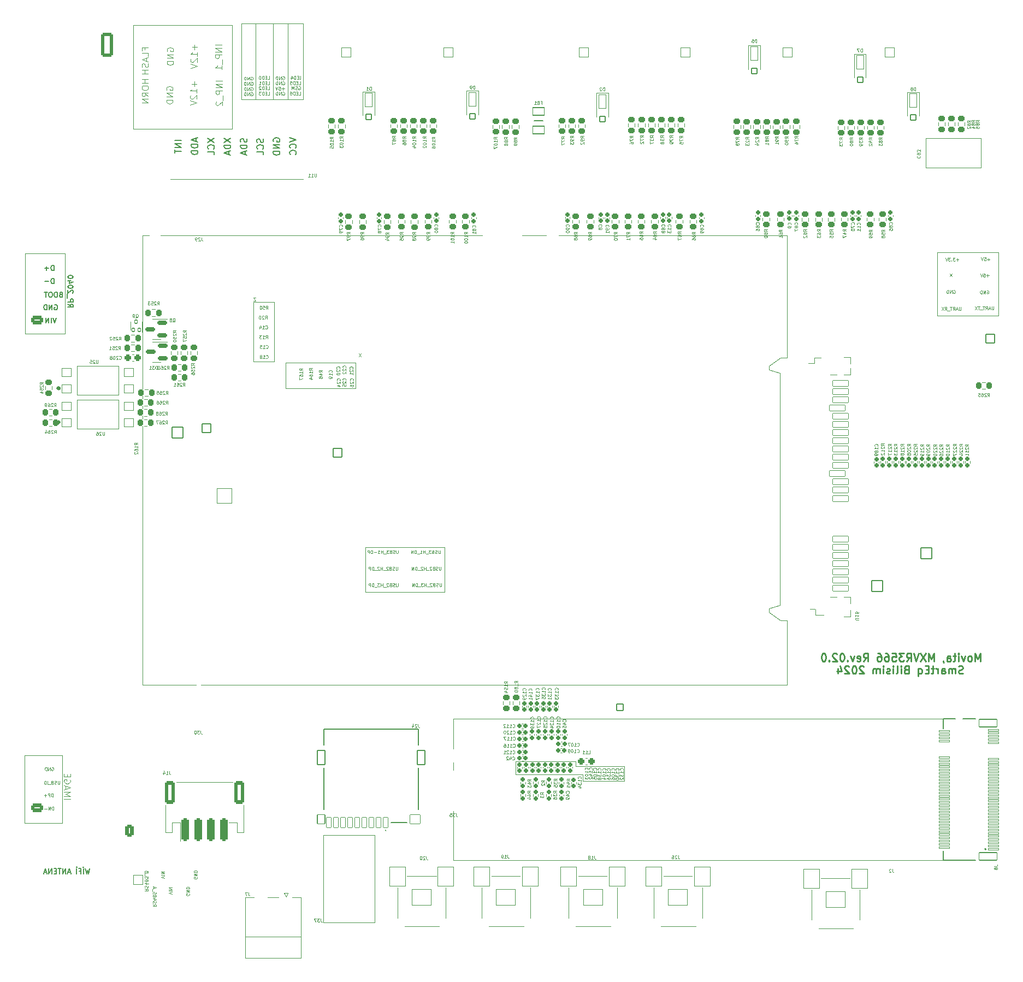
<source format=gbo>
G04 #@! TF.GenerationSoftware,KiCad,Pcbnew,8.0.0-rc1*
G04 #@! TF.CreationDate,2024-04-08T12:56:38+03:00*
G04 #@! TF.ProjectId,MXVR_3566,4d585652-5f33-4353-9636-2e6b69636164,REV1*
G04 #@! TF.SameCoordinates,Original*
G04 #@! TF.FileFunction,Legend,Bot*
G04 #@! TF.FilePolarity,Positive*
%FSLAX46Y46*%
G04 Gerber Fmt 4.6, Leading zero omitted, Abs format (unit mm)*
G04 Created by KiCad (PCBNEW 8.0.0-rc1) date 2024-04-08 12:56:38*
%MOMM*%
%LPD*%
G01*
G04 APERTURE LIST*
G04 Aperture macros list*
%AMRoundRect*
0 Rectangle with rounded corners*
0 $1 Rounding radius*
0 $2 $3 $4 $5 $6 $7 $8 $9 X,Y pos of 4 corners*
0 Add a 4 corners polygon primitive as box body*
4,1,4,$2,$3,$4,$5,$6,$7,$8,$9,$2,$3,0*
0 Add four circle primitives for the rounded corners*
1,1,$1+$1,$2,$3*
1,1,$1+$1,$4,$5*
1,1,$1+$1,$6,$7*
1,1,$1+$1,$8,$9*
0 Add four rect primitives between the rounded corners*
20,1,$1+$1,$2,$3,$4,$5,0*
20,1,$1+$1,$4,$5,$6,$7,0*
20,1,$1+$1,$6,$7,$8,$9,0*
20,1,$1+$1,$8,$9,$2,$3,0*%
G04 Aperture macros list end*
%ADD10C,0.120000*%
%ADD11C,0.050000*%
%ADD12C,0.100000*%
%ADD13C,0.160000*%
%ADD14C,0.250000*%
%ADD15C,0.150000*%
%ADD16C,0.200000*%
%ADD17C,0.500000*%
%ADD18C,0.127000*%
%ADD19RoundRect,0.051000X-0.675000X-0.675000X0.675000X-0.675000X0.675000X0.675000X-0.675000X0.675000X0*%
%ADD20O,1.452000X1.452000*%
%ADD21C,1.602000*%
%ADD22C,1.002000*%
%ADD23C,6.302000*%
%ADD24C,1.483000*%
%ADD25RoundRect,0.051000X1.155000X1.155000X-1.155000X1.155000X-1.155000X-1.155000X1.155000X-1.155000X0*%
%ADD26C,2.412000*%
%ADD27C,1.302000*%
%ADD28RoundRect,0.271250X0.654750X-0.379750X0.654750X0.379750X-0.654750X0.379750X-0.654750X-0.379750X0*%
%ADD29O,1.852000X1.302000*%
%ADD30C,2.102000*%
%ADD31C,3.352000*%
%ADD32RoundRect,0.051000X0.750000X0.750000X-0.750000X0.750000X-0.750000X-0.750000X0.750000X-0.750000X0*%
%ADD33C,2.402000*%
%ADD34C,1.752000*%
%ADD35RoundRect,0.051000X-0.850000X-0.850000X0.850000X-0.850000X0.850000X0.850000X-0.850000X0.850000X0*%
%ADD36O,1.802000X1.802000*%
%ADD37RoundRect,0.051000X0.675000X-0.675000X0.675000X0.675000X-0.675000X0.675000X-0.675000X-0.675000X0*%
%ADD38C,2.352000*%
%ADD39RoundRect,0.051000X0.500000X-0.500000X0.500000X0.500000X-0.500000X0.500000X-0.500000X-0.500000X0*%
%ADD40O,1.102000X1.102000*%
%ADD41RoundRect,0.051000X0.850000X-0.850000X0.850000X0.850000X-0.850000X0.850000X-0.850000X-0.850000X0*%
%ADD42RoundRect,0.271250X-0.379750X-0.654750X0.379750X-0.654750X0.379750X0.654750X-0.379750X0.654750X0*%
%ADD43O,1.302000X1.852000*%
%ADD44C,2.602000*%
%ADD45O,2.102000X2.102000*%
%ADD46RoundRect,0.264167X0.686833X1.586833X-0.686833X1.586833X-0.686833X-1.586833X0.686833X-1.586833X0*%
%ADD47O,1.902000X3.702000*%
%ADD48C,3.302000*%
%ADD49RoundRect,0.051000X-0.750000X-0.750000X0.750000X-0.750000X0.750000X0.750000X-0.750000X0.750000X0*%
%ADD50RoundRect,0.160500X-0.210500X0.160500X-0.210500X-0.160500X0.210500X-0.160500X0.210500X0.160500X0*%
%ADD51RoundRect,0.165500X-0.195500X0.165500X-0.195500X-0.165500X0.195500X-0.165500X0.195500X0.165500X0*%
%ADD52RoundRect,0.165500X0.195500X-0.165500X0.195500X0.165500X-0.195500X0.165500X-0.195500X-0.165500X0*%
%ADD53RoundRect,0.225500X-0.300500X0.225500X-0.300500X-0.225500X0.300500X-0.225500X0.300500X0.225500X0*%
%ADD54RoundRect,0.175500X0.613000X0.175500X-0.613000X0.175500X-0.613000X-0.175500X0.613000X-0.175500X0*%
%ADD55RoundRect,0.225500X0.300500X-0.225500X0.300500X0.225500X-0.300500X0.225500X-0.300500X-0.225500X0*%
%ADD56RoundRect,0.051000X0.560000X1.085000X-0.560000X1.085000X-0.560000X-1.085000X0.560000X-1.085000X0*%
%ADD57RoundRect,0.051000X0.425000X0.425000X-0.425000X0.425000X-0.425000X-0.425000X0.425000X-0.425000X0*%
%ADD58RoundRect,0.160500X0.210500X-0.160500X0.210500X0.160500X-0.210500X0.160500X-0.210500X-0.160500X0*%
%ADD59RoundRect,0.244250X0.244250X0.281750X-0.244250X0.281750X-0.244250X-0.281750X0.244250X-0.281750X0*%
%ADD60RoundRect,0.165500X-0.165500X-0.195500X0.165500X-0.195500X0.165500X0.195500X-0.165500X0.195500X0*%
%ADD61RoundRect,0.165500X0.165500X0.195500X-0.165500X0.195500X-0.165500X-0.195500X0.165500X-0.195500X0*%
%ADD62RoundRect,0.051000X-1.250000X1.500000X-1.250000X-1.500000X1.250000X-1.500000X1.250000X1.500000X0*%
%ADD63RoundRect,0.051000X-1.500000X1.250000X-1.500000X-1.250000X1.500000X-1.250000X1.500000X1.250000X0*%
%ADD64RoundRect,0.225500X0.225500X0.300500X-0.225500X0.300500X-0.225500X-0.300500X0.225500X-0.300500X0*%
%ADD65C,1.102000*%
%ADD66RoundRect,0.051000X0.350000X0.800000X-0.350000X0.800000X-0.350000X-0.800000X0.350000X-0.800000X0*%
%ADD67RoundRect,0.051000X0.600000X0.700000X-0.600000X0.700000X-0.600000X-0.700000X0.600000X-0.700000X0*%
%ADD68RoundRect,0.051000X0.600000X1.100000X-0.600000X1.100000X-0.600000X-1.100000X0.600000X-1.100000X0*%
%ADD69RoundRect,0.051000X-0.800000X0.700000X-0.800000X-0.700000X0.800000X-0.700000X0.800000X0.700000X0*%
%ADD70RoundRect,0.051000X0.900000X-0.600000X0.900000X0.600000X-0.900000X0.600000X-0.900000X-0.600000X0*%
%ADD71RoundRect,0.051000X0.750000X0.625000X-0.750000X0.625000X-0.750000X-0.625000X0.750000X-0.625000X0*%
%ADD72RoundRect,0.051000X-0.200000X0.255000X-0.200000X-0.255000X0.200000X-0.255000X0.200000X0.255000X0*%
%ADD73C,1.202000*%
%ADD74C,1.702000*%
%ADD75RoundRect,0.051000X0.775000X-0.150000X0.775000X0.150000X-0.775000X0.150000X-0.775000X-0.150000X0*%
%ADD76RoundRect,0.051000X1.375000X-0.600000X1.375000X0.600000X-1.375000X0.600000X-1.375000X-0.600000X0*%
%ADD77RoundRect,0.225500X-0.225500X-0.300500X0.225500X-0.300500X0.225500X0.300500X-0.225500X0.300500X0*%
%ADD78O,3.302000X2.102000*%
%ADD79RoundRect,0.051000X-1.200000X0.450000X-1.200000X-0.450000X1.200000X-0.450000X1.200000X0.450000X0*%
%ADD80RoundRect,0.051000X1.200000X-0.450000X1.200000X0.450000X-1.200000X0.450000X-1.200000X-0.450000X0*%
%ADD81O,1.402000X2.202000*%
%ADD82O,1.402000X2.702000*%
%ADD83RoundRect,0.250500X-0.250500X-0.275500X0.250500X-0.275500X0.250500X0.275500X-0.250500X0.275500X0*%
%ADD84C,1.626000*%
%ADD85RoundRect,0.275500X-0.275500X-1.525500X0.275500X-1.525500X0.275500X1.525500X-0.275500X1.525500X0*%
%ADD86RoundRect,0.267001X-0.533999X-1.483999X0.533999X-1.483999X0.533999X1.483999X-0.533999X1.483999X0*%
G04 APERTURE END LIST*
D10*
X88540000Y-25690000D02*
X90840000Y-25690000D01*
X90840000Y-37460000D01*
X88540000Y-37460000D01*
X88540000Y-25690000D01*
X192409900Y-155415000D02*
X116465014Y-155415000D01*
X83630000Y-25690000D02*
X85850000Y-25690000D01*
X85850000Y-37460000D01*
X83630000Y-37460000D01*
X83630000Y-25690000D01*
D11*
X126160000Y-140070000D02*
X135410000Y-140070000D01*
D10*
X50120000Y-61370000D02*
X56330000Y-61370000D01*
X116465014Y-155415000D02*
X116465014Y-133515000D01*
D11*
X142990000Y-143170000D02*
X136570000Y-143170000D01*
X135410000Y-140870000D02*
X142530000Y-140870000D01*
D10*
X50050000Y-149650000D02*
X50050000Y-139190000D01*
X55850000Y-149650000D02*
X50050000Y-149650000D01*
X102890000Y-106880000D02*
X115130000Y-106880000D01*
X115130000Y-113800000D01*
X102890000Y-113800000D01*
X102890000Y-106880000D01*
D11*
X142990000Y-140870000D02*
X142990000Y-143170000D01*
D10*
X50050000Y-139190000D02*
X55850000Y-139190000D01*
X168194920Y-128195000D02*
X68344920Y-128195000D01*
X66910000Y-25917500D02*
X82200000Y-25917500D01*
X82200000Y-42062500D01*
X66910000Y-42062500D01*
X66910000Y-25917500D01*
D11*
X126160000Y-142130000D02*
X126160000Y-140070000D01*
X126270000Y-142130000D02*
X126160000Y-142130000D01*
D10*
X85850000Y-25690000D02*
X88540000Y-25690000D01*
X88540000Y-37460000D01*
X85850000Y-37460000D01*
X85850000Y-25690000D01*
X56330000Y-61370000D02*
X56330000Y-73790000D01*
X50120000Y-73790000D02*
X50120000Y-61370000D01*
D11*
X142530000Y-140870000D02*
X142990000Y-140870000D01*
D10*
X56330000Y-73790000D02*
X50120000Y-73790000D01*
X191540000Y-61140000D02*
X200980000Y-61140000D01*
X200980000Y-71010000D01*
X191540000Y-71010000D01*
X191540000Y-61140000D01*
D11*
X135410000Y-140070000D02*
X135410000Y-140870000D01*
D10*
X192409900Y-133515000D02*
X116465014Y-133515000D01*
X168200000Y-58535000D02*
X68350000Y-58535000D01*
X85500000Y-68850000D02*
X88710000Y-68850000D01*
X88710000Y-78130000D01*
X85500000Y-78130000D01*
X85500000Y-68850000D01*
X168200000Y-118195000D02*
X168200000Y-128195000D01*
X168200000Y-58535000D02*
X168200000Y-77535000D01*
X90840000Y-25690000D02*
X93220000Y-25690000D01*
X93220000Y-37460000D01*
X90840000Y-37460000D01*
X90840000Y-25690000D01*
D11*
X136570000Y-143170000D02*
X136570000Y-142130000D01*
X136570000Y-142130000D02*
X126270000Y-142130000D01*
D10*
X55850000Y-139190000D02*
X55850000Y-149650000D01*
X68344920Y-128195000D02*
X68350000Y-58535000D01*
X90460000Y-78250000D02*
X101340000Y-78250000D01*
X101340000Y-82290000D01*
X90460000Y-82290000D01*
X90460000Y-78250000D01*
D12*
X80672531Y-34583884D02*
X79672531Y-34583884D01*
X80672531Y-35060074D02*
X79672531Y-35060074D01*
X79672531Y-35060074D02*
X80672531Y-35631502D01*
X80672531Y-35631502D02*
X79672531Y-35631502D01*
X80672531Y-36107693D02*
X79672531Y-36107693D01*
X79672531Y-36107693D02*
X79672531Y-36488645D01*
X79672531Y-36488645D02*
X79720150Y-36583883D01*
X79720150Y-36583883D02*
X79767769Y-36631502D01*
X79767769Y-36631502D02*
X79863007Y-36679121D01*
X79863007Y-36679121D02*
X80005864Y-36679121D01*
X80005864Y-36679121D02*
X80101102Y-36631502D01*
X80101102Y-36631502D02*
X80148721Y-36583883D01*
X80148721Y-36583883D02*
X80196340Y-36488645D01*
X80196340Y-36488645D02*
X80196340Y-36107693D01*
X80767769Y-36869598D02*
X80767769Y-37631502D01*
X79767769Y-37821979D02*
X79720150Y-37869598D01*
X79720150Y-37869598D02*
X79672531Y-37964836D01*
X79672531Y-37964836D02*
X79672531Y-38202931D01*
X79672531Y-38202931D02*
X79720150Y-38298169D01*
X79720150Y-38298169D02*
X79767769Y-38345788D01*
X79767769Y-38345788D02*
X79863007Y-38393407D01*
X79863007Y-38393407D02*
X79958245Y-38393407D01*
X79958245Y-38393407D02*
X80101102Y-38345788D01*
X80101102Y-38345788D02*
X80672531Y-37774360D01*
X80672531Y-37774360D02*
X80672531Y-38393407D01*
X72130038Y-30007693D02*
X72082419Y-29912455D01*
X72082419Y-29912455D02*
X72082419Y-29769598D01*
X72082419Y-29769598D02*
X72130038Y-29626741D01*
X72130038Y-29626741D02*
X72225276Y-29531503D01*
X72225276Y-29531503D02*
X72320514Y-29483884D01*
X72320514Y-29483884D02*
X72510990Y-29436265D01*
X72510990Y-29436265D02*
X72653847Y-29436265D01*
X72653847Y-29436265D02*
X72844323Y-29483884D01*
X72844323Y-29483884D02*
X72939561Y-29531503D01*
X72939561Y-29531503D02*
X73034800Y-29626741D01*
X73034800Y-29626741D02*
X73082419Y-29769598D01*
X73082419Y-29769598D02*
X73082419Y-29864836D01*
X73082419Y-29864836D02*
X73034800Y-30007693D01*
X73034800Y-30007693D02*
X72987180Y-30055312D01*
X72987180Y-30055312D02*
X72653847Y-30055312D01*
X72653847Y-30055312D02*
X72653847Y-29864836D01*
X73082419Y-30483884D02*
X72082419Y-30483884D01*
X72082419Y-30483884D02*
X73082419Y-31055312D01*
X73082419Y-31055312D02*
X72082419Y-31055312D01*
X73082419Y-31531503D02*
X72082419Y-31531503D01*
X72082419Y-31531503D02*
X72082419Y-31769598D01*
X72082419Y-31769598D02*
X72130038Y-31912455D01*
X72130038Y-31912455D02*
X72225276Y-32007693D01*
X72225276Y-32007693D02*
X72320514Y-32055312D01*
X72320514Y-32055312D02*
X72510990Y-32102931D01*
X72510990Y-32102931D02*
X72653847Y-32102931D01*
X72653847Y-32102931D02*
X72844323Y-32055312D01*
X72844323Y-32055312D02*
X72939561Y-32007693D01*
X72939561Y-32007693D02*
X73034800Y-31912455D01*
X73034800Y-31912455D02*
X73082419Y-31769598D01*
X73082419Y-31769598D02*
X73082419Y-31531503D01*
D11*
X85855529Y-68175426D02*
X85522196Y-68175426D01*
X85522196Y-68175426D02*
X85855529Y-68675426D01*
X85855529Y-68675426D02*
X85522196Y-68675426D01*
D12*
X193782782Y-64433609D02*
X193449449Y-64933609D01*
X193449449Y-64433609D02*
X193782782Y-64933609D01*
X92693734Y-34338693D02*
X92741353Y-34314884D01*
X92741353Y-34314884D02*
X92765163Y-34267264D01*
X92765163Y-34267264D02*
X92765163Y-33838693D01*
X92503258Y-34076788D02*
X92336591Y-34076788D01*
X92265163Y-34338693D02*
X92503258Y-34338693D01*
X92503258Y-34338693D02*
X92503258Y-33838693D01*
X92503258Y-33838693D02*
X92265163Y-33838693D01*
X92050877Y-34338693D02*
X92050877Y-33838693D01*
X92050877Y-33838693D02*
X91931829Y-33838693D01*
X91931829Y-33838693D02*
X91860401Y-33862503D01*
X91860401Y-33862503D02*
X91812782Y-33910122D01*
X91812782Y-33910122D02*
X91788972Y-33957741D01*
X91788972Y-33957741D02*
X91765163Y-34052979D01*
X91765163Y-34052979D02*
X91765163Y-34124407D01*
X91765163Y-34124407D02*
X91788972Y-34219645D01*
X91788972Y-34219645D02*
X91812782Y-34267264D01*
X91812782Y-34267264D02*
X91860401Y-34314884D01*
X91860401Y-34314884D02*
X91931829Y-34338693D01*
X91931829Y-34338693D02*
X92050877Y-34338693D01*
X91336591Y-34005360D02*
X91336591Y-34338693D01*
X91455639Y-33814884D02*
X91574686Y-34172026D01*
X91574686Y-34172026D02*
X91265163Y-34172026D01*
X92527068Y-35143665D02*
X92765163Y-35143665D01*
X92765163Y-35143665D02*
X92765163Y-34643665D01*
X92360401Y-34881760D02*
X92193734Y-34881760D01*
X92122306Y-35143665D02*
X92360401Y-35143665D01*
X92360401Y-35143665D02*
X92360401Y-34643665D01*
X92360401Y-34643665D02*
X92122306Y-34643665D01*
X91908020Y-35143665D02*
X91908020Y-34643665D01*
X91908020Y-34643665D02*
X91788972Y-34643665D01*
X91788972Y-34643665D02*
X91717544Y-34667475D01*
X91717544Y-34667475D02*
X91669925Y-34715094D01*
X91669925Y-34715094D02*
X91646115Y-34762713D01*
X91646115Y-34762713D02*
X91622306Y-34857951D01*
X91622306Y-34857951D02*
X91622306Y-34929379D01*
X91622306Y-34929379D02*
X91646115Y-35024617D01*
X91646115Y-35024617D02*
X91669925Y-35072236D01*
X91669925Y-35072236D02*
X91717544Y-35119856D01*
X91717544Y-35119856D02*
X91788972Y-35143665D01*
X91788972Y-35143665D02*
X91908020Y-35143665D01*
X91169925Y-34643665D02*
X91408020Y-34643665D01*
X91408020Y-34643665D02*
X91431829Y-34881760D01*
X91431829Y-34881760D02*
X91408020Y-34857951D01*
X91408020Y-34857951D02*
X91360401Y-34834141D01*
X91360401Y-34834141D02*
X91241353Y-34834141D01*
X91241353Y-34834141D02*
X91193734Y-34857951D01*
X91193734Y-34857951D02*
X91169925Y-34881760D01*
X91169925Y-34881760D02*
X91146115Y-34929379D01*
X91146115Y-34929379D02*
X91146115Y-35048427D01*
X91146115Y-35048427D02*
X91169925Y-35096046D01*
X91169925Y-35096046D02*
X91193734Y-35119856D01*
X91193734Y-35119856D02*
X91241353Y-35143665D01*
X91241353Y-35143665D02*
X91360401Y-35143665D01*
X91360401Y-35143665D02*
X91408020Y-35119856D01*
X91408020Y-35119856D02*
X91431829Y-35096046D01*
X92503258Y-35472447D02*
X92550877Y-35448637D01*
X92550877Y-35448637D02*
X92622306Y-35448637D01*
X92622306Y-35448637D02*
X92693734Y-35472447D01*
X92693734Y-35472447D02*
X92741353Y-35520066D01*
X92741353Y-35520066D02*
X92765163Y-35567685D01*
X92765163Y-35567685D02*
X92788972Y-35662923D01*
X92788972Y-35662923D02*
X92788972Y-35734351D01*
X92788972Y-35734351D02*
X92765163Y-35829589D01*
X92765163Y-35829589D02*
X92741353Y-35877208D01*
X92741353Y-35877208D02*
X92693734Y-35924828D01*
X92693734Y-35924828D02*
X92622306Y-35948637D01*
X92622306Y-35948637D02*
X92574687Y-35948637D01*
X92574687Y-35948637D02*
X92503258Y-35924828D01*
X92503258Y-35924828D02*
X92479449Y-35901018D01*
X92479449Y-35901018D02*
X92479449Y-35734351D01*
X92479449Y-35734351D02*
X92574687Y-35734351D01*
X92288972Y-35924828D02*
X92217544Y-35948637D01*
X92217544Y-35948637D02*
X92098496Y-35948637D01*
X92098496Y-35948637D02*
X92050877Y-35924828D01*
X92050877Y-35924828D02*
X92027068Y-35901018D01*
X92027068Y-35901018D02*
X92003258Y-35853399D01*
X92003258Y-35853399D02*
X92003258Y-35805780D01*
X92003258Y-35805780D02*
X92027068Y-35758161D01*
X92027068Y-35758161D02*
X92050877Y-35734351D01*
X92050877Y-35734351D02*
X92098496Y-35710542D01*
X92098496Y-35710542D02*
X92193734Y-35686732D01*
X92193734Y-35686732D02*
X92241353Y-35662923D01*
X92241353Y-35662923D02*
X92265163Y-35639113D01*
X92265163Y-35639113D02*
X92288972Y-35591494D01*
X92288972Y-35591494D02*
X92288972Y-35543875D01*
X92288972Y-35543875D02*
X92265163Y-35496256D01*
X92265163Y-35496256D02*
X92241353Y-35472447D01*
X92241353Y-35472447D02*
X92193734Y-35448637D01*
X92193734Y-35448637D02*
X92074687Y-35448637D01*
X92074687Y-35448637D02*
X92003258Y-35472447D01*
X91788973Y-35948637D02*
X91788973Y-35448637D01*
X91788973Y-35448637D02*
X91622306Y-35805780D01*
X91622306Y-35805780D02*
X91455640Y-35448637D01*
X91455640Y-35448637D02*
X91455640Y-35948637D01*
X92527068Y-36753609D02*
X92765163Y-36753609D01*
X92765163Y-36753609D02*
X92765163Y-36253609D01*
X92360401Y-36491704D02*
X92193734Y-36491704D01*
X92122306Y-36753609D02*
X92360401Y-36753609D01*
X92360401Y-36753609D02*
X92360401Y-36253609D01*
X92360401Y-36253609D02*
X92122306Y-36253609D01*
X91908020Y-36753609D02*
X91908020Y-36253609D01*
X91908020Y-36253609D02*
X91788972Y-36253609D01*
X91788972Y-36253609D02*
X91717544Y-36277419D01*
X91717544Y-36277419D02*
X91669925Y-36325038D01*
X91669925Y-36325038D02*
X91646115Y-36372657D01*
X91646115Y-36372657D02*
X91622306Y-36467895D01*
X91622306Y-36467895D02*
X91622306Y-36539323D01*
X91622306Y-36539323D02*
X91646115Y-36634561D01*
X91646115Y-36634561D02*
X91669925Y-36682180D01*
X91669925Y-36682180D02*
X91717544Y-36729800D01*
X91717544Y-36729800D02*
X91788972Y-36753609D01*
X91788972Y-36753609D02*
X91908020Y-36753609D01*
X91193734Y-36253609D02*
X91288972Y-36253609D01*
X91288972Y-36253609D02*
X91336591Y-36277419D01*
X91336591Y-36277419D02*
X91360401Y-36301228D01*
X91360401Y-36301228D02*
X91408020Y-36372657D01*
X91408020Y-36372657D02*
X91431829Y-36467895D01*
X91431829Y-36467895D02*
X91431829Y-36658371D01*
X91431829Y-36658371D02*
X91408020Y-36705990D01*
X91408020Y-36705990D02*
X91384210Y-36729800D01*
X91384210Y-36729800D02*
X91336591Y-36753609D01*
X91336591Y-36753609D02*
X91241353Y-36753609D01*
X91241353Y-36753609D02*
X91193734Y-36729800D01*
X91193734Y-36729800D02*
X91169925Y-36705990D01*
X91169925Y-36705990D02*
X91146115Y-36658371D01*
X91146115Y-36658371D02*
X91146115Y-36539323D01*
X91146115Y-36539323D02*
X91169925Y-36491704D01*
X91169925Y-36491704D02*
X91193734Y-36467895D01*
X91193734Y-36467895D02*
X91241353Y-36444085D01*
X91241353Y-36444085D02*
X91336591Y-36444085D01*
X91336591Y-36444085D02*
X91384210Y-36467895D01*
X91384210Y-36467895D02*
X91408020Y-36491704D01*
X91408020Y-36491704D02*
X91431829Y-36539323D01*
X194815163Y-62303133D02*
X194434211Y-62303133D01*
X194624687Y-62493609D02*
X194624687Y-62112657D01*
X194243734Y-61993609D02*
X193934210Y-61993609D01*
X193934210Y-61993609D02*
X194100877Y-62184085D01*
X194100877Y-62184085D02*
X194029448Y-62184085D01*
X194029448Y-62184085D02*
X193981829Y-62207895D01*
X193981829Y-62207895D02*
X193958020Y-62231704D01*
X193958020Y-62231704D02*
X193934210Y-62279323D01*
X193934210Y-62279323D02*
X193934210Y-62398371D01*
X193934210Y-62398371D02*
X193958020Y-62445990D01*
X193958020Y-62445990D02*
X193981829Y-62469800D01*
X193981829Y-62469800D02*
X194029448Y-62493609D01*
X194029448Y-62493609D02*
X194172305Y-62493609D01*
X194172305Y-62493609D02*
X194219924Y-62469800D01*
X194219924Y-62469800D02*
X194243734Y-62445990D01*
X193719925Y-62445990D02*
X193696115Y-62469800D01*
X193696115Y-62469800D02*
X193719925Y-62493609D01*
X193719925Y-62493609D02*
X193743734Y-62469800D01*
X193743734Y-62469800D02*
X193719925Y-62445990D01*
X193719925Y-62445990D02*
X193719925Y-62493609D01*
X193529449Y-61993609D02*
X193219925Y-61993609D01*
X193219925Y-61993609D02*
X193386592Y-62184085D01*
X193386592Y-62184085D02*
X193315163Y-62184085D01*
X193315163Y-62184085D02*
X193267544Y-62207895D01*
X193267544Y-62207895D02*
X193243735Y-62231704D01*
X193243735Y-62231704D02*
X193219925Y-62279323D01*
X193219925Y-62279323D02*
X193219925Y-62398371D01*
X193219925Y-62398371D02*
X193243735Y-62445990D01*
X193243735Y-62445990D02*
X193267544Y-62469800D01*
X193267544Y-62469800D02*
X193315163Y-62493609D01*
X193315163Y-62493609D02*
X193458020Y-62493609D01*
X193458020Y-62493609D02*
X193505639Y-62469800D01*
X193505639Y-62469800D02*
X193529449Y-62445990D01*
X193077068Y-61993609D02*
X192910402Y-62493609D01*
X192910402Y-62493609D02*
X192743735Y-61993609D01*
X75542580Y-160593258D02*
X75566390Y-160640877D01*
X75566390Y-160640877D02*
X75566390Y-160712306D01*
X75566390Y-160712306D02*
X75542580Y-160783734D01*
X75542580Y-160783734D02*
X75494961Y-160831353D01*
X75494961Y-160831353D02*
X75447342Y-160855163D01*
X75447342Y-160855163D02*
X75352104Y-160878972D01*
X75352104Y-160878972D02*
X75280676Y-160878972D01*
X75280676Y-160878972D02*
X75185438Y-160855163D01*
X75185438Y-160855163D02*
X75137819Y-160831353D01*
X75137819Y-160831353D02*
X75090200Y-160783734D01*
X75090200Y-160783734D02*
X75066390Y-160712306D01*
X75066390Y-160712306D02*
X75066390Y-160664687D01*
X75066390Y-160664687D02*
X75090200Y-160593258D01*
X75090200Y-160593258D02*
X75114009Y-160569449D01*
X75114009Y-160569449D02*
X75280676Y-160569449D01*
X75280676Y-160569449D02*
X75280676Y-160664687D01*
X75066390Y-160355163D02*
X75566390Y-160355163D01*
X75566390Y-160355163D02*
X75066390Y-160069449D01*
X75066390Y-160069449D02*
X75566390Y-160069449D01*
X75066390Y-159831353D02*
X75566390Y-159831353D01*
X75566390Y-159831353D02*
X75566390Y-159712305D01*
X75566390Y-159712305D02*
X75542580Y-159640877D01*
X75542580Y-159640877D02*
X75494961Y-159593258D01*
X75494961Y-159593258D02*
X75447342Y-159569448D01*
X75447342Y-159569448D02*
X75352104Y-159545639D01*
X75352104Y-159545639D02*
X75280676Y-159545639D01*
X75280676Y-159545639D02*
X75185438Y-159569448D01*
X75185438Y-159569448D02*
X75137819Y-159593258D01*
X75137819Y-159593258D02*
X75090200Y-159640877D01*
X75090200Y-159640877D02*
X75066390Y-159712305D01*
X75066390Y-159712305D02*
X75066390Y-159831353D01*
X199515163Y-64763133D02*
X199134211Y-64763133D01*
X199324687Y-64953609D02*
X199324687Y-64572657D01*
X198658020Y-64453609D02*
X198896115Y-64453609D01*
X198896115Y-64453609D02*
X198919924Y-64691704D01*
X198919924Y-64691704D02*
X198896115Y-64667895D01*
X198896115Y-64667895D02*
X198848496Y-64644085D01*
X198848496Y-64644085D02*
X198729448Y-64644085D01*
X198729448Y-64644085D02*
X198681829Y-64667895D01*
X198681829Y-64667895D02*
X198658020Y-64691704D01*
X198658020Y-64691704D02*
X198634210Y-64739323D01*
X198634210Y-64739323D02*
X198634210Y-64858371D01*
X198634210Y-64858371D02*
X198658020Y-64905990D01*
X198658020Y-64905990D02*
X198681829Y-64929800D01*
X198681829Y-64929800D02*
X198729448Y-64953609D01*
X198729448Y-64953609D02*
X198848496Y-64953609D01*
X198848496Y-64953609D02*
X198896115Y-64929800D01*
X198896115Y-64929800D02*
X198919924Y-64905990D01*
X198491353Y-64453609D02*
X198324687Y-64953609D01*
X198324687Y-64953609D02*
X198158020Y-64453609D01*
D11*
X54216153Y-141010019D02*
X54263772Y-140986209D01*
X54263772Y-140986209D02*
X54335201Y-140986209D01*
X54335201Y-140986209D02*
X54406629Y-141010019D01*
X54406629Y-141010019D02*
X54454248Y-141057638D01*
X54454248Y-141057638D02*
X54478058Y-141105257D01*
X54478058Y-141105257D02*
X54501867Y-141200495D01*
X54501867Y-141200495D02*
X54501867Y-141271923D01*
X54501867Y-141271923D02*
X54478058Y-141367161D01*
X54478058Y-141367161D02*
X54454248Y-141414780D01*
X54454248Y-141414780D02*
X54406629Y-141462400D01*
X54406629Y-141462400D02*
X54335201Y-141486209D01*
X54335201Y-141486209D02*
X54287582Y-141486209D01*
X54287582Y-141486209D02*
X54216153Y-141462400D01*
X54216153Y-141462400D02*
X54192344Y-141438590D01*
X54192344Y-141438590D02*
X54192344Y-141271923D01*
X54192344Y-141271923D02*
X54287582Y-141271923D01*
X53978058Y-141486209D02*
X53978058Y-140986209D01*
X53978058Y-140986209D02*
X53692344Y-141486209D01*
X53692344Y-141486209D02*
X53692344Y-140986209D01*
X53454248Y-141486209D02*
X53454248Y-140986209D01*
X53454248Y-140986209D02*
X53335200Y-140986209D01*
X53335200Y-140986209D02*
X53263772Y-141010019D01*
X53263772Y-141010019D02*
X53216153Y-141057638D01*
X53216153Y-141057638D02*
X53192343Y-141105257D01*
X53192343Y-141105257D02*
X53168534Y-141200495D01*
X53168534Y-141200495D02*
X53168534Y-141271923D01*
X53168534Y-141271923D02*
X53192343Y-141367161D01*
X53192343Y-141367161D02*
X53216153Y-141414780D01*
X53216153Y-141414780D02*
X53263772Y-141462400D01*
X53263772Y-141462400D02*
X53335200Y-141486209D01*
X53335200Y-141486209D02*
X53454248Y-141486209D01*
D12*
X69886390Y-162249449D02*
X70124485Y-162416115D01*
X69886390Y-162535163D02*
X70386390Y-162535163D01*
X70386390Y-162535163D02*
X70386390Y-162344687D01*
X70386390Y-162344687D02*
X70362580Y-162297068D01*
X70362580Y-162297068D02*
X70338771Y-162273258D01*
X70338771Y-162273258D02*
X70291152Y-162249449D01*
X70291152Y-162249449D02*
X70219723Y-162249449D01*
X70219723Y-162249449D02*
X70172104Y-162273258D01*
X70172104Y-162273258D02*
X70148295Y-162297068D01*
X70148295Y-162297068D02*
X70124485Y-162344687D01*
X70124485Y-162344687D02*
X70124485Y-162535163D01*
X69910200Y-162058972D02*
X69886390Y-161987544D01*
X69886390Y-161987544D02*
X69886390Y-161868496D01*
X69886390Y-161868496D02*
X69910200Y-161820877D01*
X69910200Y-161820877D02*
X69934009Y-161797068D01*
X69934009Y-161797068D02*
X69981628Y-161773258D01*
X69981628Y-161773258D02*
X70029247Y-161773258D01*
X70029247Y-161773258D02*
X70076866Y-161797068D01*
X70076866Y-161797068D02*
X70100676Y-161820877D01*
X70100676Y-161820877D02*
X70124485Y-161868496D01*
X70124485Y-161868496D02*
X70148295Y-161963734D01*
X70148295Y-161963734D02*
X70172104Y-162011353D01*
X70172104Y-162011353D02*
X70195914Y-162035163D01*
X70195914Y-162035163D02*
X70243533Y-162058972D01*
X70243533Y-162058972D02*
X70291152Y-162058972D01*
X70291152Y-162058972D02*
X70338771Y-162035163D01*
X70338771Y-162035163D02*
X70362580Y-162011353D01*
X70362580Y-162011353D02*
X70386390Y-161963734D01*
X70386390Y-161963734D02*
X70386390Y-161844687D01*
X70386390Y-161844687D02*
X70362580Y-161773258D01*
X70219723Y-161344687D02*
X69886390Y-161344687D01*
X70410200Y-161463735D02*
X70053057Y-161582782D01*
X70053057Y-161582782D02*
X70053057Y-161273259D01*
X70172104Y-161011354D02*
X70195914Y-161058973D01*
X70195914Y-161058973D02*
X70219723Y-161082783D01*
X70219723Y-161082783D02*
X70267342Y-161106592D01*
X70267342Y-161106592D02*
X70291152Y-161106592D01*
X70291152Y-161106592D02*
X70338771Y-161082783D01*
X70338771Y-161082783D02*
X70362580Y-161058973D01*
X70362580Y-161058973D02*
X70386390Y-161011354D01*
X70386390Y-161011354D02*
X70386390Y-160916116D01*
X70386390Y-160916116D02*
X70362580Y-160868497D01*
X70362580Y-160868497D02*
X70338771Y-160844688D01*
X70338771Y-160844688D02*
X70291152Y-160820878D01*
X70291152Y-160820878D02*
X70267342Y-160820878D01*
X70267342Y-160820878D02*
X70219723Y-160844688D01*
X70219723Y-160844688D02*
X70195914Y-160868497D01*
X70195914Y-160868497D02*
X70172104Y-160916116D01*
X70172104Y-160916116D02*
X70172104Y-161011354D01*
X70172104Y-161011354D02*
X70148295Y-161058973D01*
X70148295Y-161058973D02*
X70124485Y-161082783D01*
X70124485Y-161082783D02*
X70076866Y-161106592D01*
X70076866Y-161106592D02*
X69981628Y-161106592D01*
X69981628Y-161106592D02*
X69934009Y-161082783D01*
X69934009Y-161082783D02*
X69910200Y-161058973D01*
X69910200Y-161058973D02*
X69886390Y-161011354D01*
X69886390Y-161011354D02*
X69886390Y-160916116D01*
X69886390Y-160916116D02*
X69910200Y-160868497D01*
X69910200Y-160868497D02*
X69934009Y-160844688D01*
X69934009Y-160844688D02*
X69981628Y-160820878D01*
X69981628Y-160820878D02*
X70076866Y-160820878D01*
X70076866Y-160820878D02*
X70124485Y-160844688D01*
X70124485Y-160844688D02*
X70148295Y-160868497D01*
X70148295Y-160868497D02*
X70172104Y-160916116D01*
X70386390Y-160368498D02*
X70386390Y-160606593D01*
X70386390Y-160606593D02*
X70148295Y-160630402D01*
X70148295Y-160630402D02*
X70172104Y-160606593D01*
X70172104Y-160606593D02*
X70195914Y-160558974D01*
X70195914Y-160558974D02*
X70195914Y-160439926D01*
X70195914Y-160439926D02*
X70172104Y-160392307D01*
X70172104Y-160392307D02*
X70148295Y-160368498D01*
X70148295Y-160368498D02*
X70100676Y-160344688D01*
X70100676Y-160344688D02*
X69981628Y-160344688D01*
X69981628Y-160344688D02*
X69934009Y-160368498D01*
X69934009Y-160368498D02*
X69910200Y-160392307D01*
X69910200Y-160392307D02*
X69886390Y-160439926D01*
X69886390Y-160439926D02*
X69886390Y-160558974D01*
X69886390Y-160558974D02*
X69910200Y-160606593D01*
X69910200Y-160606593D02*
X69934009Y-160630402D01*
X69838771Y-160249451D02*
X69838771Y-159868498D01*
X70029247Y-159773260D02*
X70029247Y-159535165D01*
X69886390Y-159820879D02*
X70386390Y-159654213D01*
X70386390Y-159654213D02*
X69886390Y-159487546D01*
D11*
X102135677Y-76856209D02*
X101802344Y-77356209D01*
X101802344Y-76856209D02*
X102135677Y-77356209D01*
D12*
X107895163Y-112493609D02*
X107895163Y-112898371D01*
X107895163Y-112898371D02*
X107871353Y-112945990D01*
X107871353Y-112945990D02*
X107847544Y-112969800D01*
X107847544Y-112969800D02*
X107799925Y-112993609D01*
X107799925Y-112993609D02*
X107704687Y-112993609D01*
X107704687Y-112993609D02*
X107657068Y-112969800D01*
X107657068Y-112969800D02*
X107633258Y-112945990D01*
X107633258Y-112945990D02*
X107609449Y-112898371D01*
X107609449Y-112898371D02*
X107609449Y-112493609D01*
X107395162Y-112969800D02*
X107323734Y-112993609D01*
X107323734Y-112993609D02*
X107204686Y-112993609D01*
X107204686Y-112993609D02*
X107157067Y-112969800D01*
X107157067Y-112969800D02*
X107133258Y-112945990D01*
X107133258Y-112945990D02*
X107109448Y-112898371D01*
X107109448Y-112898371D02*
X107109448Y-112850752D01*
X107109448Y-112850752D02*
X107133258Y-112803133D01*
X107133258Y-112803133D02*
X107157067Y-112779323D01*
X107157067Y-112779323D02*
X107204686Y-112755514D01*
X107204686Y-112755514D02*
X107299924Y-112731704D01*
X107299924Y-112731704D02*
X107347543Y-112707895D01*
X107347543Y-112707895D02*
X107371353Y-112684085D01*
X107371353Y-112684085D02*
X107395162Y-112636466D01*
X107395162Y-112636466D02*
X107395162Y-112588847D01*
X107395162Y-112588847D02*
X107371353Y-112541228D01*
X107371353Y-112541228D02*
X107347543Y-112517419D01*
X107347543Y-112517419D02*
X107299924Y-112493609D01*
X107299924Y-112493609D02*
X107180877Y-112493609D01*
X107180877Y-112493609D02*
X107109448Y-112517419D01*
X106728496Y-112731704D02*
X106657068Y-112755514D01*
X106657068Y-112755514D02*
X106633258Y-112779323D01*
X106633258Y-112779323D02*
X106609449Y-112826942D01*
X106609449Y-112826942D02*
X106609449Y-112898371D01*
X106609449Y-112898371D02*
X106633258Y-112945990D01*
X106633258Y-112945990D02*
X106657068Y-112969800D01*
X106657068Y-112969800D02*
X106704687Y-112993609D01*
X106704687Y-112993609D02*
X106895163Y-112993609D01*
X106895163Y-112993609D02*
X106895163Y-112493609D01*
X106895163Y-112493609D02*
X106728496Y-112493609D01*
X106728496Y-112493609D02*
X106680877Y-112517419D01*
X106680877Y-112517419D02*
X106657068Y-112541228D01*
X106657068Y-112541228D02*
X106633258Y-112588847D01*
X106633258Y-112588847D02*
X106633258Y-112636466D01*
X106633258Y-112636466D02*
X106657068Y-112684085D01*
X106657068Y-112684085D02*
X106680877Y-112707895D01*
X106680877Y-112707895D02*
X106728496Y-112731704D01*
X106728496Y-112731704D02*
X106895163Y-112731704D01*
X106418972Y-112541228D02*
X106395163Y-112517419D01*
X106395163Y-112517419D02*
X106347544Y-112493609D01*
X106347544Y-112493609D02*
X106228496Y-112493609D01*
X106228496Y-112493609D02*
X106180877Y-112517419D01*
X106180877Y-112517419D02*
X106157068Y-112541228D01*
X106157068Y-112541228D02*
X106133258Y-112588847D01*
X106133258Y-112588847D02*
X106133258Y-112636466D01*
X106133258Y-112636466D02*
X106157068Y-112707895D01*
X106157068Y-112707895D02*
X106442782Y-112993609D01*
X106442782Y-112993609D02*
X106133258Y-112993609D01*
X106038021Y-113041228D02*
X105657068Y-113041228D01*
X105538021Y-112993609D02*
X105538021Y-112493609D01*
X105538021Y-112731704D02*
X105252307Y-112731704D01*
X105252307Y-112993609D02*
X105252307Y-112493609D01*
X105061830Y-112493609D02*
X104752306Y-112493609D01*
X104752306Y-112493609D02*
X104918973Y-112684085D01*
X104918973Y-112684085D02*
X104847544Y-112684085D01*
X104847544Y-112684085D02*
X104799925Y-112707895D01*
X104799925Y-112707895D02*
X104776116Y-112731704D01*
X104776116Y-112731704D02*
X104752306Y-112779323D01*
X104752306Y-112779323D02*
X104752306Y-112898371D01*
X104752306Y-112898371D02*
X104776116Y-112945990D01*
X104776116Y-112945990D02*
X104799925Y-112969800D01*
X104799925Y-112969800D02*
X104847544Y-112993609D01*
X104847544Y-112993609D02*
X104990401Y-112993609D01*
X104990401Y-112993609D02*
X105038020Y-112969800D01*
X105038020Y-112969800D02*
X105061830Y-112945990D01*
X104657069Y-113041228D02*
X104276116Y-113041228D01*
X104157069Y-112993609D02*
X104157069Y-112493609D01*
X104157069Y-112493609D02*
X104038021Y-112493609D01*
X104038021Y-112493609D02*
X103966593Y-112517419D01*
X103966593Y-112517419D02*
X103918974Y-112565038D01*
X103918974Y-112565038D02*
X103895164Y-112612657D01*
X103895164Y-112612657D02*
X103871355Y-112707895D01*
X103871355Y-112707895D02*
X103871355Y-112779323D01*
X103871355Y-112779323D02*
X103895164Y-112874561D01*
X103895164Y-112874561D02*
X103918974Y-112922180D01*
X103918974Y-112922180D02*
X103966593Y-112969800D01*
X103966593Y-112969800D02*
X104038021Y-112993609D01*
X104038021Y-112993609D02*
X104157069Y-112993609D01*
X103657069Y-112993609D02*
X103657069Y-112493609D01*
X103657069Y-112493609D02*
X103466593Y-112493609D01*
X103466593Y-112493609D02*
X103418974Y-112517419D01*
X103418974Y-112517419D02*
X103395164Y-112541228D01*
X103395164Y-112541228D02*
X103371355Y-112588847D01*
X103371355Y-112588847D02*
X103371355Y-112660276D01*
X103371355Y-112660276D02*
X103395164Y-112707895D01*
X103395164Y-112707895D02*
X103418974Y-112731704D01*
X103418974Y-112731704D02*
X103466593Y-112755514D01*
X103466593Y-112755514D02*
X103657069Y-112755514D01*
D13*
X56726224Y-69207117D02*
X57107177Y-69473784D01*
X56726224Y-69664260D02*
X57526224Y-69664260D01*
X57526224Y-69664260D02*
X57526224Y-69359498D01*
X57526224Y-69359498D02*
X57488129Y-69283308D01*
X57488129Y-69283308D02*
X57450034Y-69245213D01*
X57450034Y-69245213D02*
X57373843Y-69207117D01*
X57373843Y-69207117D02*
X57259558Y-69207117D01*
X57259558Y-69207117D02*
X57183367Y-69245213D01*
X57183367Y-69245213D02*
X57145272Y-69283308D01*
X57145272Y-69283308D02*
X57107177Y-69359498D01*
X57107177Y-69359498D02*
X57107177Y-69664260D01*
X56726224Y-68864260D02*
X57526224Y-68864260D01*
X57526224Y-68864260D02*
X57526224Y-68559498D01*
X57526224Y-68559498D02*
X57488129Y-68483308D01*
X57488129Y-68483308D02*
X57450034Y-68445213D01*
X57450034Y-68445213D02*
X57373843Y-68407117D01*
X57373843Y-68407117D02*
X57259558Y-68407117D01*
X57259558Y-68407117D02*
X57183367Y-68445213D01*
X57183367Y-68445213D02*
X57145272Y-68483308D01*
X57145272Y-68483308D02*
X57107177Y-68559498D01*
X57107177Y-68559498D02*
X57107177Y-68864260D01*
X56650034Y-68254737D02*
X56650034Y-67645213D01*
X57450034Y-67492832D02*
X57488129Y-67454736D01*
X57488129Y-67454736D02*
X57526224Y-67378546D01*
X57526224Y-67378546D02*
X57526224Y-67188070D01*
X57526224Y-67188070D02*
X57488129Y-67111879D01*
X57488129Y-67111879D02*
X57450034Y-67073784D01*
X57450034Y-67073784D02*
X57373843Y-67035689D01*
X57373843Y-67035689D02*
X57297653Y-67035689D01*
X57297653Y-67035689D02*
X57183367Y-67073784D01*
X57183367Y-67073784D02*
X56726224Y-67530927D01*
X56726224Y-67530927D02*
X56726224Y-67035689D01*
X57526224Y-66540450D02*
X57526224Y-66464260D01*
X57526224Y-66464260D02*
X57488129Y-66388069D01*
X57488129Y-66388069D02*
X57450034Y-66349974D01*
X57450034Y-66349974D02*
X57373843Y-66311879D01*
X57373843Y-66311879D02*
X57221462Y-66273784D01*
X57221462Y-66273784D02*
X57030986Y-66273784D01*
X57030986Y-66273784D02*
X56878605Y-66311879D01*
X56878605Y-66311879D02*
X56802415Y-66349974D01*
X56802415Y-66349974D02*
X56764320Y-66388069D01*
X56764320Y-66388069D02*
X56726224Y-66464260D01*
X56726224Y-66464260D02*
X56726224Y-66540450D01*
X56726224Y-66540450D02*
X56764320Y-66616641D01*
X56764320Y-66616641D02*
X56802415Y-66654736D01*
X56802415Y-66654736D02*
X56878605Y-66692831D01*
X56878605Y-66692831D02*
X57030986Y-66730927D01*
X57030986Y-66730927D02*
X57221462Y-66730927D01*
X57221462Y-66730927D02*
X57373843Y-66692831D01*
X57373843Y-66692831D02*
X57450034Y-66654736D01*
X57450034Y-66654736D02*
X57488129Y-66616641D01*
X57488129Y-66616641D02*
X57526224Y-66540450D01*
X57259558Y-65588069D02*
X56726224Y-65588069D01*
X57564320Y-65778545D02*
X56992891Y-65969022D01*
X56992891Y-65969022D02*
X56992891Y-65473783D01*
X57526224Y-65016640D02*
X57526224Y-64940450D01*
X57526224Y-64940450D02*
X57488129Y-64864259D01*
X57488129Y-64864259D02*
X57450034Y-64826164D01*
X57450034Y-64826164D02*
X57373843Y-64788069D01*
X57373843Y-64788069D02*
X57221462Y-64749974D01*
X57221462Y-64749974D02*
X57030986Y-64749974D01*
X57030986Y-64749974D02*
X56878605Y-64788069D01*
X56878605Y-64788069D02*
X56802415Y-64826164D01*
X56802415Y-64826164D02*
X56764320Y-64864259D01*
X56764320Y-64864259D02*
X56726224Y-64940450D01*
X56726224Y-64940450D02*
X56726224Y-65016640D01*
X56726224Y-65016640D02*
X56764320Y-65092831D01*
X56764320Y-65092831D02*
X56802415Y-65130926D01*
X56802415Y-65130926D02*
X56878605Y-65169021D01*
X56878605Y-65169021D02*
X57030986Y-65207117D01*
X57030986Y-65207117D02*
X57221462Y-65207117D01*
X57221462Y-65207117D02*
X57373843Y-65169021D01*
X57373843Y-65169021D02*
X57450034Y-65130926D01*
X57450034Y-65130926D02*
X57488129Y-65092831D01*
X57488129Y-65092831D02*
X57526224Y-65016640D01*
D11*
X54438058Y-145546209D02*
X54438058Y-145046209D01*
X54438058Y-145046209D02*
X54319010Y-145046209D01*
X54319010Y-145046209D02*
X54247582Y-145070019D01*
X54247582Y-145070019D02*
X54199963Y-145117638D01*
X54199963Y-145117638D02*
X54176153Y-145165257D01*
X54176153Y-145165257D02*
X54152344Y-145260495D01*
X54152344Y-145260495D02*
X54152344Y-145331923D01*
X54152344Y-145331923D02*
X54176153Y-145427161D01*
X54176153Y-145427161D02*
X54199963Y-145474780D01*
X54199963Y-145474780D02*
X54247582Y-145522400D01*
X54247582Y-145522400D02*
X54319010Y-145546209D01*
X54319010Y-145546209D02*
X54438058Y-145546209D01*
X53938058Y-145546209D02*
X53938058Y-145046209D01*
X53938058Y-145046209D02*
X53747582Y-145046209D01*
X53747582Y-145046209D02*
X53699963Y-145070019D01*
X53699963Y-145070019D02*
X53676153Y-145093828D01*
X53676153Y-145093828D02*
X53652344Y-145141447D01*
X53652344Y-145141447D02*
X53652344Y-145212876D01*
X53652344Y-145212876D02*
X53676153Y-145260495D01*
X53676153Y-145260495D02*
X53699963Y-145284304D01*
X53699963Y-145284304D02*
X53747582Y-145308114D01*
X53747582Y-145308114D02*
X53938058Y-145308114D01*
X53438058Y-145355733D02*
X53057106Y-145355733D01*
X53247582Y-145546209D02*
X53247582Y-145165257D01*
D12*
X80612475Y-29013884D02*
X79612475Y-29013884D01*
X80612475Y-29490074D02*
X79612475Y-29490074D01*
X79612475Y-29490074D02*
X80612475Y-30061502D01*
X80612475Y-30061502D02*
X79612475Y-30061502D01*
X80612475Y-30537693D02*
X79612475Y-30537693D01*
X79612475Y-30537693D02*
X79612475Y-30918645D01*
X79612475Y-30918645D02*
X79660094Y-31013883D01*
X79660094Y-31013883D02*
X79707713Y-31061502D01*
X79707713Y-31061502D02*
X79802951Y-31109121D01*
X79802951Y-31109121D02*
X79945808Y-31109121D01*
X79945808Y-31109121D02*
X80041046Y-31061502D01*
X80041046Y-31061502D02*
X80088665Y-31013883D01*
X80088665Y-31013883D02*
X80136284Y-30918645D01*
X80136284Y-30918645D02*
X80136284Y-30537693D01*
X80707713Y-31299598D02*
X80707713Y-32061502D01*
X80612475Y-32823407D02*
X80612475Y-32251979D01*
X80612475Y-32537693D02*
X79612475Y-32537693D01*
X79612475Y-32537693D02*
X79755332Y-32442455D01*
X79755332Y-32442455D02*
X79850570Y-32347217D01*
X79850570Y-32347217D02*
X79898189Y-32251979D01*
D13*
X54554260Y-63963775D02*
X54554260Y-63163775D01*
X54554260Y-63163775D02*
X54363784Y-63163775D01*
X54363784Y-63163775D02*
X54249498Y-63201870D01*
X54249498Y-63201870D02*
X54173308Y-63278060D01*
X54173308Y-63278060D02*
X54135213Y-63354251D01*
X54135213Y-63354251D02*
X54097117Y-63506632D01*
X54097117Y-63506632D02*
X54097117Y-63620918D01*
X54097117Y-63620918D02*
X54135213Y-63773299D01*
X54135213Y-63773299D02*
X54173308Y-63849489D01*
X54173308Y-63849489D02*
X54249498Y-63925680D01*
X54249498Y-63925680D02*
X54363784Y-63963775D01*
X54363784Y-63963775D02*
X54554260Y-63963775D01*
X53754260Y-63659013D02*
X53144737Y-63659013D01*
X53449498Y-63963775D02*
X53449498Y-63354251D01*
D12*
X72916390Y-160686591D02*
X72416390Y-160519925D01*
X72416390Y-160519925D02*
X72916390Y-160353258D01*
X72416390Y-160186592D02*
X72916390Y-160186592D01*
X72416390Y-159948497D02*
X72916390Y-159948497D01*
X72916390Y-159948497D02*
X72416390Y-159662783D01*
X72416390Y-159662783D02*
X72916390Y-159662783D01*
X76330466Y-34673884D02*
X76330466Y-35435789D01*
X76711419Y-35054836D02*
X75949514Y-35054836D01*
X76711419Y-36435788D02*
X76711419Y-35864360D01*
X76711419Y-36150074D02*
X75711419Y-36150074D01*
X75711419Y-36150074D02*
X75854276Y-36054836D01*
X75854276Y-36054836D02*
X75949514Y-35959598D01*
X75949514Y-35959598D02*
X75997133Y-35864360D01*
X75806657Y-36816741D02*
X75759038Y-36864360D01*
X75759038Y-36864360D02*
X75711419Y-36959598D01*
X75711419Y-36959598D02*
X75711419Y-37197693D01*
X75711419Y-37197693D02*
X75759038Y-37292931D01*
X75759038Y-37292931D02*
X75806657Y-37340550D01*
X75806657Y-37340550D02*
X75901895Y-37388169D01*
X75901895Y-37388169D02*
X75997133Y-37388169D01*
X75997133Y-37388169D02*
X76139990Y-37340550D01*
X76139990Y-37340550D02*
X76711419Y-36769122D01*
X76711419Y-36769122D02*
X76711419Y-37388169D01*
X75711419Y-37673884D02*
X76711419Y-38007217D01*
X76711419Y-38007217D02*
X75711419Y-38340550D01*
D11*
X54498058Y-147606209D02*
X54498058Y-147106209D01*
X54498058Y-147106209D02*
X54379010Y-147106209D01*
X54379010Y-147106209D02*
X54307582Y-147130019D01*
X54307582Y-147130019D02*
X54259963Y-147177638D01*
X54259963Y-147177638D02*
X54236153Y-147225257D01*
X54236153Y-147225257D02*
X54212344Y-147320495D01*
X54212344Y-147320495D02*
X54212344Y-147391923D01*
X54212344Y-147391923D02*
X54236153Y-147487161D01*
X54236153Y-147487161D02*
X54259963Y-147534780D01*
X54259963Y-147534780D02*
X54307582Y-147582400D01*
X54307582Y-147582400D02*
X54379010Y-147606209D01*
X54379010Y-147606209D02*
X54498058Y-147606209D01*
X53998058Y-147606209D02*
X53998058Y-147106209D01*
X53998058Y-147106209D02*
X53712344Y-147606209D01*
X53712344Y-147606209D02*
X53712344Y-147106209D01*
X53474248Y-147415733D02*
X53093296Y-147415733D01*
D12*
X200215163Y-69533609D02*
X200215163Y-69938371D01*
X200215163Y-69938371D02*
X200191353Y-69985990D01*
X200191353Y-69985990D02*
X200167544Y-70009800D01*
X200167544Y-70009800D02*
X200119925Y-70033609D01*
X200119925Y-70033609D02*
X200024687Y-70033609D01*
X200024687Y-70033609D02*
X199977068Y-70009800D01*
X199977068Y-70009800D02*
X199953258Y-69985990D01*
X199953258Y-69985990D02*
X199929449Y-69938371D01*
X199929449Y-69938371D02*
X199929449Y-69533609D01*
X199715162Y-69890752D02*
X199477067Y-69890752D01*
X199762781Y-70033609D02*
X199596115Y-69533609D01*
X199596115Y-69533609D02*
X199429448Y-70033609D01*
X198977068Y-70033609D02*
X199143734Y-69795514D01*
X199262782Y-70033609D02*
X199262782Y-69533609D01*
X199262782Y-69533609D02*
X199072306Y-69533609D01*
X199072306Y-69533609D02*
X199024687Y-69557419D01*
X199024687Y-69557419D02*
X199000877Y-69581228D01*
X199000877Y-69581228D02*
X198977068Y-69628847D01*
X198977068Y-69628847D02*
X198977068Y-69700276D01*
X198977068Y-69700276D02*
X199000877Y-69747895D01*
X199000877Y-69747895D02*
X199024687Y-69771704D01*
X199024687Y-69771704D02*
X199072306Y-69795514D01*
X199072306Y-69795514D02*
X199262782Y-69795514D01*
X198834210Y-69533609D02*
X198548496Y-69533609D01*
X198691353Y-70033609D02*
X198691353Y-69533609D01*
X198500878Y-70081228D02*
X198119925Y-70081228D01*
X198072306Y-69533609D02*
X197786592Y-69533609D01*
X197929449Y-70033609D02*
X197929449Y-69533609D01*
X197667545Y-69533609D02*
X197334212Y-70033609D01*
X197334212Y-69533609D02*
X197667545Y-70033609D01*
X195155163Y-69653609D02*
X195155163Y-70058371D01*
X195155163Y-70058371D02*
X195131353Y-70105990D01*
X195131353Y-70105990D02*
X195107544Y-70129800D01*
X195107544Y-70129800D02*
X195059925Y-70153609D01*
X195059925Y-70153609D02*
X194964687Y-70153609D01*
X194964687Y-70153609D02*
X194917068Y-70129800D01*
X194917068Y-70129800D02*
X194893258Y-70105990D01*
X194893258Y-70105990D02*
X194869449Y-70058371D01*
X194869449Y-70058371D02*
X194869449Y-69653609D01*
X194655162Y-70010752D02*
X194417067Y-70010752D01*
X194702781Y-70153609D02*
X194536115Y-69653609D01*
X194536115Y-69653609D02*
X194369448Y-70153609D01*
X193917068Y-70153609D02*
X194083734Y-69915514D01*
X194202782Y-70153609D02*
X194202782Y-69653609D01*
X194202782Y-69653609D02*
X194012306Y-69653609D01*
X194012306Y-69653609D02*
X193964687Y-69677419D01*
X193964687Y-69677419D02*
X193940877Y-69701228D01*
X193940877Y-69701228D02*
X193917068Y-69748847D01*
X193917068Y-69748847D02*
X193917068Y-69820276D01*
X193917068Y-69820276D02*
X193940877Y-69867895D01*
X193940877Y-69867895D02*
X193964687Y-69891704D01*
X193964687Y-69891704D02*
X194012306Y-69915514D01*
X194012306Y-69915514D02*
X194202782Y-69915514D01*
X193774210Y-69653609D02*
X193488496Y-69653609D01*
X193631353Y-70153609D02*
X193631353Y-69653609D01*
X193440878Y-70201228D02*
X193059925Y-70201228D01*
X192655164Y-70153609D02*
X192821830Y-69915514D01*
X192940878Y-70153609D02*
X192940878Y-69653609D01*
X192940878Y-69653609D02*
X192750402Y-69653609D01*
X192750402Y-69653609D02*
X192702783Y-69677419D01*
X192702783Y-69677419D02*
X192678973Y-69701228D01*
X192678973Y-69701228D02*
X192655164Y-69748847D01*
X192655164Y-69748847D02*
X192655164Y-69820276D01*
X192655164Y-69820276D02*
X192678973Y-69867895D01*
X192678973Y-69867895D02*
X192702783Y-69891704D01*
X192702783Y-69891704D02*
X192750402Y-69915514D01*
X192750402Y-69915514D02*
X192940878Y-69915514D01*
X192488497Y-69653609D02*
X192155164Y-70153609D01*
X192155164Y-69653609D02*
X192488497Y-70153609D01*
X76361466Y-28973884D02*
X76361466Y-29735789D01*
X76742419Y-29354836D02*
X75980514Y-29354836D01*
X76742419Y-30735788D02*
X76742419Y-30164360D01*
X76742419Y-30450074D02*
X75742419Y-30450074D01*
X75742419Y-30450074D02*
X75885276Y-30354836D01*
X75885276Y-30354836D02*
X75980514Y-30259598D01*
X75980514Y-30259598D02*
X76028133Y-30164360D01*
X75837657Y-31116741D02*
X75790038Y-31164360D01*
X75790038Y-31164360D02*
X75742419Y-31259598D01*
X75742419Y-31259598D02*
X75742419Y-31497693D01*
X75742419Y-31497693D02*
X75790038Y-31592931D01*
X75790038Y-31592931D02*
X75837657Y-31640550D01*
X75837657Y-31640550D02*
X75932895Y-31688169D01*
X75932895Y-31688169D02*
X76028133Y-31688169D01*
X76028133Y-31688169D02*
X76170990Y-31640550D01*
X76170990Y-31640550D02*
X76742419Y-31069122D01*
X76742419Y-31069122D02*
X76742419Y-31688169D01*
X75742419Y-31973884D02*
X76742419Y-32307217D01*
X76742419Y-32307217D02*
X75742419Y-32640550D01*
X87727068Y-34358693D02*
X87965163Y-34358693D01*
X87965163Y-34358693D02*
X87965163Y-33858693D01*
X87560401Y-34096788D02*
X87393734Y-34096788D01*
X87322306Y-34358693D02*
X87560401Y-34358693D01*
X87560401Y-34358693D02*
X87560401Y-33858693D01*
X87560401Y-33858693D02*
X87322306Y-33858693D01*
X87108020Y-34358693D02*
X87108020Y-33858693D01*
X87108020Y-33858693D02*
X86988972Y-33858693D01*
X86988972Y-33858693D02*
X86917544Y-33882503D01*
X86917544Y-33882503D02*
X86869925Y-33930122D01*
X86869925Y-33930122D02*
X86846115Y-33977741D01*
X86846115Y-33977741D02*
X86822306Y-34072979D01*
X86822306Y-34072979D02*
X86822306Y-34144407D01*
X86822306Y-34144407D02*
X86846115Y-34239645D01*
X86846115Y-34239645D02*
X86869925Y-34287264D01*
X86869925Y-34287264D02*
X86917544Y-34334884D01*
X86917544Y-34334884D02*
X86988972Y-34358693D01*
X86988972Y-34358693D02*
X87108020Y-34358693D01*
X86512782Y-33858693D02*
X86465163Y-33858693D01*
X86465163Y-33858693D02*
X86417544Y-33882503D01*
X86417544Y-33882503D02*
X86393734Y-33906312D01*
X86393734Y-33906312D02*
X86369925Y-33953931D01*
X86369925Y-33953931D02*
X86346115Y-34049169D01*
X86346115Y-34049169D02*
X86346115Y-34168217D01*
X86346115Y-34168217D02*
X86369925Y-34263455D01*
X86369925Y-34263455D02*
X86393734Y-34311074D01*
X86393734Y-34311074D02*
X86417544Y-34334884D01*
X86417544Y-34334884D02*
X86465163Y-34358693D01*
X86465163Y-34358693D02*
X86512782Y-34358693D01*
X86512782Y-34358693D02*
X86560401Y-34334884D01*
X86560401Y-34334884D02*
X86584210Y-34311074D01*
X86584210Y-34311074D02*
X86608020Y-34263455D01*
X86608020Y-34263455D02*
X86631829Y-34168217D01*
X86631829Y-34168217D02*
X86631829Y-34049169D01*
X86631829Y-34049169D02*
X86608020Y-33953931D01*
X86608020Y-33953931D02*
X86584210Y-33906312D01*
X86584210Y-33906312D02*
X86560401Y-33882503D01*
X86560401Y-33882503D02*
X86512782Y-33858693D01*
X87727068Y-35163665D02*
X87965163Y-35163665D01*
X87965163Y-35163665D02*
X87965163Y-34663665D01*
X87560401Y-34901760D02*
X87393734Y-34901760D01*
X87322306Y-35163665D02*
X87560401Y-35163665D01*
X87560401Y-35163665D02*
X87560401Y-34663665D01*
X87560401Y-34663665D02*
X87322306Y-34663665D01*
X87108020Y-35163665D02*
X87108020Y-34663665D01*
X87108020Y-34663665D02*
X86988972Y-34663665D01*
X86988972Y-34663665D02*
X86917544Y-34687475D01*
X86917544Y-34687475D02*
X86869925Y-34735094D01*
X86869925Y-34735094D02*
X86846115Y-34782713D01*
X86846115Y-34782713D02*
X86822306Y-34877951D01*
X86822306Y-34877951D02*
X86822306Y-34949379D01*
X86822306Y-34949379D02*
X86846115Y-35044617D01*
X86846115Y-35044617D02*
X86869925Y-35092236D01*
X86869925Y-35092236D02*
X86917544Y-35139856D01*
X86917544Y-35139856D02*
X86988972Y-35163665D01*
X86988972Y-35163665D02*
X87108020Y-35163665D01*
X86346115Y-35163665D02*
X86631829Y-35163665D01*
X86488972Y-35163665D02*
X86488972Y-34663665D01*
X86488972Y-34663665D02*
X86536591Y-34735094D01*
X86536591Y-34735094D02*
X86584210Y-34782713D01*
X86584210Y-34782713D02*
X86631829Y-34806522D01*
X87727068Y-35968637D02*
X87965163Y-35968637D01*
X87965163Y-35968637D02*
X87965163Y-35468637D01*
X87560401Y-35706732D02*
X87393734Y-35706732D01*
X87322306Y-35968637D02*
X87560401Y-35968637D01*
X87560401Y-35968637D02*
X87560401Y-35468637D01*
X87560401Y-35468637D02*
X87322306Y-35468637D01*
X87108020Y-35968637D02*
X87108020Y-35468637D01*
X87108020Y-35468637D02*
X86988972Y-35468637D01*
X86988972Y-35468637D02*
X86917544Y-35492447D01*
X86917544Y-35492447D02*
X86869925Y-35540066D01*
X86869925Y-35540066D02*
X86846115Y-35587685D01*
X86846115Y-35587685D02*
X86822306Y-35682923D01*
X86822306Y-35682923D02*
X86822306Y-35754351D01*
X86822306Y-35754351D02*
X86846115Y-35849589D01*
X86846115Y-35849589D02*
X86869925Y-35897208D01*
X86869925Y-35897208D02*
X86917544Y-35944828D01*
X86917544Y-35944828D02*
X86988972Y-35968637D01*
X86988972Y-35968637D02*
X87108020Y-35968637D01*
X86631829Y-35516256D02*
X86608020Y-35492447D01*
X86608020Y-35492447D02*
X86560401Y-35468637D01*
X86560401Y-35468637D02*
X86441353Y-35468637D01*
X86441353Y-35468637D02*
X86393734Y-35492447D01*
X86393734Y-35492447D02*
X86369925Y-35516256D01*
X86369925Y-35516256D02*
X86346115Y-35563875D01*
X86346115Y-35563875D02*
X86346115Y-35611494D01*
X86346115Y-35611494D02*
X86369925Y-35682923D01*
X86369925Y-35682923D02*
X86655639Y-35968637D01*
X86655639Y-35968637D02*
X86346115Y-35968637D01*
X87727068Y-36773609D02*
X87965163Y-36773609D01*
X87965163Y-36773609D02*
X87965163Y-36273609D01*
X87560401Y-36511704D02*
X87393734Y-36511704D01*
X87322306Y-36773609D02*
X87560401Y-36773609D01*
X87560401Y-36773609D02*
X87560401Y-36273609D01*
X87560401Y-36273609D02*
X87322306Y-36273609D01*
X87108020Y-36773609D02*
X87108020Y-36273609D01*
X87108020Y-36273609D02*
X86988972Y-36273609D01*
X86988972Y-36273609D02*
X86917544Y-36297419D01*
X86917544Y-36297419D02*
X86869925Y-36345038D01*
X86869925Y-36345038D02*
X86846115Y-36392657D01*
X86846115Y-36392657D02*
X86822306Y-36487895D01*
X86822306Y-36487895D02*
X86822306Y-36559323D01*
X86822306Y-36559323D02*
X86846115Y-36654561D01*
X86846115Y-36654561D02*
X86869925Y-36702180D01*
X86869925Y-36702180D02*
X86917544Y-36749800D01*
X86917544Y-36749800D02*
X86988972Y-36773609D01*
X86988972Y-36773609D02*
X87108020Y-36773609D01*
X86655639Y-36273609D02*
X86346115Y-36273609D01*
X86346115Y-36273609D02*
X86512782Y-36464085D01*
X86512782Y-36464085D02*
X86441353Y-36464085D01*
X86441353Y-36464085D02*
X86393734Y-36487895D01*
X86393734Y-36487895D02*
X86369925Y-36511704D01*
X86369925Y-36511704D02*
X86346115Y-36559323D01*
X86346115Y-36559323D02*
X86346115Y-36678371D01*
X86346115Y-36678371D02*
X86369925Y-36725990D01*
X86369925Y-36725990D02*
X86393734Y-36749800D01*
X86393734Y-36749800D02*
X86441353Y-36773609D01*
X86441353Y-36773609D02*
X86584210Y-36773609D01*
X86584210Y-36773609D02*
X86631829Y-36749800D01*
X86631829Y-36749800D02*
X86655639Y-36725990D01*
X68686390Y-159829449D02*
X68924485Y-159996115D01*
X68686390Y-160115163D02*
X69186390Y-160115163D01*
X69186390Y-160115163D02*
X69186390Y-159924687D01*
X69186390Y-159924687D02*
X69162580Y-159877068D01*
X69162580Y-159877068D02*
X69138771Y-159853258D01*
X69138771Y-159853258D02*
X69091152Y-159829449D01*
X69091152Y-159829449D02*
X69019723Y-159829449D01*
X69019723Y-159829449D02*
X68972104Y-159853258D01*
X68972104Y-159853258D02*
X68948295Y-159877068D01*
X68948295Y-159877068D02*
X68924485Y-159924687D01*
X68924485Y-159924687D02*
X68924485Y-160115163D01*
X68710200Y-159638972D02*
X68686390Y-159567544D01*
X68686390Y-159567544D02*
X68686390Y-159448496D01*
X68686390Y-159448496D02*
X68710200Y-159400877D01*
X68710200Y-159400877D02*
X68734009Y-159377068D01*
X68734009Y-159377068D02*
X68781628Y-159353258D01*
X68781628Y-159353258D02*
X68829247Y-159353258D01*
X68829247Y-159353258D02*
X68876866Y-159377068D01*
X68876866Y-159377068D02*
X68900676Y-159400877D01*
X68900676Y-159400877D02*
X68924485Y-159448496D01*
X68924485Y-159448496D02*
X68948295Y-159543734D01*
X68948295Y-159543734D02*
X68972104Y-159591353D01*
X68972104Y-159591353D02*
X68995914Y-159615163D01*
X68995914Y-159615163D02*
X69043533Y-159638972D01*
X69043533Y-159638972D02*
X69091152Y-159638972D01*
X69091152Y-159638972D02*
X69138771Y-159615163D01*
X69138771Y-159615163D02*
X69162580Y-159591353D01*
X69162580Y-159591353D02*
X69186390Y-159543734D01*
X69186390Y-159543734D02*
X69186390Y-159424687D01*
X69186390Y-159424687D02*
X69162580Y-159353258D01*
X69019723Y-158924687D02*
X68686390Y-158924687D01*
X69210200Y-159043735D02*
X68853057Y-159162782D01*
X68853057Y-159162782D02*
X68853057Y-158853259D01*
X68972104Y-158591354D02*
X68995914Y-158638973D01*
X68995914Y-158638973D02*
X69019723Y-158662783D01*
X69019723Y-158662783D02*
X69067342Y-158686592D01*
X69067342Y-158686592D02*
X69091152Y-158686592D01*
X69091152Y-158686592D02*
X69138771Y-158662783D01*
X69138771Y-158662783D02*
X69162580Y-158638973D01*
X69162580Y-158638973D02*
X69186390Y-158591354D01*
X69186390Y-158591354D02*
X69186390Y-158496116D01*
X69186390Y-158496116D02*
X69162580Y-158448497D01*
X69162580Y-158448497D02*
X69138771Y-158424688D01*
X69138771Y-158424688D02*
X69091152Y-158400878D01*
X69091152Y-158400878D02*
X69067342Y-158400878D01*
X69067342Y-158400878D02*
X69019723Y-158424688D01*
X69019723Y-158424688D02*
X68995914Y-158448497D01*
X68995914Y-158448497D02*
X68972104Y-158496116D01*
X68972104Y-158496116D02*
X68972104Y-158591354D01*
X68972104Y-158591354D02*
X68948295Y-158638973D01*
X68948295Y-158638973D02*
X68924485Y-158662783D01*
X68924485Y-158662783D02*
X68876866Y-158686592D01*
X68876866Y-158686592D02*
X68781628Y-158686592D01*
X68781628Y-158686592D02*
X68734009Y-158662783D01*
X68734009Y-158662783D02*
X68710200Y-158638973D01*
X68710200Y-158638973D02*
X68686390Y-158591354D01*
X68686390Y-158591354D02*
X68686390Y-158496116D01*
X68686390Y-158496116D02*
X68710200Y-158448497D01*
X68710200Y-158448497D02*
X68734009Y-158424688D01*
X68734009Y-158424688D02*
X68781628Y-158400878D01*
X68781628Y-158400878D02*
X68876866Y-158400878D01*
X68876866Y-158400878D02*
X68924485Y-158424688D01*
X68924485Y-158424688D02*
X68948295Y-158448497D01*
X68948295Y-158448497D02*
X68972104Y-158496116D01*
X69186390Y-157948498D02*
X69186390Y-158186593D01*
X69186390Y-158186593D02*
X68948295Y-158210402D01*
X68948295Y-158210402D02*
X68972104Y-158186593D01*
X68972104Y-158186593D02*
X68995914Y-158138974D01*
X68995914Y-158138974D02*
X68995914Y-158019926D01*
X68995914Y-158019926D02*
X68972104Y-157972307D01*
X68972104Y-157972307D02*
X68948295Y-157948498D01*
X68948295Y-157948498D02*
X68900676Y-157924688D01*
X68900676Y-157924688D02*
X68781628Y-157924688D01*
X68781628Y-157924688D02*
X68734009Y-157948498D01*
X68734009Y-157948498D02*
X68710200Y-157972307D01*
X68710200Y-157972307D02*
X68686390Y-158019926D01*
X68686390Y-158019926D02*
X68686390Y-158138974D01*
X68686390Y-158138974D02*
X68710200Y-158186593D01*
X68710200Y-158186593D02*
X68734009Y-158210402D01*
X68638771Y-157829451D02*
X68638771Y-157448498D01*
X68948295Y-157162784D02*
X68924485Y-157091356D01*
X68924485Y-157091356D02*
X68900676Y-157067546D01*
X68900676Y-157067546D02*
X68853057Y-157043737D01*
X68853057Y-157043737D02*
X68781628Y-157043737D01*
X68781628Y-157043737D02*
X68734009Y-157067546D01*
X68734009Y-157067546D02*
X68710200Y-157091356D01*
X68710200Y-157091356D02*
X68686390Y-157138975D01*
X68686390Y-157138975D02*
X68686390Y-157329451D01*
X68686390Y-157329451D02*
X69186390Y-157329451D01*
X69186390Y-157329451D02*
X69186390Y-157162784D01*
X69186390Y-157162784D02*
X69162580Y-157115165D01*
X69162580Y-157115165D02*
X69138771Y-157091356D01*
X69138771Y-157091356D02*
X69091152Y-157067546D01*
X69091152Y-157067546D02*
X69043533Y-157067546D01*
X69043533Y-157067546D02*
X68995914Y-157091356D01*
X68995914Y-157091356D02*
X68972104Y-157115165D01*
X68972104Y-157115165D02*
X68948295Y-157162784D01*
X68948295Y-157162784D02*
X68948295Y-157329451D01*
D11*
X55438058Y-143106209D02*
X55438058Y-143510971D01*
X55438058Y-143510971D02*
X55414248Y-143558590D01*
X55414248Y-143558590D02*
X55390439Y-143582400D01*
X55390439Y-143582400D02*
X55342820Y-143606209D01*
X55342820Y-143606209D02*
X55247582Y-143606209D01*
X55247582Y-143606209D02*
X55199963Y-143582400D01*
X55199963Y-143582400D02*
X55176153Y-143558590D01*
X55176153Y-143558590D02*
X55152344Y-143510971D01*
X55152344Y-143510971D02*
X55152344Y-143106209D01*
X54938057Y-143582400D02*
X54866629Y-143606209D01*
X54866629Y-143606209D02*
X54747581Y-143606209D01*
X54747581Y-143606209D02*
X54699962Y-143582400D01*
X54699962Y-143582400D02*
X54676153Y-143558590D01*
X54676153Y-143558590D02*
X54652343Y-143510971D01*
X54652343Y-143510971D02*
X54652343Y-143463352D01*
X54652343Y-143463352D02*
X54676153Y-143415733D01*
X54676153Y-143415733D02*
X54699962Y-143391923D01*
X54699962Y-143391923D02*
X54747581Y-143368114D01*
X54747581Y-143368114D02*
X54842819Y-143344304D01*
X54842819Y-143344304D02*
X54890438Y-143320495D01*
X54890438Y-143320495D02*
X54914248Y-143296685D01*
X54914248Y-143296685D02*
X54938057Y-143249066D01*
X54938057Y-143249066D02*
X54938057Y-143201447D01*
X54938057Y-143201447D02*
X54914248Y-143153828D01*
X54914248Y-143153828D02*
X54890438Y-143130019D01*
X54890438Y-143130019D02*
X54842819Y-143106209D01*
X54842819Y-143106209D02*
X54723772Y-143106209D01*
X54723772Y-143106209D02*
X54652343Y-143130019D01*
X54271391Y-143344304D02*
X54199963Y-143368114D01*
X54199963Y-143368114D02*
X54176153Y-143391923D01*
X54176153Y-143391923D02*
X54152344Y-143439542D01*
X54152344Y-143439542D02*
X54152344Y-143510971D01*
X54152344Y-143510971D02*
X54176153Y-143558590D01*
X54176153Y-143558590D02*
X54199963Y-143582400D01*
X54199963Y-143582400D02*
X54247582Y-143606209D01*
X54247582Y-143606209D02*
X54438058Y-143606209D01*
X54438058Y-143606209D02*
X54438058Y-143106209D01*
X54438058Y-143106209D02*
X54271391Y-143106209D01*
X54271391Y-143106209D02*
X54223772Y-143130019D01*
X54223772Y-143130019D02*
X54199963Y-143153828D01*
X54199963Y-143153828D02*
X54176153Y-143201447D01*
X54176153Y-143201447D02*
X54176153Y-143249066D01*
X54176153Y-143249066D02*
X54199963Y-143296685D01*
X54199963Y-143296685D02*
X54223772Y-143320495D01*
X54223772Y-143320495D02*
X54271391Y-143344304D01*
X54271391Y-143344304D02*
X54438058Y-143344304D01*
X54057106Y-143653828D02*
X53676153Y-143653828D01*
X53557106Y-143606209D02*
X53557106Y-143106209D01*
X53319011Y-143606209D02*
X53319011Y-143106209D01*
X53319011Y-143106209D02*
X53199963Y-143106209D01*
X53199963Y-143106209D02*
X53128535Y-143130019D01*
X53128535Y-143130019D02*
X53080916Y-143177638D01*
X53080916Y-143177638D02*
X53057106Y-143225257D01*
X53057106Y-143225257D02*
X53033297Y-143320495D01*
X53033297Y-143320495D02*
X53033297Y-143391923D01*
X53033297Y-143391923D02*
X53057106Y-143487161D01*
X53057106Y-143487161D02*
X53080916Y-143534780D01*
X53080916Y-143534780D02*
X53128535Y-143582400D01*
X53128535Y-143582400D02*
X53199963Y-143606209D01*
X53199963Y-143606209D02*
X53319011Y-143606209D01*
D13*
X60130451Y-156713775D02*
X59939975Y-157513775D01*
X59939975Y-157513775D02*
X59787594Y-156942346D01*
X59787594Y-156942346D02*
X59635213Y-157513775D01*
X59635213Y-157513775D02*
X59444737Y-156713775D01*
X59139974Y-157513775D02*
X59139974Y-156713775D01*
X59139974Y-156447108D02*
X59178070Y-156485203D01*
X59178070Y-156485203D02*
X59139974Y-156523299D01*
X59139974Y-156523299D02*
X59101879Y-156485203D01*
X59101879Y-156485203D02*
X59139974Y-156447108D01*
X59139974Y-156447108D02*
X59139974Y-156523299D01*
X58492356Y-157094727D02*
X58759022Y-157094727D01*
X58759022Y-157513775D02*
X58759022Y-156713775D01*
X58759022Y-156713775D02*
X58378070Y-156713775D01*
X58073308Y-157513775D02*
X58073308Y-156713775D01*
X58073308Y-156447108D02*
X58111404Y-156485203D01*
X58111404Y-156485203D02*
X58073308Y-156523299D01*
X58073308Y-156523299D02*
X58035213Y-156485203D01*
X58035213Y-156485203D02*
X58073308Y-156447108D01*
X58073308Y-156447108D02*
X58073308Y-156523299D01*
X57120928Y-157285203D02*
X56739975Y-157285203D01*
X57197118Y-157513775D02*
X56930451Y-156713775D01*
X56930451Y-156713775D02*
X56663785Y-157513775D01*
X56397118Y-157513775D02*
X56397118Y-156713775D01*
X56397118Y-156713775D02*
X55939975Y-157513775D01*
X55939975Y-157513775D02*
X55939975Y-156713775D01*
X55673309Y-156713775D02*
X55216166Y-156713775D01*
X55444738Y-157513775D02*
X55444738Y-156713775D01*
X54949499Y-157094727D02*
X54682833Y-157094727D01*
X54568547Y-157513775D02*
X54949499Y-157513775D01*
X54949499Y-157513775D02*
X54949499Y-156713775D01*
X54949499Y-156713775D02*
X54568547Y-156713775D01*
X54225689Y-157513775D02*
X54225689Y-156713775D01*
X54225689Y-156713775D02*
X53768546Y-157513775D01*
X53768546Y-157513775D02*
X53768546Y-156713775D01*
X53425690Y-157285203D02*
X53044737Y-157285203D01*
X53501880Y-157513775D02*
X53235213Y-156713775D01*
X53235213Y-156713775D02*
X52968547Y-157513775D01*
D12*
X114625163Y-112463609D02*
X114625163Y-112868371D01*
X114625163Y-112868371D02*
X114601353Y-112915990D01*
X114601353Y-112915990D02*
X114577544Y-112939800D01*
X114577544Y-112939800D02*
X114529925Y-112963609D01*
X114529925Y-112963609D02*
X114434687Y-112963609D01*
X114434687Y-112963609D02*
X114387068Y-112939800D01*
X114387068Y-112939800D02*
X114363258Y-112915990D01*
X114363258Y-112915990D02*
X114339449Y-112868371D01*
X114339449Y-112868371D02*
X114339449Y-112463609D01*
X114125162Y-112939800D02*
X114053734Y-112963609D01*
X114053734Y-112963609D02*
X113934686Y-112963609D01*
X113934686Y-112963609D02*
X113887067Y-112939800D01*
X113887067Y-112939800D02*
X113863258Y-112915990D01*
X113863258Y-112915990D02*
X113839448Y-112868371D01*
X113839448Y-112868371D02*
X113839448Y-112820752D01*
X113839448Y-112820752D02*
X113863258Y-112773133D01*
X113863258Y-112773133D02*
X113887067Y-112749323D01*
X113887067Y-112749323D02*
X113934686Y-112725514D01*
X113934686Y-112725514D02*
X114029924Y-112701704D01*
X114029924Y-112701704D02*
X114077543Y-112677895D01*
X114077543Y-112677895D02*
X114101353Y-112654085D01*
X114101353Y-112654085D02*
X114125162Y-112606466D01*
X114125162Y-112606466D02*
X114125162Y-112558847D01*
X114125162Y-112558847D02*
X114101353Y-112511228D01*
X114101353Y-112511228D02*
X114077543Y-112487419D01*
X114077543Y-112487419D02*
X114029924Y-112463609D01*
X114029924Y-112463609D02*
X113910877Y-112463609D01*
X113910877Y-112463609D02*
X113839448Y-112487419D01*
X113458496Y-112701704D02*
X113387068Y-112725514D01*
X113387068Y-112725514D02*
X113363258Y-112749323D01*
X113363258Y-112749323D02*
X113339449Y-112796942D01*
X113339449Y-112796942D02*
X113339449Y-112868371D01*
X113339449Y-112868371D02*
X113363258Y-112915990D01*
X113363258Y-112915990D02*
X113387068Y-112939800D01*
X113387068Y-112939800D02*
X113434687Y-112963609D01*
X113434687Y-112963609D02*
X113625163Y-112963609D01*
X113625163Y-112963609D02*
X113625163Y-112463609D01*
X113625163Y-112463609D02*
X113458496Y-112463609D01*
X113458496Y-112463609D02*
X113410877Y-112487419D01*
X113410877Y-112487419D02*
X113387068Y-112511228D01*
X113387068Y-112511228D02*
X113363258Y-112558847D01*
X113363258Y-112558847D02*
X113363258Y-112606466D01*
X113363258Y-112606466D02*
X113387068Y-112654085D01*
X113387068Y-112654085D02*
X113410877Y-112677895D01*
X113410877Y-112677895D02*
X113458496Y-112701704D01*
X113458496Y-112701704D02*
X113625163Y-112701704D01*
X113148972Y-112511228D02*
X113125163Y-112487419D01*
X113125163Y-112487419D02*
X113077544Y-112463609D01*
X113077544Y-112463609D02*
X112958496Y-112463609D01*
X112958496Y-112463609D02*
X112910877Y-112487419D01*
X112910877Y-112487419D02*
X112887068Y-112511228D01*
X112887068Y-112511228D02*
X112863258Y-112558847D01*
X112863258Y-112558847D02*
X112863258Y-112606466D01*
X112863258Y-112606466D02*
X112887068Y-112677895D01*
X112887068Y-112677895D02*
X113172782Y-112963609D01*
X113172782Y-112963609D02*
X112863258Y-112963609D01*
X112768021Y-113011228D02*
X112387068Y-113011228D01*
X112268021Y-112963609D02*
X112268021Y-112463609D01*
X112268021Y-112701704D02*
X111982307Y-112701704D01*
X111982307Y-112963609D02*
X111982307Y-112463609D01*
X111791830Y-112463609D02*
X111482306Y-112463609D01*
X111482306Y-112463609D02*
X111648973Y-112654085D01*
X111648973Y-112654085D02*
X111577544Y-112654085D01*
X111577544Y-112654085D02*
X111529925Y-112677895D01*
X111529925Y-112677895D02*
X111506116Y-112701704D01*
X111506116Y-112701704D02*
X111482306Y-112749323D01*
X111482306Y-112749323D02*
X111482306Y-112868371D01*
X111482306Y-112868371D02*
X111506116Y-112915990D01*
X111506116Y-112915990D02*
X111529925Y-112939800D01*
X111529925Y-112939800D02*
X111577544Y-112963609D01*
X111577544Y-112963609D02*
X111720401Y-112963609D01*
X111720401Y-112963609D02*
X111768020Y-112939800D01*
X111768020Y-112939800D02*
X111791830Y-112915990D01*
X111387069Y-113011228D02*
X111006116Y-113011228D01*
X110887069Y-112963609D02*
X110887069Y-112463609D01*
X110887069Y-112463609D02*
X110768021Y-112463609D01*
X110768021Y-112463609D02*
X110696593Y-112487419D01*
X110696593Y-112487419D02*
X110648974Y-112535038D01*
X110648974Y-112535038D02*
X110625164Y-112582657D01*
X110625164Y-112582657D02*
X110601355Y-112677895D01*
X110601355Y-112677895D02*
X110601355Y-112749323D01*
X110601355Y-112749323D02*
X110625164Y-112844561D01*
X110625164Y-112844561D02*
X110648974Y-112892180D01*
X110648974Y-112892180D02*
X110696593Y-112939800D01*
X110696593Y-112939800D02*
X110768021Y-112963609D01*
X110768021Y-112963609D02*
X110887069Y-112963609D01*
X110387069Y-112963609D02*
X110387069Y-112463609D01*
X110387069Y-112463609D02*
X110101355Y-112963609D01*
X110101355Y-112963609D02*
X110101355Y-112463609D01*
X114575163Y-109913609D02*
X114575163Y-110318371D01*
X114575163Y-110318371D02*
X114551353Y-110365990D01*
X114551353Y-110365990D02*
X114527544Y-110389800D01*
X114527544Y-110389800D02*
X114479925Y-110413609D01*
X114479925Y-110413609D02*
X114384687Y-110413609D01*
X114384687Y-110413609D02*
X114337068Y-110389800D01*
X114337068Y-110389800D02*
X114313258Y-110365990D01*
X114313258Y-110365990D02*
X114289449Y-110318371D01*
X114289449Y-110318371D02*
X114289449Y-109913609D01*
X114075162Y-110389800D02*
X114003734Y-110413609D01*
X114003734Y-110413609D02*
X113884686Y-110413609D01*
X113884686Y-110413609D02*
X113837067Y-110389800D01*
X113837067Y-110389800D02*
X113813258Y-110365990D01*
X113813258Y-110365990D02*
X113789448Y-110318371D01*
X113789448Y-110318371D02*
X113789448Y-110270752D01*
X113789448Y-110270752D02*
X113813258Y-110223133D01*
X113813258Y-110223133D02*
X113837067Y-110199323D01*
X113837067Y-110199323D02*
X113884686Y-110175514D01*
X113884686Y-110175514D02*
X113979924Y-110151704D01*
X113979924Y-110151704D02*
X114027543Y-110127895D01*
X114027543Y-110127895D02*
X114051353Y-110104085D01*
X114051353Y-110104085D02*
X114075162Y-110056466D01*
X114075162Y-110056466D02*
X114075162Y-110008847D01*
X114075162Y-110008847D02*
X114051353Y-109961228D01*
X114051353Y-109961228D02*
X114027543Y-109937419D01*
X114027543Y-109937419D02*
X113979924Y-109913609D01*
X113979924Y-109913609D02*
X113860877Y-109913609D01*
X113860877Y-109913609D02*
X113789448Y-109937419D01*
X113408496Y-110151704D02*
X113337068Y-110175514D01*
X113337068Y-110175514D02*
X113313258Y-110199323D01*
X113313258Y-110199323D02*
X113289449Y-110246942D01*
X113289449Y-110246942D02*
X113289449Y-110318371D01*
X113289449Y-110318371D02*
X113313258Y-110365990D01*
X113313258Y-110365990D02*
X113337068Y-110389800D01*
X113337068Y-110389800D02*
X113384687Y-110413609D01*
X113384687Y-110413609D02*
X113575163Y-110413609D01*
X113575163Y-110413609D02*
X113575163Y-109913609D01*
X113575163Y-109913609D02*
X113408496Y-109913609D01*
X113408496Y-109913609D02*
X113360877Y-109937419D01*
X113360877Y-109937419D02*
X113337068Y-109961228D01*
X113337068Y-109961228D02*
X113313258Y-110008847D01*
X113313258Y-110008847D02*
X113313258Y-110056466D01*
X113313258Y-110056466D02*
X113337068Y-110104085D01*
X113337068Y-110104085D02*
X113360877Y-110127895D01*
X113360877Y-110127895D02*
X113408496Y-110151704D01*
X113408496Y-110151704D02*
X113575163Y-110151704D01*
X113098972Y-109961228D02*
X113075163Y-109937419D01*
X113075163Y-109937419D02*
X113027544Y-109913609D01*
X113027544Y-109913609D02*
X112908496Y-109913609D01*
X112908496Y-109913609D02*
X112860877Y-109937419D01*
X112860877Y-109937419D02*
X112837068Y-109961228D01*
X112837068Y-109961228D02*
X112813258Y-110008847D01*
X112813258Y-110008847D02*
X112813258Y-110056466D01*
X112813258Y-110056466D02*
X112837068Y-110127895D01*
X112837068Y-110127895D02*
X113122782Y-110413609D01*
X113122782Y-110413609D02*
X112813258Y-110413609D01*
X112718021Y-110461228D02*
X112337068Y-110461228D01*
X112218021Y-110413609D02*
X112218021Y-109913609D01*
X112218021Y-110151704D02*
X111932307Y-110151704D01*
X111932307Y-110413609D02*
X111932307Y-109913609D01*
X111718020Y-109961228D02*
X111694211Y-109937419D01*
X111694211Y-109937419D02*
X111646592Y-109913609D01*
X111646592Y-109913609D02*
X111527544Y-109913609D01*
X111527544Y-109913609D02*
X111479925Y-109937419D01*
X111479925Y-109937419D02*
X111456116Y-109961228D01*
X111456116Y-109961228D02*
X111432306Y-110008847D01*
X111432306Y-110008847D02*
X111432306Y-110056466D01*
X111432306Y-110056466D02*
X111456116Y-110127895D01*
X111456116Y-110127895D02*
X111741830Y-110413609D01*
X111741830Y-110413609D02*
X111432306Y-110413609D01*
X111337069Y-110461228D02*
X110956116Y-110461228D01*
X110837069Y-110413609D02*
X110837069Y-109913609D01*
X110837069Y-109913609D02*
X110718021Y-109913609D01*
X110718021Y-109913609D02*
X110646593Y-109937419D01*
X110646593Y-109937419D02*
X110598974Y-109985038D01*
X110598974Y-109985038D02*
X110575164Y-110032657D01*
X110575164Y-110032657D02*
X110551355Y-110127895D01*
X110551355Y-110127895D02*
X110551355Y-110199323D01*
X110551355Y-110199323D02*
X110575164Y-110294561D01*
X110575164Y-110294561D02*
X110598974Y-110342180D01*
X110598974Y-110342180D02*
X110646593Y-110389800D01*
X110646593Y-110389800D02*
X110718021Y-110413609D01*
X110718021Y-110413609D02*
X110837069Y-110413609D01*
X110337069Y-110413609D02*
X110337069Y-109913609D01*
X110337069Y-109913609D02*
X110051355Y-110413609D01*
X110051355Y-110413609D02*
X110051355Y-109913609D01*
X199193258Y-67107419D02*
X199240877Y-67083609D01*
X199240877Y-67083609D02*
X199312306Y-67083609D01*
X199312306Y-67083609D02*
X199383734Y-67107419D01*
X199383734Y-67107419D02*
X199431353Y-67155038D01*
X199431353Y-67155038D02*
X199455163Y-67202657D01*
X199455163Y-67202657D02*
X199478972Y-67297895D01*
X199478972Y-67297895D02*
X199478972Y-67369323D01*
X199478972Y-67369323D02*
X199455163Y-67464561D01*
X199455163Y-67464561D02*
X199431353Y-67512180D01*
X199431353Y-67512180D02*
X199383734Y-67559800D01*
X199383734Y-67559800D02*
X199312306Y-67583609D01*
X199312306Y-67583609D02*
X199264687Y-67583609D01*
X199264687Y-67583609D02*
X199193258Y-67559800D01*
X199193258Y-67559800D02*
X199169449Y-67535990D01*
X199169449Y-67535990D02*
X199169449Y-67369323D01*
X199169449Y-67369323D02*
X199264687Y-67369323D01*
X198955163Y-67583609D02*
X198955163Y-67083609D01*
X198955163Y-67083609D02*
X198669449Y-67583609D01*
X198669449Y-67583609D02*
X198669449Y-67083609D01*
X198431353Y-67583609D02*
X198431353Y-67083609D01*
X198431353Y-67083609D02*
X198312305Y-67083609D01*
X198312305Y-67083609D02*
X198240877Y-67107419D01*
X198240877Y-67107419D02*
X198193258Y-67155038D01*
X198193258Y-67155038D02*
X198169448Y-67202657D01*
X198169448Y-67202657D02*
X198145639Y-67297895D01*
X198145639Y-67297895D02*
X198145639Y-67369323D01*
X198145639Y-67369323D02*
X198169448Y-67464561D01*
X198169448Y-67464561D02*
X198193258Y-67512180D01*
X198193258Y-67512180D02*
X198240877Y-67559800D01*
X198240877Y-67559800D02*
X198312305Y-67583609D01*
X198312305Y-67583609D02*
X198431353Y-67583609D01*
X107855163Y-109933609D02*
X107855163Y-110338371D01*
X107855163Y-110338371D02*
X107831353Y-110385990D01*
X107831353Y-110385990D02*
X107807544Y-110409800D01*
X107807544Y-110409800D02*
X107759925Y-110433609D01*
X107759925Y-110433609D02*
X107664687Y-110433609D01*
X107664687Y-110433609D02*
X107617068Y-110409800D01*
X107617068Y-110409800D02*
X107593258Y-110385990D01*
X107593258Y-110385990D02*
X107569449Y-110338371D01*
X107569449Y-110338371D02*
X107569449Y-109933609D01*
X107355162Y-110409800D02*
X107283734Y-110433609D01*
X107283734Y-110433609D02*
X107164686Y-110433609D01*
X107164686Y-110433609D02*
X107117067Y-110409800D01*
X107117067Y-110409800D02*
X107093258Y-110385990D01*
X107093258Y-110385990D02*
X107069448Y-110338371D01*
X107069448Y-110338371D02*
X107069448Y-110290752D01*
X107069448Y-110290752D02*
X107093258Y-110243133D01*
X107093258Y-110243133D02*
X107117067Y-110219323D01*
X107117067Y-110219323D02*
X107164686Y-110195514D01*
X107164686Y-110195514D02*
X107259924Y-110171704D01*
X107259924Y-110171704D02*
X107307543Y-110147895D01*
X107307543Y-110147895D02*
X107331353Y-110124085D01*
X107331353Y-110124085D02*
X107355162Y-110076466D01*
X107355162Y-110076466D02*
X107355162Y-110028847D01*
X107355162Y-110028847D02*
X107331353Y-109981228D01*
X107331353Y-109981228D02*
X107307543Y-109957419D01*
X107307543Y-109957419D02*
X107259924Y-109933609D01*
X107259924Y-109933609D02*
X107140877Y-109933609D01*
X107140877Y-109933609D02*
X107069448Y-109957419D01*
X106688496Y-110171704D02*
X106617068Y-110195514D01*
X106617068Y-110195514D02*
X106593258Y-110219323D01*
X106593258Y-110219323D02*
X106569449Y-110266942D01*
X106569449Y-110266942D02*
X106569449Y-110338371D01*
X106569449Y-110338371D02*
X106593258Y-110385990D01*
X106593258Y-110385990D02*
X106617068Y-110409800D01*
X106617068Y-110409800D02*
X106664687Y-110433609D01*
X106664687Y-110433609D02*
X106855163Y-110433609D01*
X106855163Y-110433609D02*
X106855163Y-109933609D01*
X106855163Y-109933609D02*
X106688496Y-109933609D01*
X106688496Y-109933609D02*
X106640877Y-109957419D01*
X106640877Y-109957419D02*
X106617068Y-109981228D01*
X106617068Y-109981228D02*
X106593258Y-110028847D01*
X106593258Y-110028847D02*
X106593258Y-110076466D01*
X106593258Y-110076466D02*
X106617068Y-110124085D01*
X106617068Y-110124085D02*
X106640877Y-110147895D01*
X106640877Y-110147895D02*
X106688496Y-110171704D01*
X106688496Y-110171704D02*
X106855163Y-110171704D01*
X106378972Y-109981228D02*
X106355163Y-109957419D01*
X106355163Y-109957419D02*
X106307544Y-109933609D01*
X106307544Y-109933609D02*
X106188496Y-109933609D01*
X106188496Y-109933609D02*
X106140877Y-109957419D01*
X106140877Y-109957419D02*
X106117068Y-109981228D01*
X106117068Y-109981228D02*
X106093258Y-110028847D01*
X106093258Y-110028847D02*
X106093258Y-110076466D01*
X106093258Y-110076466D02*
X106117068Y-110147895D01*
X106117068Y-110147895D02*
X106402782Y-110433609D01*
X106402782Y-110433609D02*
X106093258Y-110433609D01*
X105998021Y-110481228D02*
X105617068Y-110481228D01*
X105498021Y-110433609D02*
X105498021Y-109933609D01*
X105498021Y-110171704D02*
X105212307Y-110171704D01*
X105212307Y-110433609D02*
X105212307Y-109933609D01*
X104998020Y-109981228D02*
X104974211Y-109957419D01*
X104974211Y-109957419D02*
X104926592Y-109933609D01*
X104926592Y-109933609D02*
X104807544Y-109933609D01*
X104807544Y-109933609D02*
X104759925Y-109957419D01*
X104759925Y-109957419D02*
X104736116Y-109981228D01*
X104736116Y-109981228D02*
X104712306Y-110028847D01*
X104712306Y-110028847D02*
X104712306Y-110076466D01*
X104712306Y-110076466D02*
X104736116Y-110147895D01*
X104736116Y-110147895D02*
X105021830Y-110433609D01*
X105021830Y-110433609D02*
X104712306Y-110433609D01*
X104617069Y-110481228D02*
X104236116Y-110481228D01*
X104117069Y-110433609D02*
X104117069Y-109933609D01*
X104117069Y-109933609D02*
X103998021Y-109933609D01*
X103998021Y-109933609D02*
X103926593Y-109957419D01*
X103926593Y-109957419D02*
X103878974Y-110005038D01*
X103878974Y-110005038D02*
X103855164Y-110052657D01*
X103855164Y-110052657D02*
X103831355Y-110147895D01*
X103831355Y-110147895D02*
X103831355Y-110219323D01*
X103831355Y-110219323D02*
X103855164Y-110314561D01*
X103855164Y-110314561D02*
X103878974Y-110362180D01*
X103878974Y-110362180D02*
X103926593Y-110409800D01*
X103926593Y-110409800D02*
X103998021Y-110433609D01*
X103998021Y-110433609D02*
X104117069Y-110433609D01*
X103617069Y-110433609D02*
X103617069Y-109933609D01*
X103617069Y-109933609D02*
X103426593Y-109933609D01*
X103426593Y-109933609D02*
X103378974Y-109957419D01*
X103378974Y-109957419D02*
X103355164Y-109981228D01*
X103355164Y-109981228D02*
X103331355Y-110028847D01*
X103331355Y-110028847D02*
X103331355Y-110100276D01*
X103331355Y-110100276D02*
X103355164Y-110147895D01*
X103355164Y-110147895D02*
X103378974Y-110171704D01*
X103378974Y-110171704D02*
X103426593Y-110195514D01*
X103426593Y-110195514D02*
X103617069Y-110195514D01*
X90023258Y-33912503D02*
X90070877Y-33888693D01*
X90070877Y-33888693D02*
X90142306Y-33888693D01*
X90142306Y-33888693D02*
X90213734Y-33912503D01*
X90213734Y-33912503D02*
X90261353Y-33960122D01*
X90261353Y-33960122D02*
X90285163Y-34007741D01*
X90285163Y-34007741D02*
X90308972Y-34102979D01*
X90308972Y-34102979D02*
X90308972Y-34174407D01*
X90308972Y-34174407D02*
X90285163Y-34269645D01*
X90285163Y-34269645D02*
X90261353Y-34317264D01*
X90261353Y-34317264D02*
X90213734Y-34364884D01*
X90213734Y-34364884D02*
X90142306Y-34388693D01*
X90142306Y-34388693D02*
X90094687Y-34388693D01*
X90094687Y-34388693D02*
X90023258Y-34364884D01*
X90023258Y-34364884D02*
X89999449Y-34341074D01*
X89999449Y-34341074D02*
X89999449Y-34174407D01*
X89999449Y-34174407D02*
X90094687Y-34174407D01*
X89785163Y-34388693D02*
X89785163Y-33888693D01*
X89785163Y-33888693D02*
X89499449Y-34388693D01*
X89499449Y-34388693D02*
X89499449Y-33888693D01*
X89261353Y-34388693D02*
X89261353Y-33888693D01*
X89261353Y-33888693D02*
X89142305Y-33888693D01*
X89142305Y-33888693D02*
X89070877Y-33912503D01*
X89070877Y-33912503D02*
X89023258Y-33960122D01*
X89023258Y-33960122D02*
X88999448Y-34007741D01*
X88999448Y-34007741D02*
X88975639Y-34102979D01*
X88975639Y-34102979D02*
X88975639Y-34174407D01*
X88975639Y-34174407D02*
X88999448Y-34269645D01*
X88999448Y-34269645D02*
X89023258Y-34317264D01*
X89023258Y-34317264D02*
X89070877Y-34364884D01*
X89070877Y-34364884D02*
X89142305Y-34388693D01*
X89142305Y-34388693D02*
X89261353Y-34388693D01*
X90023258Y-34717475D02*
X90070877Y-34693665D01*
X90070877Y-34693665D02*
X90142306Y-34693665D01*
X90142306Y-34693665D02*
X90213734Y-34717475D01*
X90213734Y-34717475D02*
X90261353Y-34765094D01*
X90261353Y-34765094D02*
X90285163Y-34812713D01*
X90285163Y-34812713D02*
X90308972Y-34907951D01*
X90308972Y-34907951D02*
X90308972Y-34979379D01*
X90308972Y-34979379D02*
X90285163Y-35074617D01*
X90285163Y-35074617D02*
X90261353Y-35122236D01*
X90261353Y-35122236D02*
X90213734Y-35169856D01*
X90213734Y-35169856D02*
X90142306Y-35193665D01*
X90142306Y-35193665D02*
X90094687Y-35193665D01*
X90094687Y-35193665D02*
X90023258Y-35169856D01*
X90023258Y-35169856D02*
X89999449Y-35146046D01*
X89999449Y-35146046D02*
X89999449Y-34979379D01*
X89999449Y-34979379D02*
X90094687Y-34979379D01*
X89785163Y-35193665D02*
X89785163Y-34693665D01*
X89785163Y-34693665D02*
X89499449Y-35193665D01*
X89499449Y-35193665D02*
X89499449Y-34693665D01*
X89261353Y-35193665D02*
X89261353Y-34693665D01*
X89261353Y-34693665D02*
X89142305Y-34693665D01*
X89142305Y-34693665D02*
X89070877Y-34717475D01*
X89070877Y-34717475D02*
X89023258Y-34765094D01*
X89023258Y-34765094D02*
X88999448Y-34812713D01*
X88999448Y-34812713D02*
X88975639Y-34907951D01*
X88975639Y-34907951D02*
X88975639Y-34979379D01*
X88975639Y-34979379D02*
X88999448Y-35074617D01*
X88999448Y-35074617D02*
X89023258Y-35122236D01*
X89023258Y-35122236D02*
X89070877Y-35169856D01*
X89070877Y-35169856D02*
X89142305Y-35193665D01*
X89142305Y-35193665D02*
X89261353Y-35193665D01*
X90285163Y-35808161D02*
X89904211Y-35808161D01*
X90094687Y-35998637D02*
X90094687Y-35617685D01*
X89428020Y-35498637D02*
X89666115Y-35498637D01*
X89666115Y-35498637D02*
X89689924Y-35736732D01*
X89689924Y-35736732D02*
X89666115Y-35712923D01*
X89666115Y-35712923D02*
X89618496Y-35689113D01*
X89618496Y-35689113D02*
X89499448Y-35689113D01*
X89499448Y-35689113D02*
X89451829Y-35712923D01*
X89451829Y-35712923D02*
X89428020Y-35736732D01*
X89428020Y-35736732D02*
X89404210Y-35784351D01*
X89404210Y-35784351D02*
X89404210Y-35903399D01*
X89404210Y-35903399D02*
X89428020Y-35951018D01*
X89428020Y-35951018D02*
X89451829Y-35974828D01*
X89451829Y-35974828D02*
X89499448Y-35998637D01*
X89499448Y-35998637D02*
X89618496Y-35998637D01*
X89618496Y-35998637D02*
X89666115Y-35974828D01*
X89666115Y-35974828D02*
X89689924Y-35951018D01*
X89261353Y-35498637D02*
X89094687Y-35998637D01*
X89094687Y-35998637D02*
X88928020Y-35498637D01*
X90023258Y-36327419D02*
X90070877Y-36303609D01*
X90070877Y-36303609D02*
X90142306Y-36303609D01*
X90142306Y-36303609D02*
X90213734Y-36327419D01*
X90213734Y-36327419D02*
X90261353Y-36375038D01*
X90261353Y-36375038D02*
X90285163Y-36422657D01*
X90285163Y-36422657D02*
X90308972Y-36517895D01*
X90308972Y-36517895D02*
X90308972Y-36589323D01*
X90308972Y-36589323D02*
X90285163Y-36684561D01*
X90285163Y-36684561D02*
X90261353Y-36732180D01*
X90261353Y-36732180D02*
X90213734Y-36779800D01*
X90213734Y-36779800D02*
X90142306Y-36803609D01*
X90142306Y-36803609D02*
X90094687Y-36803609D01*
X90094687Y-36803609D02*
X90023258Y-36779800D01*
X90023258Y-36779800D02*
X89999449Y-36755990D01*
X89999449Y-36755990D02*
X89999449Y-36589323D01*
X89999449Y-36589323D02*
X90094687Y-36589323D01*
X89785163Y-36803609D02*
X89785163Y-36303609D01*
X89785163Y-36303609D02*
X89499449Y-36803609D01*
X89499449Y-36803609D02*
X89499449Y-36303609D01*
X89261353Y-36803609D02*
X89261353Y-36303609D01*
X89261353Y-36303609D02*
X89142305Y-36303609D01*
X89142305Y-36303609D02*
X89070877Y-36327419D01*
X89070877Y-36327419D02*
X89023258Y-36375038D01*
X89023258Y-36375038D02*
X88999448Y-36422657D01*
X88999448Y-36422657D02*
X88975639Y-36517895D01*
X88975639Y-36517895D02*
X88975639Y-36589323D01*
X88975639Y-36589323D02*
X88999448Y-36684561D01*
X88999448Y-36684561D02*
X89023258Y-36732180D01*
X89023258Y-36732180D02*
X89070877Y-36779800D01*
X89070877Y-36779800D02*
X89142305Y-36803609D01*
X89142305Y-36803609D02*
X89261353Y-36803609D01*
X193983258Y-67057419D02*
X194030877Y-67033609D01*
X194030877Y-67033609D02*
X194102306Y-67033609D01*
X194102306Y-67033609D02*
X194173734Y-67057419D01*
X194173734Y-67057419D02*
X194221353Y-67105038D01*
X194221353Y-67105038D02*
X194245163Y-67152657D01*
X194245163Y-67152657D02*
X194268972Y-67247895D01*
X194268972Y-67247895D02*
X194268972Y-67319323D01*
X194268972Y-67319323D02*
X194245163Y-67414561D01*
X194245163Y-67414561D02*
X194221353Y-67462180D01*
X194221353Y-67462180D02*
X194173734Y-67509800D01*
X194173734Y-67509800D02*
X194102306Y-67533609D01*
X194102306Y-67533609D02*
X194054687Y-67533609D01*
X194054687Y-67533609D02*
X193983258Y-67509800D01*
X193983258Y-67509800D02*
X193959449Y-67485990D01*
X193959449Y-67485990D02*
X193959449Y-67319323D01*
X193959449Y-67319323D02*
X194054687Y-67319323D01*
X193745163Y-67533609D02*
X193745163Y-67033609D01*
X193745163Y-67033609D02*
X193459449Y-67533609D01*
X193459449Y-67533609D02*
X193459449Y-67033609D01*
X193221353Y-67533609D02*
X193221353Y-67033609D01*
X193221353Y-67033609D02*
X193102305Y-67033609D01*
X193102305Y-67033609D02*
X193030877Y-67057419D01*
X193030877Y-67057419D02*
X192983258Y-67105038D01*
X192983258Y-67105038D02*
X192959448Y-67152657D01*
X192959448Y-67152657D02*
X192935639Y-67247895D01*
X192935639Y-67247895D02*
X192935639Y-67319323D01*
X192935639Y-67319323D02*
X192959448Y-67414561D01*
X192959448Y-67414561D02*
X192983258Y-67462180D01*
X192983258Y-67462180D02*
X193030877Y-67509800D01*
X193030877Y-67509800D02*
X193102305Y-67533609D01*
X193102305Y-67533609D02*
X193221353Y-67533609D01*
D13*
X55637594Y-67694727D02*
X55523308Y-67732822D01*
X55523308Y-67732822D02*
X55485213Y-67770918D01*
X55485213Y-67770918D02*
X55447117Y-67847108D01*
X55447117Y-67847108D02*
X55447117Y-67961394D01*
X55447117Y-67961394D02*
X55485213Y-68037584D01*
X55485213Y-68037584D02*
X55523308Y-68075680D01*
X55523308Y-68075680D02*
X55599498Y-68113775D01*
X55599498Y-68113775D02*
X55904260Y-68113775D01*
X55904260Y-68113775D02*
X55904260Y-67313775D01*
X55904260Y-67313775D02*
X55637594Y-67313775D01*
X55637594Y-67313775D02*
X55561403Y-67351870D01*
X55561403Y-67351870D02*
X55523308Y-67389965D01*
X55523308Y-67389965D02*
X55485213Y-67466156D01*
X55485213Y-67466156D02*
X55485213Y-67542346D01*
X55485213Y-67542346D02*
X55523308Y-67618537D01*
X55523308Y-67618537D02*
X55561403Y-67656632D01*
X55561403Y-67656632D02*
X55637594Y-67694727D01*
X55637594Y-67694727D02*
X55904260Y-67694727D01*
X54951879Y-67313775D02*
X54799498Y-67313775D01*
X54799498Y-67313775D02*
X54723308Y-67351870D01*
X54723308Y-67351870D02*
X54647117Y-67428060D01*
X54647117Y-67428060D02*
X54609022Y-67580441D01*
X54609022Y-67580441D02*
X54609022Y-67847108D01*
X54609022Y-67847108D02*
X54647117Y-67999489D01*
X54647117Y-67999489D02*
X54723308Y-68075680D01*
X54723308Y-68075680D02*
X54799498Y-68113775D01*
X54799498Y-68113775D02*
X54951879Y-68113775D01*
X54951879Y-68113775D02*
X55028070Y-68075680D01*
X55028070Y-68075680D02*
X55104260Y-67999489D01*
X55104260Y-67999489D02*
X55142356Y-67847108D01*
X55142356Y-67847108D02*
X55142356Y-67580441D01*
X55142356Y-67580441D02*
X55104260Y-67428060D01*
X55104260Y-67428060D02*
X55028070Y-67351870D01*
X55028070Y-67351870D02*
X54951879Y-67313775D01*
X54113784Y-67313775D02*
X53961403Y-67313775D01*
X53961403Y-67313775D02*
X53885213Y-67351870D01*
X53885213Y-67351870D02*
X53809022Y-67428060D01*
X53809022Y-67428060D02*
X53770927Y-67580441D01*
X53770927Y-67580441D02*
X53770927Y-67847108D01*
X53770927Y-67847108D02*
X53809022Y-67999489D01*
X53809022Y-67999489D02*
X53885213Y-68075680D01*
X53885213Y-68075680D02*
X53961403Y-68113775D01*
X53961403Y-68113775D02*
X54113784Y-68113775D01*
X54113784Y-68113775D02*
X54189975Y-68075680D01*
X54189975Y-68075680D02*
X54266165Y-67999489D01*
X54266165Y-67999489D02*
X54304261Y-67847108D01*
X54304261Y-67847108D02*
X54304261Y-67580441D01*
X54304261Y-67580441D02*
X54266165Y-67428060D01*
X54266165Y-67428060D02*
X54189975Y-67351870D01*
X54189975Y-67351870D02*
X54113784Y-67313775D01*
X53542356Y-67313775D02*
X53085213Y-67313775D01*
X53313785Y-68113775D02*
X53313785Y-67313775D01*
D12*
X56117580Y-145946115D02*
X57117580Y-145946115D01*
X56117580Y-145469925D02*
X57117580Y-145469925D01*
X57117580Y-145469925D02*
X56403295Y-145136592D01*
X56403295Y-145136592D02*
X57117580Y-144803259D01*
X57117580Y-144803259D02*
X56117580Y-144803259D01*
X56403295Y-144374687D02*
X56403295Y-143898497D01*
X56117580Y-144469925D02*
X57117580Y-144136592D01*
X57117580Y-144136592D02*
X56117580Y-143803259D01*
X57069961Y-142946116D02*
X57117580Y-143041354D01*
X57117580Y-143041354D02*
X57117580Y-143184211D01*
X57117580Y-143184211D02*
X57069961Y-143327068D01*
X57069961Y-143327068D02*
X56974723Y-143422306D01*
X56974723Y-143422306D02*
X56879485Y-143469925D01*
X56879485Y-143469925D02*
X56689009Y-143517544D01*
X56689009Y-143517544D02*
X56546152Y-143517544D01*
X56546152Y-143517544D02*
X56355676Y-143469925D01*
X56355676Y-143469925D02*
X56260438Y-143422306D01*
X56260438Y-143422306D02*
X56165200Y-143327068D01*
X56165200Y-143327068D02*
X56117580Y-143184211D01*
X56117580Y-143184211D02*
X56117580Y-143088973D01*
X56117580Y-143088973D02*
X56165200Y-142946116D01*
X56165200Y-142946116D02*
X56212819Y-142898497D01*
X56212819Y-142898497D02*
X56546152Y-142898497D01*
X56546152Y-142898497D02*
X56546152Y-143088973D01*
X56641390Y-142469925D02*
X56641390Y-142136592D01*
X56117580Y-141993735D02*
X56117580Y-142469925D01*
X56117580Y-142469925D02*
X57117580Y-142469925D01*
X57117580Y-142469925D02*
X57117580Y-141993735D01*
X199625163Y-62253133D02*
X199244211Y-62253133D01*
X199434687Y-62443609D02*
X199434687Y-62062657D01*
X198768020Y-61943609D02*
X199006115Y-61943609D01*
X199006115Y-61943609D02*
X199029924Y-62181704D01*
X199029924Y-62181704D02*
X199006115Y-62157895D01*
X199006115Y-62157895D02*
X198958496Y-62134085D01*
X198958496Y-62134085D02*
X198839448Y-62134085D01*
X198839448Y-62134085D02*
X198791829Y-62157895D01*
X198791829Y-62157895D02*
X198768020Y-62181704D01*
X198768020Y-62181704D02*
X198744210Y-62229323D01*
X198744210Y-62229323D02*
X198744210Y-62348371D01*
X198744210Y-62348371D02*
X198768020Y-62395990D01*
X198768020Y-62395990D02*
X198791829Y-62419800D01*
X198791829Y-62419800D02*
X198839448Y-62443609D01*
X198839448Y-62443609D02*
X198958496Y-62443609D01*
X198958496Y-62443609D02*
X199006115Y-62419800D01*
X199006115Y-62419800D02*
X199029924Y-62395990D01*
X198601353Y-61943609D02*
X198434687Y-62443609D01*
X198434687Y-62443609D02*
X198268020Y-61943609D01*
X69192419Y-34323884D02*
X68192419Y-34323884D01*
X68668609Y-34323884D02*
X68668609Y-34895312D01*
X69192419Y-34895312D02*
X68192419Y-34895312D01*
X68192419Y-35561979D02*
X68192419Y-35752455D01*
X68192419Y-35752455D02*
X68240038Y-35847693D01*
X68240038Y-35847693D02*
X68335276Y-35942931D01*
X68335276Y-35942931D02*
X68525752Y-35990550D01*
X68525752Y-35990550D02*
X68859085Y-35990550D01*
X68859085Y-35990550D02*
X69049561Y-35942931D01*
X69049561Y-35942931D02*
X69144800Y-35847693D01*
X69144800Y-35847693D02*
X69192419Y-35752455D01*
X69192419Y-35752455D02*
X69192419Y-35561979D01*
X69192419Y-35561979D02*
X69144800Y-35466741D01*
X69144800Y-35466741D02*
X69049561Y-35371503D01*
X69049561Y-35371503D02*
X68859085Y-35323884D01*
X68859085Y-35323884D02*
X68525752Y-35323884D01*
X68525752Y-35323884D02*
X68335276Y-35371503D01*
X68335276Y-35371503D02*
X68240038Y-35466741D01*
X68240038Y-35466741D02*
X68192419Y-35561979D01*
X69192419Y-36990550D02*
X68716228Y-36657217D01*
X69192419Y-36419122D02*
X68192419Y-36419122D01*
X68192419Y-36419122D02*
X68192419Y-36800074D01*
X68192419Y-36800074D02*
X68240038Y-36895312D01*
X68240038Y-36895312D02*
X68287657Y-36942931D01*
X68287657Y-36942931D02*
X68382895Y-36990550D01*
X68382895Y-36990550D02*
X68525752Y-36990550D01*
X68525752Y-36990550D02*
X68620990Y-36942931D01*
X68620990Y-36942931D02*
X68668609Y-36895312D01*
X68668609Y-36895312D02*
X68716228Y-36800074D01*
X68716228Y-36800074D02*
X68716228Y-36419122D01*
X69192419Y-37419122D02*
X68192419Y-37419122D01*
X68192419Y-37419122D02*
X69192419Y-37990550D01*
X69192419Y-37990550D02*
X68192419Y-37990550D01*
D13*
X54958546Y-71293775D02*
X54691879Y-72093775D01*
X54691879Y-72093775D02*
X54425213Y-71293775D01*
X54158546Y-72093775D02*
X54158546Y-71293775D01*
X53777594Y-72093775D02*
X53777594Y-71293775D01*
X53777594Y-71293775D02*
X53320451Y-72093775D01*
X53320451Y-72093775D02*
X53320451Y-71293775D01*
D12*
X114475163Y-107363609D02*
X114475163Y-107768371D01*
X114475163Y-107768371D02*
X114451353Y-107815990D01*
X114451353Y-107815990D02*
X114427544Y-107839800D01*
X114427544Y-107839800D02*
X114379925Y-107863609D01*
X114379925Y-107863609D02*
X114284687Y-107863609D01*
X114284687Y-107863609D02*
X114237068Y-107839800D01*
X114237068Y-107839800D02*
X114213258Y-107815990D01*
X114213258Y-107815990D02*
X114189449Y-107768371D01*
X114189449Y-107768371D02*
X114189449Y-107363609D01*
X113975162Y-107839800D02*
X113903734Y-107863609D01*
X113903734Y-107863609D02*
X113784686Y-107863609D01*
X113784686Y-107863609D02*
X113737067Y-107839800D01*
X113737067Y-107839800D02*
X113713258Y-107815990D01*
X113713258Y-107815990D02*
X113689448Y-107768371D01*
X113689448Y-107768371D02*
X113689448Y-107720752D01*
X113689448Y-107720752D02*
X113713258Y-107673133D01*
X113713258Y-107673133D02*
X113737067Y-107649323D01*
X113737067Y-107649323D02*
X113784686Y-107625514D01*
X113784686Y-107625514D02*
X113879924Y-107601704D01*
X113879924Y-107601704D02*
X113927543Y-107577895D01*
X113927543Y-107577895D02*
X113951353Y-107554085D01*
X113951353Y-107554085D02*
X113975162Y-107506466D01*
X113975162Y-107506466D02*
X113975162Y-107458847D01*
X113975162Y-107458847D02*
X113951353Y-107411228D01*
X113951353Y-107411228D02*
X113927543Y-107387419D01*
X113927543Y-107387419D02*
X113879924Y-107363609D01*
X113879924Y-107363609D02*
X113760877Y-107363609D01*
X113760877Y-107363609D02*
X113689448Y-107387419D01*
X113308496Y-107601704D02*
X113237068Y-107625514D01*
X113237068Y-107625514D02*
X113213258Y-107649323D01*
X113213258Y-107649323D02*
X113189449Y-107696942D01*
X113189449Y-107696942D02*
X113189449Y-107768371D01*
X113189449Y-107768371D02*
X113213258Y-107815990D01*
X113213258Y-107815990D02*
X113237068Y-107839800D01*
X113237068Y-107839800D02*
X113284687Y-107863609D01*
X113284687Y-107863609D02*
X113475163Y-107863609D01*
X113475163Y-107863609D02*
X113475163Y-107363609D01*
X113475163Y-107363609D02*
X113308496Y-107363609D01*
X113308496Y-107363609D02*
X113260877Y-107387419D01*
X113260877Y-107387419D02*
X113237068Y-107411228D01*
X113237068Y-107411228D02*
X113213258Y-107458847D01*
X113213258Y-107458847D02*
X113213258Y-107506466D01*
X113213258Y-107506466D02*
X113237068Y-107554085D01*
X113237068Y-107554085D02*
X113260877Y-107577895D01*
X113260877Y-107577895D02*
X113308496Y-107601704D01*
X113308496Y-107601704D02*
X113475163Y-107601704D01*
X113022782Y-107363609D02*
X112713258Y-107363609D01*
X112713258Y-107363609D02*
X112879925Y-107554085D01*
X112879925Y-107554085D02*
X112808496Y-107554085D01*
X112808496Y-107554085D02*
X112760877Y-107577895D01*
X112760877Y-107577895D02*
X112737068Y-107601704D01*
X112737068Y-107601704D02*
X112713258Y-107649323D01*
X112713258Y-107649323D02*
X112713258Y-107768371D01*
X112713258Y-107768371D02*
X112737068Y-107815990D01*
X112737068Y-107815990D02*
X112760877Y-107839800D01*
X112760877Y-107839800D02*
X112808496Y-107863609D01*
X112808496Y-107863609D02*
X112951353Y-107863609D01*
X112951353Y-107863609D02*
X112998972Y-107839800D01*
X112998972Y-107839800D02*
X113022782Y-107815990D01*
X112618021Y-107911228D02*
X112237068Y-107911228D01*
X112118021Y-107863609D02*
X112118021Y-107363609D01*
X112118021Y-107601704D02*
X111832307Y-107601704D01*
X111832307Y-107863609D02*
X111832307Y-107363609D01*
X111332306Y-107863609D02*
X111618020Y-107863609D01*
X111475163Y-107863609D02*
X111475163Y-107363609D01*
X111475163Y-107363609D02*
X111522782Y-107435038D01*
X111522782Y-107435038D02*
X111570401Y-107482657D01*
X111570401Y-107482657D02*
X111618020Y-107506466D01*
X111237069Y-107911228D02*
X110856116Y-107911228D01*
X110737069Y-107863609D02*
X110737069Y-107363609D01*
X110737069Y-107363609D02*
X110618021Y-107363609D01*
X110618021Y-107363609D02*
X110546593Y-107387419D01*
X110546593Y-107387419D02*
X110498974Y-107435038D01*
X110498974Y-107435038D02*
X110475164Y-107482657D01*
X110475164Y-107482657D02*
X110451355Y-107577895D01*
X110451355Y-107577895D02*
X110451355Y-107649323D01*
X110451355Y-107649323D02*
X110475164Y-107744561D01*
X110475164Y-107744561D02*
X110498974Y-107792180D01*
X110498974Y-107792180D02*
X110546593Y-107839800D01*
X110546593Y-107839800D02*
X110618021Y-107863609D01*
X110618021Y-107863609D02*
X110737069Y-107863609D01*
X110237069Y-107863609D02*
X110237069Y-107363609D01*
X110237069Y-107363609D02*
X109951355Y-107863609D01*
X109951355Y-107863609D02*
X109951355Y-107363609D01*
X107915163Y-107363609D02*
X107915163Y-107768371D01*
X107915163Y-107768371D02*
X107891353Y-107815990D01*
X107891353Y-107815990D02*
X107867544Y-107839800D01*
X107867544Y-107839800D02*
X107819925Y-107863609D01*
X107819925Y-107863609D02*
X107724687Y-107863609D01*
X107724687Y-107863609D02*
X107677068Y-107839800D01*
X107677068Y-107839800D02*
X107653258Y-107815990D01*
X107653258Y-107815990D02*
X107629449Y-107768371D01*
X107629449Y-107768371D02*
X107629449Y-107363609D01*
X107415162Y-107839800D02*
X107343734Y-107863609D01*
X107343734Y-107863609D02*
X107224686Y-107863609D01*
X107224686Y-107863609D02*
X107177067Y-107839800D01*
X107177067Y-107839800D02*
X107153258Y-107815990D01*
X107153258Y-107815990D02*
X107129448Y-107768371D01*
X107129448Y-107768371D02*
X107129448Y-107720752D01*
X107129448Y-107720752D02*
X107153258Y-107673133D01*
X107153258Y-107673133D02*
X107177067Y-107649323D01*
X107177067Y-107649323D02*
X107224686Y-107625514D01*
X107224686Y-107625514D02*
X107319924Y-107601704D01*
X107319924Y-107601704D02*
X107367543Y-107577895D01*
X107367543Y-107577895D02*
X107391353Y-107554085D01*
X107391353Y-107554085D02*
X107415162Y-107506466D01*
X107415162Y-107506466D02*
X107415162Y-107458847D01*
X107415162Y-107458847D02*
X107391353Y-107411228D01*
X107391353Y-107411228D02*
X107367543Y-107387419D01*
X107367543Y-107387419D02*
X107319924Y-107363609D01*
X107319924Y-107363609D02*
X107200877Y-107363609D01*
X107200877Y-107363609D02*
X107129448Y-107387419D01*
X106748496Y-107601704D02*
X106677068Y-107625514D01*
X106677068Y-107625514D02*
X106653258Y-107649323D01*
X106653258Y-107649323D02*
X106629449Y-107696942D01*
X106629449Y-107696942D02*
X106629449Y-107768371D01*
X106629449Y-107768371D02*
X106653258Y-107815990D01*
X106653258Y-107815990D02*
X106677068Y-107839800D01*
X106677068Y-107839800D02*
X106724687Y-107863609D01*
X106724687Y-107863609D02*
X106915163Y-107863609D01*
X106915163Y-107863609D02*
X106915163Y-107363609D01*
X106915163Y-107363609D02*
X106748496Y-107363609D01*
X106748496Y-107363609D02*
X106700877Y-107387419D01*
X106700877Y-107387419D02*
X106677068Y-107411228D01*
X106677068Y-107411228D02*
X106653258Y-107458847D01*
X106653258Y-107458847D02*
X106653258Y-107506466D01*
X106653258Y-107506466D02*
X106677068Y-107554085D01*
X106677068Y-107554085D02*
X106700877Y-107577895D01*
X106700877Y-107577895D02*
X106748496Y-107601704D01*
X106748496Y-107601704D02*
X106915163Y-107601704D01*
X106462782Y-107363609D02*
X106153258Y-107363609D01*
X106153258Y-107363609D02*
X106319925Y-107554085D01*
X106319925Y-107554085D02*
X106248496Y-107554085D01*
X106248496Y-107554085D02*
X106200877Y-107577895D01*
X106200877Y-107577895D02*
X106177068Y-107601704D01*
X106177068Y-107601704D02*
X106153258Y-107649323D01*
X106153258Y-107649323D02*
X106153258Y-107768371D01*
X106153258Y-107768371D02*
X106177068Y-107815990D01*
X106177068Y-107815990D02*
X106200877Y-107839800D01*
X106200877Y-107839800D02*
X106248496Y-107863609D01*
X106248496Y-107863609D02*
X106391353Y-107863609D01*
X106391353Y-107863609D02*
X106438972Y-107839800D01*
X106438972Y-107839800D02*
X106462782Y-107815990D01*
X106058021Y-107911228D02*
X105677068Y-107911228D01*
X105558021Y-107863609D02*
X105558021Y-107363609D01*
X105558021Y-107601704D02*
X105272307Y-107601704D01*
X105272307Y-107863609D02*
X105272307Y-107363609D01*
X104772306Y-107863609D02*
X105058020Y-107863609D01*
X104915163Y-107863609D02*
X104915163Y-107363609D01*
X104915163Y-107363609D02*
X104962782Y-107435038D01*
X104962782Y-107435038D02*
X105010401Y-107482657D01*
X105010401Y-107482657D02*
X105058020Y-107506466D01*
X104558021Y-107673133D02*
X104177069Y-107673133D01*
X103938973Y-107863609D02*
X103938973Y-107363609D01*
X103938973Y-107363609D02*
X103819925Y-107363609D01*
X103819925Y-107363609D02*
X103748497Y-107387419D01*
X103748497Y-107387419D02*
X103700878Y-107435038D01*
X103700878Y-107435038D02*
X103677068Y-107482657D01*
X103677068Y-107482657D02*
X103653259Y-107577895D01*
X103653259Y-107577895D02*
X103653259Y-107649323D01*
X103653259Y-107649323D02*
X103677068Y-107744561D01*
X103677068Y-107744561D02*
X103700878Y-107792180D01*
X103700878Y-107792180D02*
X103748497Y-107839800D01*
X103748497Y-107839800D02*
X103819925Y-107863609D01*
X103819925Y-107863609D02*
X103938973Y-107863609D01*
X103438973Y-107863609D02*
X103438973Y-107363609D01*
X103438973Y-107363609D02*
X103248497Y-107363609D01*
X103248497Y-107363609D02*
X103200878Y-107387419D01*
X103200878Y-107387419D02*
X103177068Y-107411228D01*
X103177068Y-107411228D02*
X103153259Y-107458847D01*
X103153259Y-107458847D02*
X103153259Y-107530276D01*
X103153259Y-107530276D02*
X103177068Y-107577895D01*
X103177068Y-107577895D02*
X103200878Y-107601704D01*
X103200878Y-107601704D02*
X103248497Y-107625514D01*
X103248497Y-107625514D02*
X103438973Y-107625514D01*
X71676390Y-158186591D02*
X71176390Y-158019925D01*
X71176390Y-158019925D02*
X71676390Y-157853258D01*
X71176390Y-157686592D02*
X71676390Y-157686592D01*
X71176390Y-157448497D02*
X71676390Y-157448497D01*
X71676390Y-157448497D02*
X71176390Y-157162783D01*
X71176390Y-157162783D02*
X71676390Y-157162783D01*
D14*
X198169812Y-124558209D02*
X198169812Y-123358209D01*
X198169812Y-123358209D02*
X197769812Y-124215352D01*
X197769812Y-124215352D02*
X197369812Y-123358209D01*
X197369812Y-123358209D02*
X197369812Y-124558209D01*
X196626955Y-124558209D02*
X196741240Y-124501067D01*
X196741240Y-124501067D02*
X196798383Y-124443924D01*
X196798383Y-124443924D02*
X196855526Y-124329638D01*
X196855526Y-124329638D02*
X196855526Y-123986781D01*
X196855526Y-123986781D02*
X196798383Y-123872495D01*
X196798383Y-123872495D02*
X196741240Y-123815352D01*
X196741240Y-123815352D02*
X196626955Y-123758209D01*
X196626955Y-123758209D02*
X196455526Y-123758209D01*
X196455526Y-123758209D02*
X196341240Y-123815352D01*
X196341240Y-123815352D02*
X196284098Y-123872495D01*
X196284098Y-123872495D02*
X196226955Y-123986781D01*
X196226955Y-123986781D02*
X196226955Y-124329638D01*
X196226955Y-124329638D02*
X196284098Y-124443924D01*
X196284098Y-124443924D02*
X196341240Y-124501067D01*
X196341240Y-124501067D02*
X196455526Y-124558209D01*
X196455526Y-124558209D02*
X196626955Y-124558209D01*
X195826955Y-123758209D02*
X195541241Y-124558209D01*
X195541241Y-124558209D02*
X195255526Y-123758209D01*
X194798383Y-124558209D02*
X194798383Y-123758209D01*
X194798383Y-123358209D02*
X194855526Y-123415352D01*
X194855526Y-123415352D02*
X194798383Y-123472495D01*
X194798383Y-123472495D02*
X194741240Y-123415352D01*
X194741240Y-123415352D02*
X194798383Y-123358209D01*
X194798383Y-123358209D02*
X194798383Y-123472495D01*
X194398383Y-123758209D02*
X193941240Y-123758209D01*
X194226954Y-123358209D02*
X194226954Y-124386781D01*
X194226954Y-124386781D02*
X194169811Y-124501067D01*
X194169811Y-124501067D02*
X194055526Y-124558209D01*
X194055526Y-124558209D02*
X193941240Y-124558209D01*
X193026955Y-124558209D02*
X193026955Y-123929638D01*
X193026955Y-123929638D02*
X193084097Y-123815352D01*
X193084097Y-123815352D02*
X193198383Y-123758209D01*
X193198383Y-123758209D02*
X193426955Y-123758209D01*
X193426955Y-123758209D02*
X193541240Y-123815352D01*
X193026955Y-124501067D02*
X193141240Y-124558209D01*
X193141240Y-124558209D02*
X193426955Y-124558209D01*
X193426955Y-124558209D02*
X193541240Y-124501067D01*
X193541240Y-124501067D02*
X193598383Y-124386781D01*
X193598383Y-124386781D02*
X193598383Y-124272495D01*
X193598383Y-124272495D02*
X193541240Y-124158209D01*
X193541240Y-124158209D02*
X193426955Y-124101067D01*
X193426955Y-124101067D02*
X193141240Y-124101067D01*
X193141240Y-124101067D02*
X193026955Y-124043924D01*
X192398383Y-124501067D02*
X192398383Y-124558209D01*
X192398383Y-124558209D02*
X192455526Y-124672495D01*
X192455526Y-124672495D02*
X192512669Y-124729638D01*
X190969811Y-124558209D02*
X190969811Y-123358209D01*
X190969811Y-123358209D02*
X190569811Y-124215352D01*
X190569811Y-124215352D02*
X190169811Y-123358209D01*
X190169811Y-123358209D02*
X190169811Y-124558209D01*
X189712668Y-123358209D02*
X188912668Y-124558209D01*
X188912668Y-123358209D02*
X189712668Y-124558209D01*
X188626954Y-123358209D02*
X188226954Y-124558209D01*
X188226954Y-124558209D02*
X187826954Y-123358209D01*
X186741240Y-124558209D02*
X187141240Y-123986781D01*
X187426954Y-124558209D02*
X187426954Y-123358209D01*
X187426954Y-123358209D02*
X186969811Y-123358209D01*
X186969811Y-123358209D02*
X186855526Y-123415352D01*
X186855526Y-123415352D02*
X186798383Y-123472495D01*
X186798383Y-123472495D02*
X186741240Y-123586781D01*
X186741240Y-123586781D02*
X186741240Y-123758209D01*
X186741240Y-123758209D02*
X186798383Y-123872495D01*
X186798383Y-123872495D02*
X186855526Y-123929638D01*
X186855526Y-123929638D02*
X186969811Y-123986781D01*
X186969811Y-123986781D02*
X187426954Y-123986781D01*
X186341240Y-123358209D02*
X185598383Y-123358209D01*
X185598383Y-123358209D02*
X185998383Y-123815352D01*
X185998383Y-123815352D02*
X185826954Y-123815352D01*
X185826954Y-123815352D02*
X185712669Y-123872495D01*
X185712669Y-123872495D02*
X185655526Y-123929638D01*
X185655526Y-123929638D02*
X185598383Y-124043924D01*
X185598383Y-124043924D02*
X185598383Y-124329638D01*
X185598383Y-124329638D02*
X185655526Y-124443924D01*
X185655526Y-124443924D02*
X185712669Y-124501067D01*
X185712669Y-124501067D02*
X185826954Y-124558209D01*
X185826954Y-124558209D02*
X186169811Y-124558209D01*
X186169811Y-124558209D02*
X186284097Y-124501067D01*
X186284097Y-124501067D02*
X186341240Y-124443924D01*
X184512669Y-123358209D02*
X185084097Y-123358209D01*
X185084097Y-123358209D02*
X185141240Y-123929638D01*
X185141240Y-123929638D02*
X185084097Y-123872495D01*
X185084097Y-123872495D02*
X184969812Y-123815352D01*
X184969812Y-123815352D02*
X184684097Y-123815352D01*
X184684097Y-123815352D02*
X184569812Y-123872495D01*
X184569812Y-123872495D02*
X184512669Y-123929638D01*
X184512669Y-123929638D02*
X184455526Y-124043924D01*
X184455526Y-124043924D02*
X184455526Y-124329638D01*
X184455526Y-124329638D02*
X184512669Y-124443924D01*
X184512669Y-124443924D02*
X184569812Y-124501067D01*
X184569812Y-124501067D02*
X184684097Y-124558209D01*
X184684097Y-124558209D02*
X184969812Y-124558209D01*
X184969812Y-124558209D02*
X185084097Y-124501067D01*
X185084097Y-124501067D02*
X185141240Y-124443924D01*
X183426955Y-123358209D02*
X183655526Y-123358209D01*
X183655526Y-123358209D02*
X183769812Y-123415352D01*
X183769812Y-123415352D02*
X183826955Y-123472495D01*
X183826955Y-123472495D02*
X183941240Y-123643924D01*
X183941240Y-123643924D02*
X183998383Y-123872495D01*
X183998383Y-123872495D02*
X183998383Y-124329638D01*
X183998383Y-124329638D02*
X183941240Y-124443924D01*
X183941240Y-124443924D02*
X183884097Y-124501067D01*
X183884097Y-124501067D02*
X183769812Y-124558209D01*
X183769812Y-124558209D02*
X183541240Y-124558209D01*
X183541240Y-124558209D02*
X183426955Y-124501067D01*
X183426955Y-124501067D02*
X183369812Y-124443924D01*
X183369812Y-124443924D02*
X183312669Y-124329638D01*
X183312669Y-124329638D02*
X183312669Y-124043924D01*
X183312669Y-124043924D02*
X183369812Y-123929638D01*
X183369812Y-123929638D02*
X183426955Y-123872495D01*
X183426955Y-123872495D02*
X183541240Y-123815352D01*
X183541240Y-123815352D02*
X183769812Y-123815352D01*
X183769812Y-123815352D02*
X183884097Y-123872495D01*
X183884097Y-123872495D02*
X183941240Y-123929638D01*
X183941240Y-123929638D02*
X183998383Y-124043924D01*
X182284098Y-123358209D02*
X182512669Y-123358209D01*
X182512669Y-123358209D02*
X182626955Y-123415352D01*
X182626955Y-123415352D02*
X182684098Y-123472495D01*
X182684098Y-123472495D02*
X182798383Y-123643924D01*
X182798383Y-123643924D02*
X182855526Y-123872495D01*
X182855526Y-123872495D02*
X182855526Y-124329638D01*
X182855526Y-124329638D02*
X182798383Y-124443924D01*
X182798383Y-124443924D02*
X182741240Y-124501067D01*
X182741240Y-124501067D02*
X182626955Y-124558209D01*
X182626955Y-124558209D02*
X182398383Y-124558209D01*
X182398383Y-124558209D02*
X182284098Y-124501067D01*
X182284098Y-124501067D02*
X182226955Y-124443924D01*
X182226955Y-124443924D02*
X182169812Y-124329638D01*
X182169812Y-124329638D02*
X182169812Y-124043924D01*
X182169812Y-124043924D02*
X182226955Y-123929638D01*
X182226955Y-123929638D02*
X182284098Y-123872495D01*
X182284098Y-123872495D02*
X182398383Y-123815352D01*
X182398383Y-123815352D02*
X182626955Y-123815352D01*
X182626955Y-123815352D02*
X182741240Y-123872495D01*
X182741240Y-123872495D02*
X182798383Y-123929638D01*
X182798383Y-123929638D02*
X182855526Y-124043924D01*
X180055526Y-124558209D02*
X180455526Y-123986781D01*
X180741240Y-124558209D02*
X180741240Y-123358209D01*
X180741240Y-123358209D02*
X180284097Y-123358209D01*
X180284097Y-123358209D02*
X180169812Y-123415352D01*
X180169812Y-123415352D02*
X180112669Y-123472495D01*
X180112669Y-123472495D02*
X180055526Y-123586781D01*
X180055526Y-123586781D02*
X180055526Y-123758209D01*
X180055526Y-123758209D02*
X180112669Y-123872495D01*
X180112669Y-123872495D02*
X180169812Y-123929638D01*
X180169812Y-123929638D02*
X180284097Y-123986781D01*
X180284097Y-123986781D02*
X180741240Y-123986781D01*
X179084097Y-124501067D02*
X179198383Y-124558209D01*
X179198383Y-124558209D02*
X179426955Y-124558209D01*
X179426955Y-124558209D02*
X179541240Y-124501067D01*
X179541240Y-124501067D02*
X179598383Y-124386781D01*
X179598383Y-124386781D02*
X179598383Y-123929638D01*
X179598383Y-123929638D02*
X179541240Y-123815352D01*
X179541240Y-123815352D02*
X179426955Y-123758209D01*
X179426955Y-123758209D02*
X179198383Y-123758209D01*
X179198383Y-123758209D02*
X179084097Y-123815352D01*
X179084097Y-123815352D02*
X179026955Y-123929638D01*
X179026955Y-123929638D02*
X179026955Y-124043924D01*
X179026955Y-124043924D02*
X179598383Y-124158209D01*
X178626955Y-123758209D02*
X178341241Y-124558209D01*
X178341241Y-124558209D02*
X178055526Y-123758209D01*
X177598383Y-124443924D02*
X177541240Y-124501067D01*
X177541240Y-124501067D02*
X177598383Y-124558209D01*
X177598383Y-124558209D02*
X177655526Y-124501067D01*
X177655526Y-124501067D02*
X177598383Y-124443924D01*
X177598383Y-124443924D02*
X177598383Y-124558209D01*
X176798383Y-123358209D02*
X176684097Y-123358209D01*
X176684097Y-123358209D02*
X176569811Y-123415352D01*
X176569811Y-123415352D02*
X176512669Y-123472495D01*
X176512669Y-123472495D02*
X176455526Y-123586781D01*
X176455526Y-123586781D02*
X176398383Y-123815352D01*
X176398383Y-123815352D02*
X176398383Y-124101067D01*
X176398383Y-124101067D02*
X176455526Y-124329638D01*
X176455526Y-124329638D02*
X176512669Y-124443924D01*
X176512669Y-124443924D02*
X176569811Y-124501067D01*
X176569811Y-124501067D02*
X176684097Y-124558209D01*
X176684097Y-124558209D02*
X176798383Y-124558209D01*
X176798383Y-124558209D02*
X176912669Y-124501067D01*
X176912669Y-124501067D02*
X176969811Y-124443924D01*
X176969811Y-124443924D02*
X177026954Y-124329638D01*
X177026954Y-124329638D02*
X177084097Y-124101067D01*
X177084097Y-124101067D02*
X177084097Y-123815352D01*
X177084097Y-123815352D02*
X177026954Y-123586781D01*
X177026954Y-123586781D02*
X176969811Y-123472495D01*
X176969811Y-123472495D02*
X176912669Y-123415352D01*
X176912669Y-123415352D02*
X176798383Y-123358209D01*
X175941240Y-123472495D02*
X175884097Y-123415352D01*
X175884097Y-123415352D02*
X175769812Y-123358209D01*
X175769812Y-123358209D02*
X175484097Y-123358209D01*
X175484097Y-123358209D02*
X175369812Y-123415352D01*
X175369812Y-123415352D02*
X175312669Y-123472495D01*
X175312669Y-123472495D02*
X175255526Y-123586781D01*
X175255526Y-123586781D02*
X175255526Y-123701067D01*
X175255526Y-123701067D02*
X175312669Y-123872495D01*
X175312669Y-123872495D02*
X175998383Y-124558209D01*
X175998383Y-124558209D02*
X175255526Y-124558209D01*
X174741240Y-124443924D02*
X174684097Y-124501067D01*
X174684097Y-124501067D02*
X174741240Y-124558209D01*
X174741240Y-124558209D02*
X174798383Y-124501067D01*
X174798383Y-124501067D02*
X174741240Y-124443924D01*
X174741240Y-124443924D02*
X174741240Y-124558209D01*
X173941240Y-123358209D02*
X173826954Y-123358209D01*
X173826954Y-123358209D02*
X173712668Y-123415352D01*
X173712668Y-123415352D02*
X173655526Y-123472495D01*
X173655526Y-123472495D02*
X173598383Y-123586781D01*
X173598383Y-123586781D02*
X173541240Y-123815352D01*
X173541240Y-123815352D02*
X173541240Y-124101067D01*
X173541240Y-124101067D02*
X173598383Y-124329638D01*
X173598383Y-124329638D02*
X173655526Y-124443924D01*
X173655526Y-124443924D02*
X173712668Y-124501067D01*
X173712668Y-124501067D02*
X173826954Y-124558209D01*
X173826954Y-124558209D02*
X173941240Y-124558209D01*
X173941240Y-124558209D02*
X174055526Y-124501067D01*
X174055526Y-124501067D02*
X174112668Y-124443924D01*
X174112668Y-124443924D02*
X174169811Y-124329638D01*
X174169811Y-124329638D02*
X174226954Y-124101067D01*
X174226954Y-124101067D02*
X174226954Y-123815352D01*
X174226954Y-123815352D02*
X174169811Y-123586781D01*
X174169811Y-123586781D02*
X174112668Y-123472495D01*
X174112668Y-123472495D02*
X174055526Y-123415352D01*
X174055526Y-123415352D02*
X173941240Y-123358209D01*
X195484097Y-126433000D02*
X195312669Y-126490142D01*
X195312669Y-126490142D02*
X195026954Y-126490142D01*
X195026954Y-126490142D02*
X194912669Y-126433000D01*
X194912669Y-126433000D02*
X194855526Y-126375857D01*
X194855526Y-126375857D02*
X194798383Y-126261571D01*
X194798383Y-126261571D02*
X194798383Y-126147285D01*
X194798383Y-126147285D02*
X194855526Y-126033000D01*
X194855526Y-126033000D02*
X194912669Y-125975857D01*
X194912669Y-125975857D02*
X195026954Y-125918714D01*
X195026954Y-125918714D02*
X195255526Y-125861571D01*
X195255526Y-125861571D02*
X195369811Y-125804428D01*
X195369811Y-125804428D02*
X195426954Y-125747285D01*
X195426954Y-125747285D02*
X195484097Y-125633000D01*
X195484097Y-125633000D02*
X195484097Y-125518714D01*
X195484097Y-125518714D02*
X195426954Y-125404428D01*
X195426954Y-125404428D02*
X195369811Y-125347285D01*
X195369811Y-125347285D02*
X195255526Y-125290142D01*
X195255526Y-125290142D02*
X194969811Y-125290142D01*
X194969811Y-125290142D02*
X194798383Y-125347285D01*
X194284097Y-126490142D02*
X194284097Y-125690142D01*
X194284097Y-125804428D02*
X194226954Y-125747285D01*
X194226954Y-125747285D02*
X194112669Y-125690142D01*
X194112669Y-125690142D02*
X193941240Y-125690142D01*
X193941240Y-125690142D02*
X193826954Y-125747285D01*
X193826954Y-125747285D02*
X193769812Y-125861571D01*
X193769812Y-125861571D02*
X193769812Y-126490142D01*
X193769812Y-125861571D02*
X193712669Y-125747285D01*
X193712669Y-125747285D02*
X193598383Y-125690142D01*
X193598383Y-125690142D02*
X193426954Y-125690142D01*
X193426954Y-125690142D02*
X193312669Y-125747285D01*
X193312669Y-125747285D02*
X193255526Y-125861571D01*
X193255526Y-125861571D02*
X193255526Y-126490142D01*
X192169812Y-126490142D02*
X192169812Y-125861571D01*
X192169812Y-125861571D02*
X192226954Y-125747285D01*
X192226954Y-125747285D02*
X192341240Y-125690142D01*
X192341240Y-125690142D02*
X192569812Y-125690142D01*
X192569812Y-125690142D02*
X192684097Y-125747285D01*
X192169812Y-126433000D02*
X192284097Y-126490142D01*
X192284097Y-126490142D02*
X192569812Y-126490142D01*
X192569812Y-126490142D02*
X192684097Y-126433000D01*
X192684097Y-126433000D02*
X192741240Y-126318714D01*
X192741240Y-126318714D02*
X192741240Y-126204428D01*
X192741240Y-126204428D02*
X192684097Y-126090142D01*
X192684097Y-126090142D02*
X192569812Y-126033000D01*
X192569812Y-126033000D02*
X192284097Y-126033000D01*
X192284097Y-126033000D02*
X192169812Y-125975857D01*
X191598383Y-126490142D02*
X191598383Y-125690142D01*
X191598383Y-125918714D02*
X191541240Y-125804428D01*
X191541240Y-125804428D02*
X191484098Y-125747285D01*
X191484098Y-125747285D02*
X191369812Y-125690142D01*
X191369812Y-125690142D02*
X191255526Y-125690142D01*
X191026955Y-125690142D02*
X190569812Y-125690142D01*
X190855526Y-125290142D02*
X190855526Y-126318714D01*
X190855526Y-126318714D02*
X190798383Y-126433000D01*
X190798383Y-126433000D02*
X190684098Y-126490142D01*
X190684098Y-126490142D02*
X190569812Y-126490142D01*
X190169812Y-125861571D02*
X189769812Y-125861571D01*
X189598384Y-126490142D02*
X190169812Y-126490142D01*
X190169812Y-126490142D02*
X190169812Y-125290142D01*
X190169812Y-125290142D02*
X189598384Y-125290142D01*
X188569813Y-125690142D02*
X188569813Y-126890142D01*
X188569813Y-126433000D02*
X188684098Y-126490142D01*
X188684098Y-126490142D02*
X188912670Y-126490142D01*
X188912670Y-126490142D02*
X189026955Y-126433000D01*
X189026955Y-126433000D02*
X189084098Y-126375857D01*
X189084098Y-126375857D02*
X189141241Y-126261571D01*
X189141241Y-126261571D02*
X189141241Y-125918714D01*
X189141241Y-125918714D02*
X189084098Y-125804428D01*
X189084098Y-125804428D02*
X189026955Y-125747285D01*
X189026955Y-125747285D02*
X188912670Y-125690142D01*
X188912670Y-125690142D02*
X188684098Y-125690142D01*
X188684098Y-125690142D02*
X188569813Y-125747285D01*
X186684098Y-125861571D02*
X186512670Y-125918714D01*
X186512670Y-125918714D02*
X186455527Y-125975857D01*
X186455527Y-125975857D02*
X186398384Y-126090142D01*
X186398384Y-126090142D02*
X186398384Y-126261571D01*
X186398384Y-126261571D02*
X186455527Y-126375857D01*
X186455527Y-126375857D02*
X186512670Y-126433000D01*
X186512670Y-126433000D02*
X186626955Y-126490142D01*
X186626955Y-126490142D02*
X187084098Y-126490142D01*
X187084098Y-126490142D02*
X187084098Y-125290142D01*
X187084098Y-125290142D02*
X186684098Y-125290142D01*
X186684098Y-125290142D02*
X186569813Y-125347285D01*
X186569813Y-125347285D02*
X186512670Y-125404428D01*
X186512670Y-125404428D02*
X186455527Y-125518714D01*
X186455527Y-125518714D02*
X186455527Y-125633000D01*
X186455527Y-125633000D02*
X186512670Y-125747285D01*
X186512670Y-125747285D02*
X186569813Y-125804428D01*
X186569813Y-125804428D02*
X186684098Y-125861571D01*
X186684098Y-125861571D02*
X187084098Y-125861571D01*
X185884098Y-126490142D02*
X185884098Y-125690142D01*
X185884098Y-125290142D02*
X185941241Y-125347285D01*
X185941241Y-125347285D02*
X185884098Y-125404428D01*
X185884098Y-125404428D02*
X185826955Y-125347285D01*
X185826955Y-125347285D02*
X185884098Y-125290142D01*
X185884098Y-125290142D02*
X185884098Y-125404428D01*
X185141241Y-126490142D02*
X185255526Y-126433000D01*
X185255526Y-126433000D02*
X185312669Y-126318714D01*
X185312669Y-126318714D02*
X185312669Y-125290142D01*
X184684098Y-126490142D02*
X184684098Y-125690142D01*
X184684098Y-125290142D02*
X184741241Y-125347285D01*
X184741241Y-125347285D02*
X184684098Y-125404428D01*
X184684098Y-125404428D02*
X184626955Y-125347285D01*
X184626955Y-125347285D02*
X184684098Y-125290142D01*
X184684098Y-125290142D02*
X184684098Y-125404428D01*
X184169812Y-126433000D02*
X184055526Y-126490142D01*
X184055526Y-126490142D02*
X183826955Y-126490142D01*
X183826955Y-126490142D02*
X183712669Y-126433000D01*
X183712669Y-126433000D02*
X183655526Y-126318714D01*
X183655526Y-126318714D02*
X183655526Y-126261571D01*
X183655526Y-126261571D02*
X183712669Y-126147285D01*
X183712669Y-126147285D02*
X183826955Y-126090142D01*
X183826955Y-126090142D02*
X183998384Y-126090142D01*
X183998384Y-126090142D02*
X184112669Y-126033000D01*
X184112669Y-126033000D02*
X184169812Y-125918714D01*
X184169812Y-125918714D02*
X184169812Y-125861571D01*
X184169812Y-125861571D02*
X184112669Y-125747285D01*
X184112669Y-125747285D02*
X183998384Y-125690142D01*
X183998384Y-125690142D02*
X183826955Y-125690142D01*
X183826955Y-125690142D02*
X183712669Y-125747285D01*
X183141240Y-126490142D02*
X183141240Y-125690142D01*
X183141240Y-125290142D02*
X183198383Y-125347285D01*
X183198383Y-125347285D02*
X183141240Y-125404428D01*
X183141240Y-125404428D02*
X183084097Y-125347285D01*
X183084097Y-125347285D02*
X183141240Y-125290142D01*
X183141240Y-125290142D02*
X183141240Y-125404428D01*
X182569811Y-126490142D02*
X182569811Y-125690142D01*
X182569811Y-125804428D02*
X182512668Y-125747285D01*
X182512668Y-125747285D02*
X182398383Y-125690142D01*
X182398383Y-125690142D02*
X182226954Y-125690142D01*
X182226954Y-125690142D02*
X182112668Y-125747285D01*
X182112668Y-125747285D02*
X182055526Y-125861571D01*
X182055526Y-125861571D02*
X182055526Y-126490142D01*
X182055526Y-125861571D02*
X181998383Y-125747285D01*
X181998383Y-125747285D02*
X181884097Y-125690142D01*
X181884097Y-125690142D02*
X181712668Y-125690142D01*
X181712668Y-125690142D02*
X181598383Y-125747285D01*
X181598383Y-125747285D02*
X181541240Y-125861571D01*
X181541240Y-125861571D02*
X181541240Y-126490142D01*
X180112668Y-125404428D02*
X180055525Y-125347285D01*
X180055525Y-125347285D02*
X179941240Y-125290142D01*
X179941240Y-125290142D02*
X179655525Y-125290142D01*
X179655525Y-125290142D02*
X179541240Y-125347285D01*
X179541240Y-125347285D02*
X179484097Y-125404428D01*
X179484097Y-125404428D02*
X179426954Y-125518714D01*
X179426954Y-125518714D02*
X179426954Y-125633000D01*
X179426954Y-125633000D02*
X179484097Y-125804428D01*
X179484097Y-125804428D02*
X180169811Y-126490142D01*
X180169811Y-126490142D02*
X179426954Y-126490142D01*
X178684097Y-125290142D02*
X178569811Y-125290142D01*
X178569811Y-125290142D02*
X178455525Y-125347285D01*
X178455525Y-125347285D02*
X178398383Y-125404428D01*
X178398383Y-125404428D02*
X178341240Y-125518714D01*
X178341240Y-125518714D02*
X178284097Y-125747285D01*
X178284097Y-125747285D02*
X178284097Y-126033000D01*
X178284097Y-126033000D02*
X178341240Y-126261571D01*
X178341240Y-126261571D02*
X178398383Y-126375857D01*
X178398383Y-126375857D02*
X178455525Y-126433000D01*
X178455525Y-126433000D02*
X178569811Y-126490142D01*
X178569811Y-126490142D02*
X178684097Y-126490142D01*
X178684097Y-126490142D02*
X178798383Y-126433000D01*
X178798383Y-126433000D02*
X178855525Y-126375857D01*
X178855525Y-126375857D02*
X178912668Y-126261571D01*
X178912668Y-126261571D02*
X178969811Y-126033000D01*
X178969811Y-126033000D02*
X178969811Y-125747285D01*
X178969811Y-125747285D02*
X178912668Y-125518714D01*
X178912668Y-125518714D02*
X178855525Y-125404428D01*
X178855525Y-125404428D02*
X178798383Y-125347285D01*
X178798383Y-125347285D02*
X178684097Y-125290142D01*
X177826954Y-125404428D02*
X177769811Y-125347285D01*
X177769811Y-125347285D02*
X177655526Y-125290142D01*
X177655526Y-125290142D02*
X177369811Y-125290142D01*
X177369811Y-125290142D02*
X177255526Y-125347285D01*
X177255526Y-125347285D02*
X177198383Y-125404428D01*
X177198383Y-125404428D02*
X177141240Y-125518714D01*
X177141240Y-125518714D02*
X177141240Y-125633000D01*
X177141240Y-125633000D02*
X177198383Y-125804428D01*
X177198383Y-125804428D02*
X177884097Y-126490142D01*
X177884097Y-126490142D02*
X177141240Y-126490142D01*
X176112669Y-125690142D02*
X176112669Y-126490142D01*
X176398383Y-125233000D02*
X176684097Y-126090142D01*
X176684097Y-126090142D02*
X175941240Y-126090142D01*
D12*
X85113258Y-33982503D02*
X85160877Y-33958693D01*
X85160877Y-33958693D02*
X85232306Y-33958693D01*
X85232306Y-33958693D02*
X85303734Y-33982503D01*
X85303734Y-33982503D02*
X85351353Y-34030122D01*
X85351353Y-34030122D02*
X85375163Y-34077741D01*
X85375163Y-34077741D02*
X85398972Y-34172979D01*
X85398972Y-34172979D02*
X85398972Y-34244407D01*
X85398972Y-34244407D02*
X85375163Y-34339645D01*
X85375163Y-34339645D02*
X85351353Y-34387264D01*
X85351353Y-34387264D02*
X85303734Y-34434884D01*
X85303734Y-34434884D02*
X85232306Y-34458693D01*
X85232306Y-34458693D02*
X85184687Y-34458693D01*
X85184687Y-34458693D02*
X85113258Y-34434884D01*
X85113258Y-34434884D02*
X85089449Y-34411074D01*
X85089449Y-34411074D02*
X85089449Y-34244407D01*
X85089449Y-34244407D02*
X85184687Y-34244407D01*
X84875163Y-34458693D02*
X84875163Y-33958693D01*
X84875163Y-33958693D02*
X84589449Y-34458693D01*
X84589449Y-34458693D02*
X84589449Y-33958693D01*
X84351353Y-34458693D02*
X84351353Y-33958693D01*
X84351353Y-33958693D02*
X84232305Y-33958693D01*
X84232305Y-33958693D02*
X84160877Y-33982503D01*
X84160877Y-33982503D02*
X84113258Y-34030122D01*
X84113258Y-34030122D02*
X84089448Y-34077741D01*
X84089448Y-34077741D02*
X84065639Y-34172979D01*
X84065639Y-34172979D02*
X84065639Y-34244407D01*
X84065639Y-34244407D02*
X84089448Y-34339645D01*
X84089448Y-34339645D02*
X84113258Y-34387264D01*
X84113258Y-34387264D02*
X84160877Y-34434884D01*
X84160877Y-34434884D02*
X84232305Y-34458693D01*
X84232305Y-34458693D02*
X84351353Y-34458693D01*
X85113258Y-34787475D02*
X85160877Y-34763665D01*
X85160877Y-34763665D02*
X85232306Y-34763665D01*
X85232306Y-34763665D02*
X85303734Y-34787475D01*
X85303734Y-34787475D02*
X85351353Y-34835094D01*
X85351353Y-34835094D02*
X85375163Y-34882713D01*
X85375163Y-34882713D02*
X85398972Y-34977951D01*
X85398972Y-34977951D02*
X85398972Y-35049379D01*
X85398972Y-35049379D02*
X85375163Y-35144617D01*
X85375163Y-35144617D02*
X85351353Y-35192236D01*
X85351353Y-35192236D02*
X85303734Y-35239856D01*
X85303734Y-35239856D02*
X85232306Y-35263665D01*
X85232306Y-35263665D02*
X85184687Y-35263665D01*
X85184687Y-35263665D02*
X85113258Y-35239856D01*
X85113258Y-35239856D02*
X85089449Y-35216046D01*
X85089449Y-35216046D02*
X85089449Y-35049379D01*
X85089449Y-35049379D02*
X85184687Y-35049379D01*
X84875163Y-35263665D02*
X84875163Y-34763665D01*
X84875163Y-34763665D02*
X84589449Y-35263665D01*
X84589449Y-35263665D02*
X84589449Y-34763665D01*
X84351353Y-35263665D02*
X84351353Y-34763665D01*
X84351353Y-34763665D02*
X84232305Y-34763665D01*
X84232305Y-34763665D02*
X84160877Y-34787475D01*
X84160877Y-34787475D02*
X84113258Y-34835094D01*
X84113258Y-34835094D02*
X84089448Y-34882713D01*
X84089448Y-34882713D02*
X84065639Y-34977951D01*
X84065639Y-34977951D02*
X84065639Y-35049379D01*
X84065639Y-35049379D02*
X84089448Y-35144617D01*
X84089448Y-35144617D02*
X84113258Y-35192236D01*
X84113258Y-35192236D02*
X84160877Y-35239856D01*
X84160877Y-35239856D02*
X84232305Y-35263665D01*
X84232305Y-35263665D02*
X84351353Y-35263665D01*
X85113258Y-35592447D02*
X85160877Y-35568637D01*
X85160877Y-35568637D02*
X85232306Y-35568637D01*
X85232306Y-35568637D02*
X85303734Y-35592447D01*
X85303734Y-35592447D02*
X85351353Y-35640066D01*
X85351353Y-35640066D02*
X85375163Y-35687685D01*
X85375163Y-35687685D02*
X85398972Y-35782923D01*
X85398972Y-35782923D02*
X85398972Y-35854351D01*
X85398972Y-35854351D02*
X85375163Y-35949589D01*
X85375163Y-35949589D02*
X85351353Y-35997208D01*
X85351353Y-35997208D02*
X85303734Y-36044828D01*
X85303734Y-36044828D02*
X85232306Y-36068637D01*
X85232306Y-36068637D02*
X85184687Y-36068637D01*
X85184687Y-36068637D02*
X85113258Y-36044828D01*
X85113258Y-36044828D02*
X85089449Y-36021018D01*
X85089449Y-36021018D02*
X85089449Y-35854351D01*
X85089449Y-35854351D02*
X85184687Y-35854351D01*
X84875163Y-36068637D02*
X84875163Y-35568637D01*
X84875163Y-35568637D02*
X84589449Y-36068637D01*
X84589449Y-36068637D02*
X84589449Y-35568637D01*
X84351353Y-36068637D02*
X84351353Y-35568637D01*
X84351353Y-35568637D02*
X84232305Y-35568637D01*
X84232305Y-35568637D02*
X84160877Y-35592447D01*
X84160877Y-35592447D02*
X84113258Y-35640066D01*
X84113258Y-35640066D02*
X84089448Y-35687685D01*
X84089448Y-35687685D02*
X84065639Y-35782923D01*
X84065639Y-35782923D02*
X84065639Y-35854351D01*
X84065639Y-35854351D02*
X84089448Y-35949589D01*
X84089448Y-35949589D02*
X84113258Y-35997208D01*
X84113258Y-35997208D02*
X84160877Y-36044828D01*
X84160877Y-36044828D02*
X84232305Y-36068637D01*
X84232305Y-36068637D02*
X84351353Y-36068637D01*
X85113258Y-36397419D02*
X85160877Y-36373609D01*
X85160877Y-36373609D02*
X85232306Y-36373609D01*
X85232306Y-36373609D02*
X85303734Y-36397419D01*
X85303734Y-36397419D02*
X85351353Y-36445038D01*
X85351353Y-36445038D02*
X85375163Y-36492657D01*
X85375163Y-36492657D02*
X85398972Y-36587895D01*
X85398972Y-36587895D02*
X85398972Y-36659323D01*
X85398972Y-36659323D02*
X85375163Y-36754561D01*
X85375163Y-36754561D02*
X85351353Y-36802180D01*
X85351353Y-36802180D02*
X85303734Y-36849800D01*
X85303734Y-36849800D02*
X85232306Y-36873609D01*
X85232306Y-36873609D02*
X85184687Y-36873609D01*
X85184687Y-36873609D02*
X85113258Y-36849800D01*
X85113258Y-36849800D02*
X85089449Y-36825990D01*
X85089449Y-36825990D02*
X85089449Y-36659323D01*
X85089449Y-36659323D02*
X85184687Y-36659323D01*
X84875163Y-36873609D02*
X84875163Y-36373609D01*
X84875163Y-36373609D02*
X84589449Y-36873609D01*
X84589449Y-36873609D02*
X84589449Y-36373609D01*
X84351353Y-36873609D02*
X84351353Y-36373609D01*
X84351353Y-36373609D02*
X84232305Y-36373609D01*
X84232305Y-36373609D02*
X84160877Y-36397419D01*
X84160877Y-36397419D02*
X84113258Y-36445038D01*
X84113258Y-36445038D02*
X84089448Y-36492657D01*
X84089448Y-36492657D02*
X84065639Y-36587895D01*
X84065639Y-36587895D02*
X84065639Y-36659323D01*
X84065639Y-36659323D02*
X84089448Y-36754561D01*
X84089448Y-36754561D02*
X84113258Y-36802180D01*
X84113258Y-36802180D02*
X84160877Y-36849800D01*
X84160877Y-36849800D02*
X84232305Y-36873609D01*
X84232305Y-36873609D02*
X84351353Y-36873609D01*
D13*
X54675213Y-69301870D02*
X54751403Y-69263775D01*
X54751403Y-69263775D02*
X54865689Y-69263775D01*
X54865689Y-69263775D02*
X54979975Y-69301870D01*
X54979975Y-69301870D02*
X55056165Y-69378060D01*
X55056165Y-69378060D02*
X55094260Y-69454251D01*
X55094260Y-69454251D02*
X55132356Y-69606632D01*
X55132356Y-69606632D02*
X55132356Y-69720918D01*
X55132356Y-69720918D02*
X55094260Y-69873299D01*
X55094260Y-69873299D02*
X55056165Y-69949489D01*
X55056165Y-69949489D02*
X54979975Y-70025680D01*
X54979975Y-70025680D02*
X54865689Y-70063775D01*
X54865689Y-70063775D02*
X54789498Y-70063775D01*
X54789498Y-70063775D02*
X54675213Y-70025680D01*
X54675213Y-70025680D02*
X54637117Y-69987584D01*
X54637117Y-69987584D02*
X54637117Y-69720918D01*
X54637117Y-69720918D02*
X54789498Y-69720918D01*
X54294260Y-70063775D02*
X54294260Y-69263775D01*
X54294260Y-69263775D02*
X53837117Y-70063775D01*
X53837117Y-70063775D02*
X53837117Y-69263775D01*
X53456165Y-70063775D02*
X53456165Y-69263775D01*
X53456165Y-69263775D02*
X53265689Y-69263775D01*
X53265689Y-69263775D02*
X53151403Y-69301870D01*
X53151403Y-69301870D02*
X53075213Y-69378060D01*
X53075213Y-69378060D02*
X53037118Y-69454251D01*
X53037118Y-69454251D02*
X52999022Y-69606632D01*
X52999022Y-69606632D02*
X52999022Y-69720918D01*
X52999022Y-69720918D02*
X53037118Y-69873299D01*
X53037118Y-69873299D02*
X53075213Y-69949489D01*
X53075213Y-69949489D02*
X53151403Y-70025680D01*
X53151403Y-70025680D02*
X53265689Y-70063775D01*
X53265689Y-70063775D02*
X53456165Y-70063775D01*
D12*
X76762580Y-158033258D02*
X76786390Y-158080877D01*
X76786390Y-158080877D02*
X76786390Y-158152306D01*
X76786390Y-158152306D02*
X76762580Y-158223734D01*
X76762580Y-158223734D02*
X76714961Y-158271353D01*
X76714961Y-158271353D02*
X76667342Y-158295163D01*
X76667342Y-158295163D02*
X76572104Y-158318972D01*
X76572104Y-158318972D02*
X76500676Y-158318972D01*
X76500676Y-158318972D02*
X76405438Y-158295163D01*
X76405438Y-158295163D02*
X76357819Y-158271353D01*
X76357819Y-158271353D02*
X76310200Y-158223734D01*
X76310200Y-158223734D02*
X76286390Y-158152306D01*
X76286390Y-158152306D02*
X76286390Y-158104687D01*
X76286390Y-158104687D02*
X76310200Y-158033258D01*
X76310200Y-158033258D02*
X76334009Y-158009449D01*
X76334009Y-158009449D02*
X76500676Y-158009449D01*
X76500676Y-158009449D02*
X76500676Y-158104687D01*
X76286390Y-157795163D02*
X76786390Y-157795163D01*
X76786390Y-157795163D02*
X76286390Y-157509449D01*
X76286390Y-157509449D02*
X76786390Y-157509449D01*
X76286390Y-157271353D02*
X76786390Y-157271353D01*
X76786390Y-157271353D02*
X76786390Y-157152305D01*
X76786390Y-157152305D02*
X76762580Y-157080877D01*
X76762580Y-157080877D02*
X76714961Y-157033258D01*
X76714961Y-157033258D02*
X76667342Y-157009448D01*
X76667342Y-157009448D02*
X76572104Y-156985639D01*
X76572104Y-156985639D02*
X76500676Y-156985639D01*
X76500676Y-156985639D02*
X76405438Y-157009448D01*
X76405438Y-157009448D02*
X76357819Y-157033258D01*
X76357819Y-157033258D02*
X76310200Y-157080877D01*
X76310200Y-157080877D02*
X76286390Y-157152305D01*
X76286390Y-157152305D02*
X76286390Y-157271353D01*
X72050038Y-36007693D02*
X72002419Y-35912455D01*
X72002419Y-35912455D02*
X72002419Y-35769598D01*
X72002419Y-35769598D02*
X72050038Y-35626741D01*
X72050038Y-35626741D02*
X72145276Y-35531503D01*
X72145276Y-35531503D02*
X72240514Y-35483884D01*
X72240514Y-35483884D02*
X72430990Y-35436265D01*
X72430990Y-35436265D02*
X72573847Y-35436265D01*
X72573847Y-35436265D02*
X72764323Y-35483884D01*
X72764323Y-35483884D02*
X72859561Y-35531503D01*
X72859561Y-35531503D02*
X72954800Y-35626741D01*
X72954800Y-35626741D02*
X73002419Y-35769598D01*
X73002419Y-35769598D02*
X73002419Y-35864836D01*
X73002419Y-35864836D02*
X72954800Y-36007693D01*
X72954800Y-36007693D02*
X72907180Y-36055312D01*
X72907180Y-36055312D02*
X72573847Y-36055312D01*
X72573847Y-36055312D02*
X72573847Y-35864836D01*
X73002419Y-36483884D02*
X72002419Y-36483884D01*
X72002419Y-36483884D02*
X73002419Y-37055312D01*
X73002419Y-37055312D02*
X72002419Y-37055312D01*
X73002419Y-37531503D02*
X72002419Y-37531503D01*
X72002419Y-37531503D02*
X72002419Y-37769598D01*
X72002419Y-37769598D02*
X72050038Y-37912455D01*
X72050038Y-37912455D02*
X72145276Y-38007693D01*
X72145276Y-38007693D02*
X72240514Y-38055312D01*
X72240514Y-38055312D02*
X72430990Y-38102931D01*
X72430990Y-38102931D02*
X72573847Y-38102931D01*
X72573847Y-38102931D02*
X72764323Y-38055312D01*
X72764323Y-38055312D02*
X72859561Y-38007693D01*
X72859561Y-38007693D02*
X72954800Y-37912455D01*
X72954800Y-37912455D02*
X73002419Y-37769598D01*
X73002419Y-37769598D02*
X73002419Y-37531503D01*
X68668609Y-29747217D02*
X68668609Y-29413884D01*
X69192419Y-29413884D02*
X68192419Y-29413884D01*
X68192419Y-29413884D02*
X68192419Y-29890074D01*
X69192419Y-30747217D02*
X69192419Y-30271027D01*
X69192419Y-30271027D02*
X68192419Y-30271027D01*
X68906704Y-31032932D02*
X68906704Y-31509122D01*
X69192419Y-30937694D02*
X68192419Y-31271027D01*
X68192419Y-31271027D02*
X69192419Y-31604360D01*
X69144800Y-31890075D02*
X69192419Y-32032932D01*
X69192419Y-32032932D02*
X69192419Y-32271027D01*
X69192419Y-32271027D02*
X69144800Y-32366265D01*
X69144800Y-32366265D02*
X69097180Y-32413884D01*
X69097180Y-32413884D02*
X69001942Y-32461503D01*
X69001942Y-32461503D02*
X68906704Y-32461503D01*
X68906704Y-32461503D02*
X68811466Y-32413884D01*
X68811466Y-32413884D02*
X68763847Y-32366265D01*
X68763847Y-32366265D02*
X68716228Y-32271027D01*
X68716228Y-32271027D02*
X68668609Y-32080551D01*
X68668609Y-32080551D02*
X68620990Y-31985313D01*
X68620990Y-31985313D02*
X68573371Y-31937694D01*
X68573371Y-31937694D02*
X68478133Y-31890075D01*
X68478133Y-31890075D02*
X68382895Y-31890075D01*
X68382895Y-31890075D02*
X68287657Y-31937694D01*
X68287657Y-31937694D02*
X68240038Y-31985313D01*
X68240038Y-31985313D02*
X68192419Y-32080551D01*
X68192419Y-32080551D02*
X68192419Y-32318646D01*
X68192419Y-32318646D02*
X68240038Y-32461503D01*
X69192419Y-32890075D02*
X68192419Y-32890075D01*
X68668609Y-32890075D02*
X68668609Y-33461503D01*
X69192419Y-33461503D02*
X68192419Y-33461503D01*
D13*
X54554260Y-65993775D02*
X54554260Y-65193775D01*
X54554260Y-65193775D02*
X54363784Y-65193775D01*
X54363784Y-65193775D02*
X54249498Y-65231870D01*
X54249498Y-65231870D02*
X54173308Y-65308060D01*
X54173308Y-65308060D02*
X54135213Y-65384251D01*
X54135213Y-65384251D02*
X54097117Y-65536632D01*
X54097117Y-65536632D02*
X54097117Y-65650918D01*
X54097117Y-65650918D02*
X54135213Y-65803299D01*
X54135213Y-65803299D02*
X54173308Y-65879489D01*
X54173308Y-65879489D02*
X54249498Y-65955680D01*
X54249498Y-65955680D02*
X54363784Y-65993775D01*
X54363784Y-65993775D02*
X54554260Y-65993775D01*
X53754260Y-65689013D02*
X53144737Y-65689013D01*
D12*
X87441428Y-77578490D02*
X87465237Y-77602300D01*
X87465237Y-77602300D02*
X87536666Y-77626109D01*
X87536666Y-77626109D02*
X87584285Y-77626109D01*
X87584285Y-77626109D02*
X87655713Y-77602300D01*
X87655713Y-77602300D02*
X87703332Y-77554680D01*
X87703332Y-77554680D02*
X87727142Y-77507061D01*
X87727142Y-77507061D02*
X87750951Y-77411823D01*
X87750951Y-77411823D02*
X87750951Y-77340395D01*
X87750951Y-77340395D02*
X87727142Y-77245157D01*
X87727142Y-77245157D02*
X87703332Y-77197538D01*
X87703332Y-77197538D02*
X87655713Y-77149919D01*
X87655713Y-77149919D02*
X87584285Y-77126109D01*
X87584285Y-77126109D02*
X87536666Y-77126109D01*
X87536666Y-77126109D02*
X87465237Y-77149919D01*
X87465237Y-77149919D02*
X87441428Y-77173728D01*
X86965237Y-77626109D02*
X87250951Y-77626109D01*
X87108094Y-77626109D02*
X87108094Y-77126109D01*
X87108094Y-77126109D02*
X87155713Y-77197538D01*
X87155713Y-77197538D02*
X87203332Y-77245157D01*
X87203332Y-77245157D02*
X87250951Y-77268966D01*
X86679523Y-77340395D02*
X86727142Y-77316585D01*
X86727142Y-77316585D02*
X86750952Y-77292776D01*
X86750952Y-77292776D02*
X86774761Y-77245157D01*
X86774761Y-77245157D02*
X86774761Y-77221347D01*
X86774761Y-77221347D02*
X86750952Y-77173728D01*
X86750952Y-77173728D02*
X86727142Y-77149919D01*
X86727142Y-77149919D02*
X86679523Y-77126109D01*
X86679523Y-77126109D02*
X86584285Y-77126109D01*
X86584285Y-77126109D02*
X86536666Y-77149919D01*
X86536666Y-77149919D02*
X86512857Y-77173728D01*
X86512857Y-77173728D02*
X86489047Y-77221347D01*
X86489047Y-77221347D02*
X86489047Y-77245157D01*
X86489047Y-77245157D02*
X86512857Y-77292776D01*
X86512857Y-77292776D02*
X86536666Y-77316585D01*
X86536666Y-77316585D02*
X86584285Y-77340395D01*
X86584285Y-77340395D02*
X86679523Y-77340395D01*
X86679523Y-77340395D02*
X86727142Y-77364204D01*
X86727142Y-77364204D02*
X86750952Y-77388014D01*
X86750952Y-77388014D02*
X86774761Y-77435633D01*
X86774761Y-77435633D02*
X86774761Y-77530871D01*
X86774761Y-77530871D02*
X86750952Y-77578490D01*
X86750952Y-77578490D02*
X86727142Y-77602300D01*
X86727142Y-77602300D02*
X86679523Y-77626109D01*
X86679523Y-77626109D02*
X86584285Y-77626109D01*
X86584285Y-77626109D02*
X86536666Y-77602300D01*
X86536666Y-77602300D02*
X86512857Y-77578490D01*
X86512857Y-77578490D02*
X86489047Y-77530871D01*
X86489047Y-77530871D02*
X86489047Y-77435633D01*
X86489047Y-77435633D02*
X86512857Y-77388014D01*
X86512857Y-77388014D02*
X86536666Y-77364204D01*
X86536666Y-77364204D02*
X86584285Y-77340395D01*
X96156109Y-79738571D02*
X95918014Y-79571905D01*
X96156109Y-79452857D02*
X95656109Y-79452857D01*
X95656109Y-79452857D02*
X95656109Y-79643333D01*
X95656109Y-79643333D02*
X95679919Y-79690952D01*
X95679919Y-79690952D02*
X95703728Y-79714762D01*
X95703728Y-79714762D02*
X95751347Y-79738571D01*
X95751347Y-79738571D02*
X95822776Y-79738571D01*
X95822776Y-79738571D02*
X95870395Y-79714762D01*
X95870395Y-79714762D02*
X95894204Y-79690952D01*
X95894204Y-79690952D02*
X95918014Y-79643333D01*
X95918014Y-79643333D02*
X95918014Y-79452857D01*
X95822776Y-80167143D02*
X96156109Y-80167143D01*
X95632300Y-80048095D02*
X95989442Y-79929048D01*
X95989442Y-79929048D02*
X95989442Y-80238571D01*
X95870395Y-80500476D02*
X95846585Y-80452857D01*
X95846585Y-80452857D02*
X95822776Y-80429047D01*
X95822776Y-80429047D02*
X95775157Y-80405238D01*
X95775157Y-80405238D02*
X95751347Y-80405238D01*
X95751347Y-80405238D02*
X95703728Y-80429047D01*
X95703728Y-80429047D02*
X95679919Y-80452857D01*
X95679919Y-80452857D02*
X95656109Y-80500476D01*
X95656109Y-80500476D02*
X95656109Y-80595714D01*
X95656109Y-80595714D02*
X95679919Y-80643333D01*
X95679919Y-80643333D02*
X95703728Y-80667142D01*
X95703728Y-80667142D02*
X95751347Y-80690952D01*
X95751347Y-80690952D02*
X95775157Y-80690952D01*
X95775157Y-80690952D02*
X95822776Y-80667142D01*
X95822776Y-80667142D02*
X95846585Y-80643333D01*
X95846585Y-80643333D02*
X95870395Y-80595714D01*
X95870395Y-80595714D02*
X95870395Y-80500476D01*
X95870395Y-80500476D02*
X95894204Y-80452857D01*
X95894204Y-80452857D02*
X95918014Y-80429047D01*
X95918014Y-80429047D02*
X95965633Y-80405238D01*
X95965633Y-80405238D02*
X96060871Y-80405238D01*
X96060871Y-80405238D02*
X96108490Y-80429047D01*
X96108490Y-80429047D02*
X96132300Y-80452857D01*
X96132300Y-80452857D02*
X96156109Y-80500476D01*
X96156109Y-80500476D02*
X96156109Y-80595714D01*
X96156109Y-80595714D02*
X96132300Y-80643333D01*
X96132300Y-80643333D02*
X96108490Y-80667142D01*
X96108490Y-80667142D02*
X96060871Y-80690952D01*
X96060871Y-80690952D02*
X95965633Y-80690952D01*
X95965633Y-80690952D02*
X95918014Y-80667142D01*
X95918014Y-80667142D02*
X95894204Y-80643333D01*
X95894204Y-80643333D02*
X95870395Y-80595714D01*
X67556109Y-91000476D02*
X67318014Y-90833810D01*
X67556109Y-90714762D02*
X67056109Y-90714762D01*
X67056109Y-90714762D02*
X67056109Y-90905238D01*
X67056109Y-90905238D02*
X67079919Y-90952857D01*
X67079919Y-90952857D02*
X67103728Y-90976667D01*
X67103728Y-90976667D02*
X67151347Y-91000476D01*
X67151347Y-91000476D02*
X67222776Y-91000476D01*
X67222776Y-91000476D02*
X67270395Y-90976667D01*
X67270395Y-90976667D02*
X67294204Y-90952857D01*
X67294204Y-90952857D02*
X67318014Y-90905238D01*
X67318014Y-90905238D02*
X67318014Y-90714762D01*
X67556109Y-91476667D02*
X67556109Y-91190953D01*
X67556109Y-91333810D02*
X67056109Y-91333810D01*
X67056109Y-91333810D02*
X67127538Y-91286191D01*
X67127538Y-91286191D02*
X67175157Y-91238572D01*
X67175157Y-91238572D02*
X67198966Y-91190953D01*
X67056109Y-91905238D02*
X67056109Y-91810000D01*
X67056109Y-91810000D02*
X67079919Y-91762381D01*
X67079919Y-91762381D02*
X67103728Y-91738571D01*
X67103728Y-91738571D02*
X67175157Y-91690952D01*
X67175157Y-91690952D02*
X67270395Y-91667143D01*
X67270395Y-91667143D02*
X67460871Y-91667143D01*
X67460871Y-91667143D02*
X67508490Y-91690952D01*
X67508490Y-91690952D02*
X67532300Y-91714762D01*
X67532300Y-91714762D02*
X67556109Y-91762381D01*
X67556109Y-91762381D02*
X67556109Y-91857619D01*
X67556109Y-91857619D02*
X67532300Y-91905238D01*
X67532300Y-91905238D02*
X67508490Y-91929047D01*
X67508490Y-91929047D02*
X67460871Y-91952857D01*
X67460871Y-91952857D02*
X67341823Y-91952857D01*
X67341823Y-91952857D02*
X67294204Y-91929047D01*
X67294204Y-91929047D02*
X67270395Y-91905238D01*
X67270395Y-91905238D02*
X67246585Y-91857619D01*
X67246585Y-91857619D02*
X67246585Y-91762381D01*
X67246585Y-91762381D02*
X67270395Y-91714762D01*
X67270395Y-91714762D02*
X67294204Y-91690952D01*
X67294204Y-91690952D02*
X67341823Y-91667143D01*
X67103728Y-92143333D02*
X67079919Y-92167142D01*
X67079919Y-92167142D02*
X67056109Y-92214761D01*
X67056109Y-92214761D02*
X67056109Y-92333809D01*
X67056109Y-92333809D02*
X67079919Y-92381428D01*
X67079919Y-92381428D02*
X67103728Y-92405237D01*
X67103728Y-92405237D02*
X67151347Y-92429047D01*
X67151347Y-92429047D02*
X67198966Y-92429047D01*
X67198966Y-92429047D02*
X67270395Y-92405237D01*
X67270395Y-92405237D02*
X67556109Y-92119523D01*
X67556109Y-92119523D02*
X67556109Y-92429047D01*
X98888490Y-81048571D02*
X98912300Y-81024762D01*
X98912300Y-81024762D02*
X98936109Y-80953333D01*
X98936109Y-80953333D02*
X98936109Y-80905714D01*
X98936109Y-80905714D02*
X98912300Y-80834286D01*
X98912300Y-80834286D02*
X98864680Y-80786667D01*
X98864680Y-80786667D02*
X98817061Y-80762857D01*
X98817061Y-80762857D02*
X98721823Y-80739048D01*
X98721823Y-80739048D02*
X98650395Y-80739048D01*
X98650395Y-80739048D02*
X98555157Y-80762857D01*
X98555157Y-80762857D02*
X98507538Y-80786667D01*
X98507538Y-80786667D02*
X98459919Y-80834286D01*
X98459919Y-80834286D02*
X98436109Y-80905714D01*
X98436109Y-80905714D02*
X98436109Y-80953333D01*
X98436109Y-80953333D02*
X98459919Y-81024762D01*
X98459919Y-81024762D02*
X98483728Y-81048571D01*
X98483728Y-81239048D02*
X98459919Y-81262857D01*
X98459919Y-81262857D02*
X98436109Y-81310476D01*
X98436109Y-81310476D02*
X98436109Y-81429524D01*
X98436109Y-81429524D02*
X98459919Y-81477143D01*
X98459919Y-81477143D02*
X98483728Y-81500952D01*
X98483728Y-81500952D02*
X98531347Y-81524762D01*
X98531347Y-81524762D02*
X98578966Y-81524762D01*
X98578966Y-81524762D02*
X98650395Y-81500952D01*
X98650395Y-81500952D02*
X98936109Y-81215238D01*
X98936109Y-81215238D02*
X98936109Y-81524762D01*
X98602776Y-81953333D02*
X98936109Y-81953333D01*
X98412300Y-81834285D02*
X98769442Y-81715238D01*
X98769442Y-81715238D02*
X98769442Y-82024761D01*
X87391428Y-74546109D02*
X87558094Y-74308014D01*
X87677142Y-74546109D02*
X87677142Y-74046109D01*
X87677142Y-74046109D02*
X87486666Y-74046109D01*
X87486666Y-74046109D02*
X87439047Y-74069919D01*
X87439047Y-74069919D02*
X87415237Y-74093728D01*
X87415237Y-74093728D02*
X87391428Y-74141347D01*
X87391428Y-74141347D02*
X87391428Y-74212776D01*
X87391428Y-74212776D02*
X87415237Y-74260395D01*
X87415237Y-74260395D02*
X87439047Y-74284204D01*
X87439047Y-74284204D02*
X87486666Y-74308014D01*
X87486666Y-74308014D02*
X87677142Y-74308014D01*
X86915237Y-74546109D02*
X87200951Y-74546109D01*
X87058094Y-74546109D02*
X87058094Y-74046109D01*
X87058094Y-74046109D02*
X87105713Y-74117538D01*
X87105713Y-74117538D02*
X87153332Y-74165157D01*
X87153332Y-74165157D02*
X87200951Y-74188966D01*
X86748571Y-74046109D02*
X86439047Y-74046109D01*
X86439047Y-74046109D02*
X86605714Y-74236585D01*
X86605714Y-74236585D02*
X86534285Y-74236585D01*
X86534285Y-74236585D02*
X86486666Y-74260395D01*
X86486666Y-74260395D02*
X86462857Y-74284204D01*
X86462857Y-74284204D02*
X86439047Y-74331823D01*
X86439047Y-74331823D02*
X86439047Y-74450871D01*
X86439047Y-74450871D02*
X86462857Y-74498490D01*
X86462857Y-74498490D02*
X86486666Y-74522300D01*
X86486666Y-74522300D02*
X86534285Y-74546109D01*
X86534285Y-74546109D02*
X86677142Y-74546109D01*
X86677142Y-74546109D02*
X86724761Y-74522300D01*
X86724761Y-74522300D02*
X86748571Y-74498490D01*
X93116109Y-79460476D02*
X92878014Y-79293810D01*
X93116109Y-79174762D02*
X92616109Y-79174762D01*
X92616109Y-79174762D02*
X92616109Y-79365238D01*
X92616109Y-79365238D02*
X92639919Y-79412857D01*
X92639919Y-79412857D02*
X92663728Y-79436667D01*
X92663728Y-79436667D02*
X92711347Y-79460476D01*
X92711347Y-79460476D02*
X92782776Y-79460476D01*
X92782776Y-79460476D02*
X92830395Y-79436667D01*
X92830395Y-79436667D02*
X92854204Y-79412857D01*
X92854204Y-79412857D02*
X92878014Y-79365238D01*
X92878014Y-79365238D02*
X92878014Y-79174762D01*
X93116109Y-79936667D02*
X93116109Y-79650953D01*
X93116109Y-79793810D02*
X92616109Y-79793810D01*
X92616109Y-79793810D02*
X92687538Y-79746191D01*
X92687538Y-79746191D02*
X92735157Y-79698572D01*
X92735157Y-79698572D02*
X92758966Y-79650953D01*
X92616109Y-80365238D02*
X92616109Y-80270000D01*
X92616109Y-80270000D02*
X92639919Y-80222381D01*
X92639919Y-80222381D02*
X92663728Y-80198571D01*
X92663728Y-80198571D02*
X92735157Y-80150952D01*
X92735157Y-80150952D02*
X92830395Y-80127143D01*
X92830395Y-80127143D02*
X93020871Y-80127143D01*
X93020871Y-80127143D02*
X93068490Y-80150952D01*
X93068490Y-80150952D02*
X93092300Y-80174762D01*
X93092300Y-80174762D02*
X93116109Y-80222381D01*
X93116109Y-80222381D02*
X93116109Y-80317619D01*
X93116109Y-80317619D02*
X93092300Y-80365238D01*
X93092300Y-80365238D02*
X93068490Y-80389047D01*
X93068490Y-80389047D02*
X93020871Y-80412857D01*
X93020871Y-80412857D02*
X92901823Y-80412857D01*
X92901823Y-80412857D02*
X92854204Y-80389047D01*
X92854204Y-80389047D02*
X92830395Y-80365238D01*
X92830395Y-80365238D02*
X92806585Y-80317619D01*
X92806585Y-80317619D02*
X92806585Y-80222381D01*
X92806585Y-80222381D02*
X92830395Y-80174762D01*
X92830395Y-80174762D02*
X92854204Y-80150952D01*
X92854204Y-80150952D02*
X92901823Y-80127143D01*
X92616109Y-80579523D02*
X92616109Y-80912856D01*
X92616109Y-80912856D02*
X93116109Y-80698571D01*
X98838490Y-79188571D02*
X98862300Y-79164762D01*
X98862300Y-79164762D02*
X98886109Y-79093333D01*
X98886109Y-79093333D02*
X98886109Y-79045714D01*
X98886109Y-79045714D02*
X98862300Y-78974286D01*
X98862300Y-78974286D02*
X98814680Y-78926667D01*
X98814680Y-78926667D02*
X98767061Y-78902857D01*
X98767061Y-78902857D02*
X98671823Y-78879048D01*
X98671823Y-78879048D02*
X98600395Y-78879048D01*
X98600395Y-78879048D02*
X98505157Y-78902857D01*
X98505157Y-78902857D02*
X98457538Y-78926667D01*
X98457538Y-78926667D02*
X98409919Y-78974286D01*
X98409919Y-78974286D02*
X98386109Y-79045714D01*
X98386109Y-79045714D02*
X98386109Y-79093333D01*
X98386109Y-79093333D02*
X98409919Y-79164762D01*
X98409919Y-79164762D02*
X98433728Y-79188571D01*
X98433728Y-79379048D02*
X98409919Y-79402857D01*
X98409919Y-79402857D02*
X98386109Y-79450476D01*
X98386109Y-79450476D02*
X98386109Y-79569524D01*
X98386109Y-79569524D02*
X98409919Y-79617143D01*
X98409919Y-79617143D02*
X98433728Y-79640952D01*
X98433728Y-79640952D02*
X98481347Y-79664762D01*
X98481347Y-79664762D02*
X98528966Y-79664762D01*
X98528966Y-79664762D02*
X98600395Y-79640952D01*
X98600395Y-79640952D02*
X98886109Y-79355238D01*
X98886109Y-79355238D02*
X98886109Y-79664762D01*
X98386109Y-79974285D02*
X98386109Y-80021904D01*
X98386109Y-80021904D02*
X98409919Y-80069523D01*
X98409919Y-80069523D02*
X98433728Y-80093333D01*
X98433728Y-80093333D02*
X98481347Y-80117142D01*
X98481347Y-80117142D02*
X98576585Y-80140952D01*
X98576585Y-80140952D02*
X98695633Y-80140952D01*
X98695633Y-80140952D02*
X98790871Y-80117142D01*
X98790871Y-80117142D02*
X98838490Y-80093333D01*
X98838490Y-80093333D02*
X98862300Y-80069523D01*
X98862300Y-80069523D02*
X98886109Y-80021904D01*
X98886109Y-80021904D02*
X98886109Y-79974285D01*
X98886109Y-79974285D02*
X98862300Y-79926666D01*
X98862300Y-79926666D02*
X98838490Y-79902857D01*
X98838490Y-79902857D02*
X98790871Y-79879047D01*
X98790871Y-79879047D02*
X98695633Y-79855238D01*
X98695633Y-79855238D02*
X98576585Y-79855238D01*
X98576585Y-79855238D02*
X98481347Y-79879047D01*
X98481347Y-79879047D02*
X98433728Y-79902857D01*
X98433728Y-79902857D02*
X98409919Y-79926666D01*
X98409919Y-79926666D02*
X98386109Y-79974285D01*
X100928490Y-81038571D02*
X100952300Y-81014762D01*
X100952300Y-81014762D02*
X100976109Y-80943333D01*
X100976109Y-80943333D02*
X100976109Y-80895714D01*
X100976109Y-80895714D02*
X100952300Y-80824286D01*
X100952300Y-80824286D02*
X100904680Y-80776667D01*
X100904680Y-80776667D02*
X100857061Y-80752857D01*
X100857061Y-80752857D02*
X100761823Y-80729048D01*
X100761823Y-80729048D02*
X100690395Y-80729048D01*
X100690395Y-80729048D02*
X100595157Y-80752857D01*
X100595157Y-80752857D02*
X100547538Y-80776667D01*
X100547538Y-80776667D02*
X100499919Y-80824286D01*
X100499919Y-80824286D02*
X100476109Y-80895714D01*
X100476109Y-80895714D02*
X100476109Y-80943333D01*
X100476109Y-80943333D02*
X100499919Y-81014762D01*
X100499919Y-81014762D02*
X100523728Y-81038571D01*
X100523728Y-81229048D02*
X100499919Y-81252857D01*
X100499919Y-81252857D02*
X100476109Y-81300476D01*
X100476109Y-81300476D02*
X100476109Y-81419524D01*
X100476109Y-81419524D02*
X100499919Y-81467143D01*
X100499919Y-81467143D02*
X100523728Y-81490952D01*
X100523728Y-81490952D02*
X100571347Y-81514762D01*
X100571347Y-81514762D02*
X100618966Y-81514762D01*
X100618966Y-81514762D02*
X100690395Y-81490952D01*
X100690395Y-81490952D02*
X100976109Y-81205238D01*
X100976109Y-81205238D02*
X100976109Y-81514762D01*
X100476109Y-81943333D02*
X100476109Y-81848095D01*
X100476109Y-81848095D02*
X100499919Y-81800476D01*
X100499919Y-81800476D02*
X100523728Y-81776666D01*
X100523728Y-81776666D02*
X100595157Y-81729047D01*
X100595157Y-81729047D02*
X100690395Y-81705238D01*
X100690395Y-81705238D02*
X100880871Y-81705238D01*
X100880871Y-81705238D02*
X100928490Y-81729047D01*
X100928490Y-81729047D02*
X100952300Y-81752857D01*
X100952300Y-81752857D02*
X100976109Y-81800476D01*
X100976109Y-81800476D02*
X100976109Y-81895714D01*
X100976109Y-81895714D02*
X100952300Y-81943333D01*
X100952300Y-81943333D02*
X100928490Y-81967142D01*
X100928490Y-81967142D02*
X100880871Y-81990952D01*
X100880871Y-81990952D02*
X100761823Y-81990952D01*
X100761823Y-81990952D02*
X100714204Y-81967142D01*
X100714204Y-81967142D02*
X100690395Y-81943333D01*
X100690395Y-81943333D02*
X100666585Y-81895714D01*
X100666585Y-81895714D02*
X100666585Y-81800476D01*
X100666585Y-81800476D02*
X100690395Y-81752857D01*
X100690395Y-81752857D02*
X100714204Y-81729047D01*
X100714204Y-81729047D02*
X100761823Y-81705238D01*
X99788490Y-79048571D02*
X99812300Y-79024762D01*
X99812300Y-79024762D02*
X99836109Y-78953333D01*
X99836109Y-78953333D02*
X99836109Y-78905714D01*
X99836109Y-78905714D02*
X99812300Y-78834286D01*
X99812300Y-78834286D02*
X99764680Y-78786667D01*
X99764680Y-78786667D02*
X99717061Y-78762857D01*
X99717061Y-78762857D02*
X99621823Y-78739048D01*
X99621823Y-78739048D02*
X99550395Y-78739048D01*
X99550395Y-78739048D02*
X99455157Y-78762857D01*
X99455157Y-78762857D02*
X99407538Y-78786667D01*
X99407538Y-78786667D02*
X99359919Y-78834286D01*
X99359919Y-78834286D02*
X99336109Y-78905714D01*
X99336109Y-78905714D02*
X99336109Y-78953333D01*
X99336109Y-78953333D02*
X99359919Y-79024762D01*
X99359919Y-79024762D02*
X99383728Y-79048571D01*
X99383728Y-79239048D02*
X99359919Y-79262857D01*
X99359919Y-79262857D02*
X99336109Y-79310476D01*
X99336109Y-79310476D02*
X99336109Y-79429524D01*
X99336109Y-79429524D02*
X99359919Y-79477143D01*
X99359919Y-79477143D02*
X99383728Y-79500952D01*
X99383728Y-79500952D02*
X99431347Y-79524762D01*
X99431347Y-79524762D02*
X99478966Y-79524762D01*
X99478966Y-79524762D02*
X99550395Y-79500952D01*
X99550395Y-79500952D02*
X99836109Y-79215238D01*
X99836109Y-79215238D02*
X99836109Y-79524762D01*
X99383728Y-79715238D02*
X99359919Y-79739047D01*
X99359919Y-79739047D02*
X99336109Y-79786666D01*
X99336109Y-79786666D02*
X99336109Y-79905714D01*
X99336109Y-79905714D02*
X99359919Y-79953333D01*
X99359919Y-79953333D02*
X99383728Y-79977142D01*
X99383728Y-79977142D02*
X99431347Y-80000952D01*
X99431347Y-80000952D02*
X99478966Y-80000952D01*
X99478966Y-80000952D02*
X99550395Y-79977142D01*
X99550395Y-79977142D02*
X99836109Y-79691428D01*
X99836109Y-79691428D02*
X99836109Y-80000952D01*
X100858490Y-79198571D02*
X100882300Y-79174762D01*
X100882300Y-79174762D02*
X100906109Y-79103333D01*
X100906109Y-79103333D02*
X100906109Y-79055714D01*
X100906109Y-79055714D02*
X100882300Y-78984286D01*
X100882300Y-78984286D02*
X100834680Y-78936667D01*
X100834680Y-78936667D02*
X100787061Y-78912857D01*
X100787061Y-78912857D02*
X100691823Y-78889048D01*
X100691823Y-78889048D02*
X100620395Y-78889048D01*
X100620395Y-78889048D02*
X100525157Y-78912857D01*
X100525157Y-78912857D02*
X100477538Y-78936667D01*
X100477538Y-78936667D02*
X100429919Y-78984286D01*
X100429919Y-78984286D02*
X100406109Y-79055714D01*
X100406109Y-79055714D02*
X100406109Y-79103333D01*
X100406109Y-79103333D02*
X100429919Y-79174762D01*
X100429919Y-79174762D02*
X100453728Y-79198571D01*
X100453728Y-79389048D02*
X100429919Y-79412857D01*
X100429919Y-79412857D02*
X100406109Y-79460476D01*
X100406109Y-79460476D02*
X100406109Y-79579524D01*
X100406109Y-79579524D02*
X100429919Y-79627143D01*
X100429919Y-79627143D02*
X100453728Y-79650952D01*
X100453728Y-79650952D02*
X100501347Y-79674762D01*
X100501347Y-79674762D02*
X100548966Y-79674762D01*
X100548966Y-79674762D02*
X100620395Y-79650952D01*
X100620395Y-79650952D02*
X100906109Y-79365238D01*
X100906109Y-79365238D02*
X100906109Y-79674762D01*
X100906109Y-80150952D02*
X100906109Y-79865238D01*
X100906109Y-80008095D02*
X100406109Y-80008095D01*
X100406109Y-80008095D02*
X100477538Y-79960476D01*
X100477538Y-79960476D02*
X100525157Y-79912857D01*
X100525157Y-79912857D02*
X100548966Y-79865238D01*
X87441428Y-75988490D02*
X87465237Y-76012300D01*
X87465237Y-76012300D02*
X87536666Y-76036109D01*
X87536666Y-76036109D02*
X87584285Y-76036109D01*
X87584285Y-76036109D02*
X87655713Y-76012300D01*
X87655713Y-76012300D02*
X87703332Y-75964680D01*
X87703332Y-75964680D02*
X87727142Y-75917061D01*
X87727142Y-75917061D02*
X87750951Y-75821823D01*
X87750951Y-75821823D02*
X87750951Y-75750395D01*
X87750951Y-75750395D02*
X87727142Y-75655157D01*
X87727142Y-75655157D02*
X87703332Y-75607538D01*
X87703332Y-75607538D02*
X87655713Y-75559919D01*
X87655713Y-75559919D02*
X87584285Y-75536109D01*
X87584285Y-75536109D02*
X87536666Y-75536109D01*
X87536666Y-75536109D02*
X87465237Y-75559919D01*
X87465237Y-75559919D02*
X87441428Y-75583728D01*
X86965237Y-76036109D02*
X87250951Y-76036109D01*
X87108094Y-76036109D02*
X87108094Y-75536109D01*
X87108094Y-75536109D02*
X87155713Y-75607538D01*
X87155713Y-75607538D02*
X87203332Y-75655157D01*
X87203332Y-75655157D02*
X87250951Y-75678966D01*
X86512857Y-75536109D02*
X86750952Y-75536109D01*
X86750952Y-75536109D02*
X86774761Y-75774204D01*
X86774761Y-75774204D02*
X86750952Y-75750395D01*
X86750952Y-75750395D02*
X86703333Y-75726585D01*
X86703333Y-75726585D02*
X86584285Y-75726585D01*
X86584285Y-75726585D02*
X86536666Y-75750395D01*
X86536666Y-75750395D02*
X86512857Y-75774204D01*
X86512857Y-75774204D02*
X86489047Y-75821823D01*
X86489047Y-75821823D02*
X86489047Y-75940871D01*
X86489047Y-75940871D02*
X86512857Y-75988490D01*
X86512857Y-75988490D02*
X86536666Y-76012300D01*
X86536666Y-76012300D02*
X86584285Y-76036109D01*
X86584285Y-76036109D02*
X86703333Y-76036109D01*
X86703333Y-76036109D02*
X86750952Y-76012300D01*
X86750952Y-76012300D02*
X86774761Y-75988490D01*
X87301428Y-71526109D02*
X87468094Y-71288014D01*
X87587142Y-71526109D02*
X87587142Y-71026109D01*
X87587142Y-71026109D02*
X87396666Y-71026109D01*
X87396666Y-71026109D02*
X87349047Y-71049919D01*
X87349047Y-71049919D02*
X87325237Y-71073728D01*
X87325237Y-71073728D02*
X87301428Y-71121347D01*
X87301428Y-71121347D02*
X87301428Y-71192776D01*
X87301428Y-71192776D02*
X87325237Y-71240395D01*
X87325237Y-71240395D02*
X87349047Y-71264204D01*
X87349047Y-71264204D02*
X87396666Y-71288014D01*
X87396666Y-71288014D02*
X87587142Y-71288014D01*
X87110951Y-71073728D02*
X87087142Y-71049919D01*
X87087142Y-71049919D02*
X87039523Y-71026109D01*
X87039523Y-71026109D02*
X86920475Y-71026109D01*
X86920475Y-71026109D02*
X86872856Y-71049919D01*
X86872856Y-71049919D02*
X86849047Y-71073728D01*
X86849047Y-71073728D02*
X86825237Y-71121347D01*
X86825237Y-71121347D02*
X86825237Y-71168966D01*
X86825237Y-71168966D02*
X86849047Y-71240395D01*
X86849047Y-71240395D02*
X87134761Y-71526109D01*
X87134761Y-71526109D02*
X86825237Y-71526109D01*
X86515714Y-71026109D02*
X86468095Y-71026109D01*
X86468095Y-71026109D02*
X86420476Y-71049919D01*
X86420476Y-71049919D02*
X86396666Y-71073728D01*
X86396666Y-71073728D02*
X86372857Y-71121347D01*
X86372857Y-71121347D02*
X86349047Y-71216585D01*
X86349047Y-71216585D02*
X86349047Y-71335633D01*
X86349047Y-71335633D02*
X86372857Y-71430871D01*
X86372857Y-71430871D02*
X86396666Y-71478490D01*
X86396666Y-71478490D02*
X86420476Y-71502300D01*
X86420476Y-71502300D02*
X86468095Y-71526109D01*
X86468095Y-71526109D02*
X86515714Y-71526109D01*
X86515714Y-71526109D02*
X86563333Y-71502300D01*
X86563333Y-71502300D02*
X86587142Y-71478490D01*
X86587142Y-71478490D02*
X86610952Y-71430871D01*
X86610952Y-71430871D02*
X86634761Y-71335633D01*
X86634761Y-71335633D02*
X86634761Y-71216585D01*
X86634761Y-71216585D02*
X86610952Y-71121347D01*
X86610952Y-71121347D02*
X86587142Y-71073728D01*
X86587142Y-71073728D02*
X86563333Y-71049919D01*
X86563333Y-71049919D02*
X86515714Y-71026109D01*
X94646109Y-79440476D02*
X94408014Y-79273810D01*
X94646109Y-79154762D02*
X94146109Y-79154762D01*
X94146109Y-79154762D02*
X94146109Y-79345238D01*
X94146109Y-79345238D02*
X94169919Y-79392857D01*
X94169919Y-79392857D02*
X94193728Y-79416667D01*
X94193728Y-79416667D02*
X94241347Y-79440476D01*
X94241347Y-79440476D02*
X94312776Y-79440476D01*
X94312776Y-79440476D02*
X94360395Y-79416667D01*
X94360395Y-79416667D02*
X94384204Y-79392857D01*
X94384204Y-79392857D02*
X94408014Y-79345238D01*
X94408014Y-79345238D02*
X94408014Y-79154762D01*
X94646109Y-79916667D02*
X94646109Y-79630953D01*
X94646109Y-79773810D02*
X94146109Y-79773810D01*
X94146109Y-79773810D02*
X94217538Y-79726191D01*
X94217538Y-79726191D02*
X94265157Y-79678572D01*
X94265157Y-79678572D02*
X94288966Y-79630953D01*
X94146109Y-80345238D02*
X94146109Y-80250000D01*
X94146109Y-80250000D02*
X94169919Y-80202381D01*
X94169919Y-80202381D02*
X94193728Y-80178571D01*
X94193728Y-80178571D02*
X94265157Y-80130952D01*
X94265157Y-80130952D02*
X94360395Y-80107143D01*
X94360395Y-80107143D02*
X94550871Y-80107143D01*
X94550871Y-80107143D02*
X94598490Y-80130952D01*
X94598490Y-80130952D02*
X94622300Y-80154762D01*
X94622300Y-80154762D02*
X94646109Y-80202381D01*
X94646109Y-80202381D02*
X94646109Y-80297619D01*
X94646109Y-80297619D02*
X94622300Y-80345238D01*
X94622300Y-80345238D02*
X94598490Y-80369047D01*
X94598490Y-80369047D02*
X94550871Y-80392857D01*
X94550871Y-80392857D02*
X94431823Y-80392857D01*
X94431823Y-80392857D02*
X94384204Y-80369047D01*
X94384204Y-80369047D02*
X94360395Y-80345238D01*
X94360395Y-80345238D02*
X94336585Y-80297619D01*
X94336585Y-80297619D02*
X94336585Y-80202381D01*
X94336585Y-80202381D02*
X94360395Y-80154762D01*
X94360395Y-80154762D02*
X94384204Y-80130952D01*
X94384204Y-80130952D02*
X94431823Y-80107143D01*
X94312776Y-80821428D02*
X94646109Y-80821428D01*
X94122300Y-80702380D02*
X94479442Y-80583333D01*
X94479442Y-80583333D02*
X94479442Y-80892856D01*
X87371428Y-72978490D02*
X87395237Y-73002300D01*
X87395237Y-73002300D02*
X87466666Y-73026109D01*
X87466666Y-73026109D02*
X87514285Y-73026109D01*
X87514285Y-73026109D02*
X87585713Y-73002300D01*
X87585713Y-73002300D02*
X87633332Y-72954680D01*
X87633332Y-72954680D02*
X87657142Y-72907061D01*
X87657142Y-72907061D02*
X87680951Y-72811823D01*
X87680951Y-72811823D02*
X87680951Y-72740395D01*
X87680951Y-72740395D02*
X87657142Y-72645157D01*
X87657142Y-72645157D02*
X87633332Y-72597538D01*
X87633332Y-72597538D02*
X87585713Y-72549919D01*
X87585713Y-72549919D02*
X87514285Y-72526109D01*
X87514285Y-72526109D02*
X87466666Y-72526109D01*
X87466666Y-72526109D02*
X87395237Y-72549919D01*
X87395237Y-72549919D02*
X87371428Y-72573728D01*
X86895237Y-73026109D02*
X87180951Y-73026109D01*
X87038094Y-73026109D02*
X87038094Y-72526109D01*
X87038094Y-72526109D02*
X87085713Y-72597538D01*
X87085713Y-72597538D02*
X87133332Y-72645157D01*
X87133332Y-72645157D02*
X87180951Y-72668966D01*
X86466666Y-72692776D02*
X86466666Y-73026109D01*
X86585714Y-72502300D02*
X86704761Y-72859442D01*
X86704761Y-72859442D02*
X86395238Y-72859442D01*
X166879046Y-137376109D02*
X166593332Y-137376109D01*
X166736189Y-137876109D02*
X166736189Y-137376109D01*
X166426666Y-137876109D02*
X166426666Y-137376109D01*
X166426666Y-137376109D02*
X166236190Y-137376109D01*
X166236190Y-137376109D02*
X166188571Y-137399919D01*
X166188571Y-137399919D02*
X166164761Y-137423728D01*
X166164761Y-137423728D02*
X166140952Y-137471347D01*
X166140952Y-137471347D02*
X166140952Y-137542776D01*
X166140952Y-137542776D02*
X166164761Y-137590395D01*
X166164761Y-137590395D02*
X166188571Y-137614204D01*
X166188571Y-137614204D02*
X166236190Y-137638014D01*
X166236190Y-137638014D02*
X166426666Y-137638014D01*
X165664761Y-137876109D02*
X165950475Y-137876109D01*
X165807618Y-137876109D02*
X165807618Y-137376109D01*
X165807618Y-137376109D02*
X165855237Y-137447538D01*
X165855237Y-137447538D02*
X165902856Y-137495157D01*
X165902856Y-137495157D02*
X165950475Y-137518966D01*
X165474285Y-137423728D02*
X165450476Y-137399919D01*
X165450476Y-137399919D02*
X165402857Y-137376109D01*
X165402857Y-137376109D02*
X165283809Y-137376109D01*
X165283809Y-137376109D02*
X165236190Y-137399919D01*
X165236190Y-137399919D02*
X165212381Y-137423728D01*
X165212381Y-137423728D02*
X165188571Y-137471347D01*
X165188571Y-137471347D02*
X165188571Y-137518966D01*
X165188571Y-137518966D02*
X165212381Y-137590395D01*
X165212381Y-137590395D02*
X165498095Y-137876109D01*
X165498095Y-137876109D02*
X165188571Y-137876109D01*
X97628490Y-79748571D02*
X97652300Y-79724762D01*
X97652300Y-79724762D02*
X97676109Y-79653333D01*
X97676109Y-79653333D02*
X97676109Y-79605714D01*
X97676109Y-79605714D02*
X97652300Y-79534286D01*
X97652300Y-79534286D02*
X97604680Y-79486667D01*
X97604680Y-79486667D02*
X97557061Y-79462857D01*
X97557061Y-79462857D02*
X97461823Y-79439048D01*
X97461823Y-79439048D02*
X97390395Y-79439048D01*
X97390395Y-79439048D02*
X97295157Y-79462857D01*
X97295157Y-79462857D02*
X97247538Y-79486667D01*
X97247538Y-79486667D02*
X97199919Y-79534286D01*
X97199919Y-79534286D02*
X97176109Y-79605714D01*
X97176109Y-79605714D02*
X97176109Y-79653333D01*
X97176109Y-79653333D02*
X97199919Y-79724762D01*
X97199919Y-79724762D02*
X97223728Y-79748571D01*
X97676109Y-80224762D02*
X97676109Y-79939048D01*
X97676109Y-80081905D02*
X97176109Y-80081905D01*
X97176109Y-80081905D02*
X97247538Y-80034286D01*
X97247538Y-80034286D02*
X97295157Y-79986667D01*
X97295157Y-79986667D02*
X97318966Y-79939048D01*
X97676109Y-80462857D02*
X97676109Y-80558095D01*
X97676109Y-80558095D02*
X97652300Y-80605714D01*
X97652300Y-80605714D02*
X97628490Y-80629523D01*
X97628490Y-80629523D02*
X97557061Y-80677142D01*
X97557061Y-80677142D02*
X97461823Y-80700952D01*
X97461823Y-80700952D02*
X97271347Y-80700952D01*
X97271347Y-80700952D02*
X97223728Y-80677142D01*
X97223728Y-80677142D02*
X97199919Y-80653333D01*
X97199919Y-80653333D02*
X97176109Y-80605714D01*
X97176109Y-80605714D02*
X97176109Y-80510476D01*
X97176109Y-80510476D02*
X97199919Y-80462857D01*
X97199919Y-80462857D02*
X97223728Y-80439047D01*
X97223728Y-80439047D02*
X97271347Y-80415238D01*
X97271347Y-80415238D02*
X97390395Y-80415238D01*
X97390395Y-80415238D02*
X97438014Y-80439047D01*
X97438014Y-80439047D02*
X97461823Y-80462857D01*
X97461823Y-80462857D02*
X97485633Y-80510476D01*
X97485633Y-80510476D02*
X97485633Y-80605714D01*
X97485633Y-80605714D02*
X97461823Y-80653333D01*
X97461823Y-80653333D02*
X97438014Y-80677142D01*
X97438014Y-80677142D02*
X97390395Y-80700952D01*
X99788490Y-80998571D02*
X99812300Y-80974762D01*
X99812300Y-80974762D02*
X99836109Y-80903333D01*
X99836109Y-80903333D02*
X99836109Y-80855714D01*
X99836109Y-80855714D02*
X99812300Y-80784286D01*
X99812300Y-80784286D02*
X99764680Y-80736667D01*
X99764680Y-80736667D02*
X99717061Y-80712857D01*
X99717061Y-80712857D02*
X99621823Y-80689048D01*
X99621823Y-80689048D02*
X99550395Y-80689048D01*
X99550395Y-80689048D02*
X99455157Y-80712857D01*
X99455157Y-80712857D02*
X99407538Y-80736667D01*
X99407538Y-80736667D02*
X99359919Y-80784286D01*
X99359919Y-80784286D02*
X99336109Y-80855714D01*
X99336109Y-80855714D02*
X99336109Y-80903333D01*
X99336109Y-80903333D02*
X99359919Y-80974762D01*
X99359919Y-80974762D02*
X99383728Y-80998571D01*
X99383728Y-81189048D02*
X99359919Y-81212857D01*
X99359919Y-81212857D02*
X99336109Y-81260476D01*
X99336109Y-81260476D02*
X99336109Y-81379524D01*
X99336109Y-81379524D02*
X99359919Y-81427143D01*
X99359919Y-81427143D02*
X99383728Y-81450952D01*
X99383728Y-81450952D02*
X99431347Y-81474762D01*
X99431347Y-81474762D02*
X99478966Y-81474762D01*
X99478966Y-81474762D02*
X99550395Y-81450952D01*
X99550395Y-81450952D02*
X99836109Y-81165238D01*
X99836109Y-81165238D02*
X99836109Y-81474762D01*
X99336109Y-81927142D02*
X99336109Y-81689047D01*
X99336109Y-81689047D02*
X99574204Y-81665238D01*
X99574204Y-81665238D02*
X99550395Y-81689047D01*
X99550395Y-81689047D02*
X99526585Y-81736666D01*
X99526585Y-81736666D02*
X99526585Y-81855714D01*
X99526585Y-81855714D02*
X99550395Y-81903333D01*
X99550395Y-81903333D02*
X99574204Y-81927142D01*
X99574204Y-81927142D02*
X99621823Y-81950952D01*
X99621823Y-81950952D02*
X99740871Y-81950952D01*
X99740871Y-81950952D02*
X99788490Y-81927142D01*
X99788490Y-81927142D02*
X99812300Y-81903333D01*
X99812300Y-81903333D02*
X99836109Y-81855714D01*
X99836109Y-81855714D02*
X99836109Y-81736666D01*
X99836109Y-81736666D02*
X99812300Y-81689047D01*
X99812300Y-81689047D02*
X99788490Y-81665238D01*
X87431428Y-69966109D02*
X87598094Y-69728014D01*
X87717142Y-69966109D02*
X87717142Y-69466109D01*
X87717142Y-69466109D02*
X87526666Y-69466109D01*
X87526666Y-69466109D02*
X87479047Y-69489919D01*
X87479047Y-69489919D02*
X87455237Y-69513728D01*
X87455237Y-69513728D02*
X87431428Y-69561347D01*
X87431428Y-69561347D02*
X87431428Y-69632776D01*
X87431428Y-69632776D02*
X87455237Y-69680395D01*
X87455237Y-69680395D02*
X87479047Y-69704204D01*
X87479047Y-69704204D02*
X87526666Y-69728014D01*
X87526666Y-69728014D02*
X87717142Y-69728014D01*
X86979047Y-69466109D02*
X87217142Y-69466109D01*
X87217142Y-69466109D02*
X87240951Y-69704204D01*
X87240951Y-69704204D02*
X87217142Y-69680395D01*
X87217142Y-69680395D02*
X87169523Y-69656585D01*
X87169523Y-69656585D02*
X87050475Y-69656585D01*
X87050475Y-69656585D02*
X87002856Y-69680395D01*
X87002856Y-69680395D02*
X86979047Y-69704204D01*
X86979047Y-69704204D02*
X86955237Y-69751823D01*
X86955237Y-69751823D02*
X86955237Y-69870871D01*
X86955237Y-69870871D02*
X86979047Y-69918490D01*
X86979047Y-69918490D02*
X87002856Y-69942300D01*
X87002856Y-69942300D02*
X87050475Y-69966109D01*
X87050475Y-69966109D02*
X87169523Y-69966109D01*
X87169523Y-69966109D02*
X87217142Y-69942300D01*
X87217142Y-69942300D02*
X87240951Y-69918490D01*
X86645714Y-69466109D02*
X86598095Y-69466109D01*
X86598095Y-69466109D02*
X86550476Y-69489919D01*
X86550476Y-69489919D02*
X86526666Y-69513728D01*
X86526666Y-69513728D02*
X86502857Y-69561347D01*
X86502857Y-69561347D02*
X86479047Y-69656585D01*
X86479047Y-69656585D02*
X86479047Y-69775633D01*
X86479047Y-69775633D02*
X86502857Y-69870871D01*
X86502857Y-69870871D02*
X86526666Y-69918490D01*
X86526666Y-69918490D02*
X86550476Y-69942300D01*
X86550476Y-69942300D02*
X86598095Y-69966109D01*
X86598095Y-69966109D02*
X86645714Y-69966109D01*
X86645714Y-69966109D02*
X86693333Y-69942300D01*
X86693333Y-69942300D02*
X86717142Y-69918490D01*
X86717142Y-69918490D02*
X86740952Y-69870871D01*
X86740952Y-69870871D02*
X86764761Y-69775633D01*
X86764761Y-69775633D02*
X86764761Y-69656585D01*
X86764761Y-69656585D02*
X86740952Y-69561347D01*
X86740952Y-69561347D02*
X86717142Y-69513728D01*
X86717142Y-69513728D02*
X86693333Y-69489919D01*
X86693333Y-69489919D02*
X86645714Y-69466109D01*
X187336109Y-91180476D02*
X187098014Y-91013810D01*
X187336109Y-90894762D02*
X186836109Y-90894762D01*
X186836109Y-90894762D02*
X186836109Y-91085238D01*
X186836109Y-91085238D02*
X186859919Y-91132857D01*
X186859919Y-91132857D02*
X186883728Y-91156667D01*
X186883728Y-91156667D02*
X186931347Y-91180476D01*
X186931347Y-91180476D02*
X187002776Y-91180476D01*
X187002776Y-91180476D02*
X187050395Y-91156667D01*
X187050395Y-91156667D02*
X187074204Y-91132857D01*
X187074204Y-91132857D02*
X187098014Y-91085238D01*
X187098014Y-91085238D02*
X187098014Y-90894762D01*
X186883728Y-91370953D02*
X186859919Y-91394762D01*
X186859919Y-91394762D02*
X186836109Y-91442381D01*
X186836109Y-91442381D02*
X186836109Y-91561429D01*
X186836109Y-91561429D02*
X186859919Y-91609048D01*
X186859919Y-91609048D02*
X186883728Y-91632857D01*
X186883728Y-91632857D02*
X186931347Y-91656667D01*
X186931347Y-91656667D02*
X186978966Y-91656667D01*
X186978966Y-91656667D02*
X187050395Y-91632857D01*
X187050395Y-91632857D02*
X187336109Y-91347143D01*
X187336109Y-91347143D02*
X187336109Y-91656667D01*
X186836109Y-91966190D02*
X186836109Y-92013809D01*
X186836109Y-92013809D02*
X186859919Y-92061428D01*
X186859919Y-92061428D02*
X186883728Y-92085238D01*
X186883728Y-92085238D02*
X186931347Y-92109047D01*
X186931347Y-92109047D02*
X187026585Y-92132857D01*
X187026585Y-92132857D02*
X187145633Y-92132857D01*
X187145633Y-92132857D02*
X187240871Y-92109047D01*
X187240871Y-92109047D02*
X187288490Y-92085238D01*
X187288490Y-92085238D02*
X187312300Y-92061428D01*
X187312300Y-92061428D02*
X187336109Y-92013809D01*
X187336109Y-92013809D02*
X187336109Y-91966190D01*
X187336109Y-91966190D02*
X187312300Y-91918571D01*
X187312300Y-91918571D02*
X187288490Y-91894762D01*
X187288490Y-91894762D02*
X187240871Y-91870952D01*
X187240871Y-91870952D02*
X187145633Y-91847143D01*
X187145633Y-91847143D02*
X187026585Y-91847143D01*
X187026585Y-91847143D02*
X186931347Y-91870952D01*
X186931347Y-91870952D02*
X186883728Y-91894762D01*
X186883728Y-91894762D02*
X186859919Y-91918571D01*
X186859919Y-91918571D02*
X186836109Y-91966190D01*
X187050395Y-92418571D02*
X187026585Y-92370952D01*
X187026585Y-92370952D02*
X187002776Y-92347142D01*
X187002776Y-92347142D02*
X186955157Y-92323333D01*
X186955157Y-92323333D02*
X186931347Y-92323333D01*
X186931347Y-92323333D02*
X186883728Y-92347142D01*
X186883728Y-92347142D02*
X186859919Y-92370952D01*
X186859919Y-92370952D02*
X186836109Y-92418571D01*
X186836109Y-92418571D02*
X186836109Y-92513809D01*
X186836109Y-92513809D02*
X186859919Y-92561428D01*
X186859919Y-92561428D02*
X186883728Y-92585237D01*
X186883728Y-92585237D02*
X186931347Y-92609047D01*
X186931347Y-92609047D02*
X186955157Y-92609047D01*
X186955157Y-92609047D02*
X187002776Y-92585237D01*
X187002776Y-92585237D02*
X187026585Y-92561428D01*
X187026585Y-92561428D02*
X187050395Y-92513809D01*
X187050395Y-92513809D02*
X187050395Y-92418571D01*
X187050395Y-92418571D02*
X187074204Y-92370952D01*
X187074204Y-92370952D02*
X187098014Y-92347142D01*
X187098014Y-92347142D02*
X187145633Y-92323333D01*
X187145633Y-92323333D02*
X187240871Y-92323333D01*
X187240871Y-92323333D02*
X187288490Y-92347142D01*
X187288490Y-92347142D02*
X187312300Y-92370952D01*
X187312300Y-92370952D02*
X187336109Y-92418571D01*
X187336109Y-92418571D02*
X187336109Y-92513809D01*
X187336109Y-92513809D02*
X187312300Y-92561428D01*
X187312300Y-92561428D02*
X187288490Y-92585237D01*
X187288490Y-92585237D02*
X187240871Y-92609047D01*
X187240871Y-92609047D02*
X187145633Y-92609047D01*
X187145633Y-92609047D02*
X187098014Y-92585237D01*
X187098014Y-92585237D02*
X187074204Y-92561428D01*
X187074204Y-92561428D02*
X187050395Y-92513809D01*
X139448490Y-57156666D02*
X139472300Y-57132857D01*
X139472300Y-57132857D02*
X139496109Y-57061428D01*
X139496109Y-57061428D02*
X139496109Y-57013809D01*
X139496109Y-57013809D02*
X139472300Y-56942381D01*
X139472300Y-56942381D02*
X139424680Y-56894762D01*
X139424680Y-56894762D02*
X139377061Y-56870952D01*
X139377061Y-56870952D02*
X139281823Y-56847143D01*
X139281823Y-56847143D02*
X139210395Y-56847143D01*
X139210395Y-56847143D02*
X139115157Y-56870952D01*
X139115157Y-56870952D02*
X139067538Y-56894762D01*
X139067538Y-56894762D02*
X139019919Y-56942381D01*
X139019919Y-56942381D02*
X138996109Y-57013809D01*
X138996109Y-57013809D02*
X138996109Y-57061428D01*
X138996109Y-57061428D02*
X139019919Y-57132857D01*
X139019919Y-57132857D02*
X139043728Y-57156666D01*
X139210395Y-57442381D02*
X139186585Y-57394762D01*
X139186585Y-57394762D02*
X139162776Y-57370952D01*
X139162776Y-57370952D02*
X139115157Y-57347143D01*
X139115157Y-57347143D02*
X139091347Y-57347143D01*
X139091347Y-57347143D02*
X139043728Y-57370952D01*
X139043728Y-57370952D02*
X139019919Y-57394762D01*
X139019919Y-57394762D02*
X138996109Y-57442381D01*
X138996109Y-57442381D02*
X138996109Y-57537619D01*
X138996109Y-57537619D02*
X139019919Y-57585238D01*
X139019919Y-57585238D02*
X139043728Y-57609047D01*
X139043728Y-57609047D02*
X139091347Y-57632857D01*
X139091347Y-57632857D02*
X139115157Y-57632857D01*
X139115157Y-57632857D02*
X139162776Y-57609047D01*
X139162776Y-57609047D02*
X139186585Y-57585238D01*
X139186585Y-57585238D02*
X139210395Y-57537619D01*
X139210395Y-57537619D02*
X139210395Y-57442381D01*
X139210395Y-57442381D02*
X139234204Y-57394762D01*
X139234204Y-57394762D02*
X139258014Y-57370952D01*
X139258014Y-57370952D02*
X139305633Y-57347143D01*
X139305633Y-57347143D02*
X139400871Y-57347143D01*
X139400871Y-57347143D02*
X139448490Y-57370952D01*
X139448490Y-57370952D02*
X139472300Y-57394762D01*
X139472300Y-57394762D02*
X139496109Y-57442381D01*
X139496109Y-57442381D02*
X139496109Y-57537619D01*
X139496109Y-57537619D02*
X139472300Y-57585238D01*
X139472300Y-57585238D02*
X139448490Y-57609047D01*
X139448490Y-57609047D02*
X139400871Y-57632857D01*
X139400871Y-57632857D02*
X139305633Y-57632857D01*
X139305633Y-57632857D02*
X139258014Y-57609047D01*
X139258014Y-57609047D02*
X139234204Y-57585238D01*
X139234204Y-57585238D02*
X139210395Y-57537619D01*
X142795748Y-141447976D02*
X142819558Y-141424167D01*
X142819558Y-141424167D02*
X142843367Y-141352738D01*
X142843367Y-141352738D02*
X142843367Y-141305119D01*
X142843367Y-141305119D02*
X142819558Y-141233691D01*
X142819558Y-141233691D02*
X142771938Y-141186072D01*
X142771938Y-141186072D02*
X142724319Y-141162262D01*
X142724319Y-141162262D02*
X142629081Y-141138453D01*
X142629081Y-141138453D02*
X142557653Y-141138453D01*
X142557653Y-141138453D02*
X142462415Y-141162262D01*
X142462415Y-141162262D02*
X142414796Y-141186072D01*
X142414796Y-141186072D02*
X142367177Y-141233691D01*
X142367177Y-141233691D02*
X142343367Y-141305119D01*
X142343367Y-141305119D02*
X142343367Y-141352738D01*
X142343367Y-141352738D02*
X142367177Y-141424167D01*
X142367177Y-141424167D02*
X142390986Y-141447976D01*
X142843367Y-141924167D02*
X142843367Y-141638453D01*
X142843367Y-141781310D02*
X142343367Y-141781310D01*
X142343367Y-141781310D02*
X142414796Y-141733691D01*
X142414796Y-141733691D02*
X142462415Y-141686072D01*
X142462415Y-141686072D02*
X142486224Y-141638453D01*
X142343367Y-142090833D02*
X142343367Y-142400357D01*
X142343367Y-142400357D02*
X142533843Y-142233690D01*
X142533843Y-142233690D02*
X142533843Y-142305119D01*
X142533843Y-142305119D02*
X142557653Y-142352738D01*
X142557653Y-142352738D02*
X142581462Y-142376547D01*
X142581462Y-142376547D02*
X142629081Y-142400357D01*
X142629081Y-142400357D02*
X142748129Y-142400357D01*
X142748129Y-142400357D02*
X142795748Y-142376547D01*
X142795748Y-142376547D02*
X142819558Y-142352738D01*
X142819558Y-142352738D02*
X142843367Y-142305119D01*
X142843367Y-142305119D02*
X142843367Y-142162262D01*
X142843367Y-142162262D02*
X142819558Y-142114643D01*
X142819558Y-142114643D02*
X142795748Y-142090833D01*
X142390986Y-142590833D02*
X142367177Y-142614642D01*
X142367177Y-142614642D02*
X142343367Y-142662261D01*
X142343367Y-142662261D02*
X142343367Y-142781309D01*
X142343367Y-142781309D02*
X142367177Y-142828928D01*
X142367177Y-142828928D02*
X142390986Y-142852737D01*
X142390986Y-142852737D02*
X142438605Y-142876547D01*
X142438605Y-142876547D02*
X142486224Y-142876547D01*
X142486224Y-142876547D02*
X142557653Y-142852737D01*
X142557653Y-142852737D02*
X142843367Y-142567023D01*
X142843367Y-142567023D02*
X142843367Y-142876547D01*
X108696109Y-58338571D02*
X108458014Y-58171905D01*
X108696109Y-58052857D02*
X108196109Y-58052857D01*
X108196109Y-58052857D02*
X108196109Y-58243333D01*
X108196109Y-58243333D02*
X108219919Y-58290952D01*
X108219919Y-58290952D02*
X108243728Y-58314762D01*
X108243728Y-58314762D02*
X108291347Y-58338571D01*
X108291347Y-58338571D02*
X108362776Y-58338571D01*
X108362776Y-58338571D02*
X108410395Y-58314762D01*
X108410395Y-58314762D02*
X108434204Y-58290952D01*
X108434204Y-58290952D02*
X108458014Y-58243333D01*
X108458014Y-58243333D02*
X108458014Y-58052857D01*
X108696109Y-58576667D02*
X108696109Y-58671905D01*
X108696109Y-58671905D02*
X108672300Y-58719524D01*
X108672300Y-58719524D02*
X108648490Y-58743333D01*
X108648490Y-58743333D02*
X108577061Y-58790952D01*
X108577061Y-58790952D02*
X108481823Y-58814762D01*
X108481823Y-58814762D02*
X108291347Y-58814762D01*
X108291347Y-58814762D02*
X108243728Y-58790952D01*
X108243728Y-58790952D02*
X108219919Y-58767143D01*
X108219919Y-58767143D02*
X108196109Y-58719524D01*
X108196109Y-58719524D02*
X108196109Y-58624286D01*
X108196109Y-58624286D02*
X108219919Y-58576667D01*
X108219919Y-58576667D02*
X108243728Y-58552857D01*
X108243728Y-58552857D02*
X108291347Y-58529048D01*
X108291347Y-58529048D02*
X108410395Y-58529048D01*
X108410395Y-58529048D02*
X108458014Y-58552857D01*
X108458014Y-58552857D02*
X108481823Y-58576667D01*
X108481823Y-58576667D02*
X108505633Y-58624286D01*
X108505633Y-58624286D02*
X108505633Y-58719524D01*
X108505633Y-58719524D02*
X108481823Y-58767143D01*
X108481823Y-58767143D02*
X108458014Y-58790952D01*
X108458014Y-58790952D02*
X108410395Y-58814762D01*
X108196109Y-59267142D02*
X108196109Y-59029047D01*
X108196109Y-59029047D02*
X108434204Y-59005238D01*
X108434204Y-59005238D02*
X108410395Y-59029047D01*
X108410395Y-59029047D02*
X108386585Y-59076666D01*
X108386585Y-59076666D02*
X108386585Y-59195714D01*
X108386585Y-59195714D02*
X108410395Y-59243333D01*
X108410395Y-59243333D02*
X108434204Y-59267142D01*
X108434204Y-59267142D02*
X108481823Y-59290952D01*
X108481823Y-59290952D02*
X108600871Y-59290952D01*
X108600871Y-59290952D02*
X108648490Y-59267142D01*
X108648490Y-59267142D02*
X108672300Y-59243333D01*
X108672300Y-59243333D02*
X108696109Y-59195714D01*
X108696109Y-59195714D02*
X108696109Y-59076666D01*
X108696109Y-59076666D02*
X108672300Y-59029047D01*
X108672300Y-59029047D02*
X108648490Y-59005238D01*
X116586109Y-58300476D02*
X116348014Y-58133810D01*
X116586109Y-58014762D02*
X116086109Y-58014762D01*
X116086109Y-58014762D02*
X116086109Y-58205238D01*
X116086109Y-58205238D02*
X116109919Y-58252857D01*
X116109919Y-58252857D02*
X116133728Y-58276667D01*
X116133728Y-58276667D02*
X116181347Y-58300476D01*
X116181347Y-58300476D02*
X116252776Y-58300476D01*
X116252776Y-58300476D02*
X116300395Y-58276667D01*
X116300395Y-58276667D02*
X116324204Y-58252857D01*
X116324204Y-58252857D02*
X116348014Y-58205238D01*
X116348014Y-58205238D02*
X116348014Y-58014762D01*
X116586109Y-58776667D02*
X116586109Y-58490953D01*
X116586109Y-58633810D02*
X116086109Y-58633810D01*
X116086109Y-58633810D02*
X116157538Y-58586191D01*
X116157538Y-58586191D02*
X116205157Y-58538572D01*
X116205157Y-58538572D02*
X116228966Y-58490953D01*
X116086109Y-59086190D02*
X116086109Y-59133809D01*
X116086109Y-59133809D02*
X116109919Y-59181428D01*
X116109919Y-59181428D02*
X116133728Y-59205238D01*
X116133728Y-59205238D02*
X116181347Y-59229047D01*
X116181347Y-59229047D02*
X116276585Y-59252857D01*
X116276585Y-59252857D02*
X116395633Y-59252857D01*
X116395633Y-59252857D02*
X116490871Y-59229047D01*
X116490871Y-59229047D02*
X116538490Y-59205238D01*
X116538490Y-59205238D02*
X116562300Y-59181428D01*
X116562300Y-59181428D02*
X116586109Y-59133809D01*
X116586109Y-59133809D02*
X116586109Y-59086190D01*
X116586109Y-59086190D02*
X116562300Y-59038571D01*
X116562300Y-59038571D02*
X116538490Y-59014762D01*
X116538490Y-59014762D02*
X116490871Y-58990952D01*
X116490871Y-58990952D02*
X116395633Y-58967143D01*
X116395633Y-58967143D02*
X116276585Y-58967143D01*
X116276585Y-58967143D02*
X116181347Y-58990952D01*
X116181347Y-58990952D02*
X116133728Y-59014762D01*
X116133728Y-59014762D02*
X116109919Y-59038571D01*
X116109919Y-59038571D02*
X116086109Y-59086190D01*
X116586109Y-59729047D02*
X116586109Y-59443333D01*
X116586109Y-59586190D02*
X116086109Y-59586190D01*
X116086109Y-59586190D02*
X116157538Y-59538571D01*
X116157538Y-59538571D02*
X116205157Y-59490952D01*
X116205157Y-59490952D02*
X116228966Y-59443333D01*
X119868490Y-57308571D02*
X119892300Y-57284762D01*
X119892300Y-57284762D02*
X119916109Y-57213333D01*
X119916109Y-57213333D02*
X119916109Y-57165714D01*
X119916109Y-57165714D02*
X119892300Y-57094286D01*
X119892300Y-57094286D02*
X119844680Y-57046667D01*
X119844680Y-57046667D02*
X119797061Y-57022857D01*
X119797061Y-57022857D02*
X119701823Y-56999048D01*
X119701823Y-56999048D02*
X119630395Y-56999048D01*
X119630395Y-56999048D02*
X119535157Y-57022857D01*
X119535157Y-57022857D02*
X119487538Y-57046667D01*
X119487538Y-57046667D02*
X119439919Y-57094286D01*
X119439919Y-57094286D02*
X119416109Y-57165714D01*
X119416109Y-57165714D02*
X119416109Y-57213333D01*
X119416109Y-57213333D02*
X119439919Y-57284762D01*
X119439919Y-57284762D02*
X119463728Y-57308571D01*
X119630395Y-57594286D02*
X119606585Y-57546667D01*
X119606585Y-57546667D02*
X119582776Y-57522857D01*
X119582776Y-57522857D02*
X119535157Y-57499048D01*
X119535157Y-57499048D02*
X119511347Y-57499048D01*
X119511347Y-57499048D02*
X119463728Y-57522857D01*
X119463728Y-57522857D02*
X119439919Y-57546667D01*
X119439919Y-57546667D02*
X119416109Y-57594286D01*
X119416109Y-57594286D02*
X119416109Y-57689524D01*
X119416109Y-57689524D02*
X119439919Y-57737143D01*
X119439919Y-57737143D02*
X119463728Y-57760952D01*
X119463728Y-57760952D02*
X119511347Y-57784762D01*
X119511347Y-57784762D02*
X119535157Y-57784762D01*
X119535157Y-57784762D02*
X119582776Y-57760952D01*
X119582776Y-57760952D02*
X119606585Y-57737143D01*
X119606585Y-57737143D02*
X119630395Y-57689524D01*
X119630395Y-57689524D02*
X119630395Y-57594286D01*
X119630395Y-57594286D02*
X119654204Y-57546667D01*
X119654204Y-57546667D02*
X119678014Y-57522857D01*
X119678014Y-57522857D02*
X119725633Y-57499048D01*
X119725633Y-57499048D02*
X119820871Y-57499048D01*
X119820871Y-57499048D02*
X119868490Y-57522857D01*
X119868490Y-57522857D02*
X119892300Y-57546667D01*
X119892300Y-57546667D02*
X119916109Y-57594286D01*
X119916109Y-57594286D02*
X119916109Y-57689524D01*
X119916109Y-57689524D02*
X119892300Y-57737143D01*
X119892300Y-57737143D02*
X119868490Y-57760952D01*
X119868490Y-57760952D02*
X119820871Y-57784762D01*
X119820871Y-57784762D02*
X119725633Y-57784762D01*
X119725633Y-57784762D02*
X119678014Y-57760952D01*
X119678014Y-57760952D02*
X119654204Y-57737143D01*
X119654204Y-57737143D02*
X119630395Y-57689524D01*
X119916109Y-58260952D02*
X119916109Y-57975238D01*
X119916109Y-58118095D02*
X119416109Y-58118095D01*
X119416109Y-58118095D02*
X119487538Y-58070476D01*
X119487538Y-58070476D02*
X119535157Y-58022857D01*
X119535157Y-58022857D02*
X119558966Y-57975238D01*
X191386109Y-91240476D02*
X191148014Y-91073810D01*
X191386109Y-90954762D02*
X190886109Y-90954762D01*
X190886109Y-90954762D02*
X190886109Y-91145238D01*
X190886109Y-91145238D02*
X190909919Y-91192857D01*
X190909919Y-91192857D02*
X190933728Y-91216667D01*
X190933728Y-91216667D02*
X190981347Y-91240476D01*
X190981347Y-91240476D02*
X191052776Y-91240476D01*
X191052776Y-91240476D02*
X191100395Y-91216667D01*
X191100395Y-91216667D02*
X191124204Y-91192857D01*
X191124204Y-91192857D02*
X191148014Y-91145238D01*
X191148014Y-91145238D02*
X191148014Y-90954762D01*
X190933728Y-91430953D02*
X190909919Y-91454762D01*
X190909919Y-91454762D02*
X190886109Y-91502381D01*
X190886109Y-91502381D02*
X190886109Y-91621429D01*
X190886109Y-91621429D02*
X190909919Y-91669048D01*
X190909919Y-91669048D02*
X190933728Y-91692857D01*
X190933728Y-91692857D02*
X190981347Y-91716667D01*
X190981347Y-91716667D02*
X191028966Y-91716667D01*
X191028966Y-91716667D02*
X191100395Y-91692857D01*
X191100395Y-91692857D02*
X191386109Y-91407143D01*
X191386109Y-91407143D02*
X191386109Y-91716667D01*
X190933728Y-91907143D02*
X190909919Y-91930952D01*
X190909919Y-91930952D02*
X190886109Y-91978571D01*
X190886109Y-91978571D02*
X190886109Y-92097619D01*
X190886109Y-92097619D02*
X190909919Y-92145238D01*
X190909919Y-92145238D02*
X190933728Y-92169047D01*
X190933728Y-92169047D02*
X190981347Y-92192857D01*
X190981347Y-92192857D02*
X191028966Y-92192857D01*
X191028966Y-92192857D02*
X191100395Y-92169047D01*
X191100395Y-92169047D02*
X191386109Y-91883333D01*
X191386109Y-91883333D02*
X191386109Y-92192857D01*
X190886109Y-92502380D02*
X190886109Y-92549999D01*
X190886109Y-92549999D02*
X190909919Y-92597618D01*
X190909919Y-92597618D02*
X190933728Y-92621428D01*
X190933728Y-92621428D02*
X190981347Y-92645237D01*
X190981347Y-92645237D02*
X191076585Y-92669047D01*
X191076585Y-92669047D02*
X191195633Y-92669047D01*
X191195633Y-92669047D02*
X191290871Y-92645237D01*
X191290871Y-92645237D02*
X191338490Y-92621428D01*
X191338490Y-92621428D02*
X191362300Y-92597618D01*
X191362300Y-92597618D02*
X191386109Y-92549999D01*
X191386109Y-92549999D02*
X191386109Y-92502380D01*
X191386109Y-92502380D02*
X191362300Y-92454761D01*
X191362300Y-92454761D02*
X191338490Y-92430952D01*
X191338490Y-92430952D02*
X191290871Y-92407142D01*
X191290871Y-92407142D02*
X191195633Y-92383333D01*
X191195633Y-92383333D02*
X191076585Y-92383333D01*
X191076585Y-92383333D02*
X190981347Y-92407142D01*
X190981347Y-92407142D02*
X190933728Y-92430952D01*
X190933728Y-92430952D02*
X190909919Y-92454761D01*
X190909919Y-92454761D02*
X190886109Y-92502380D01*
X196346109Y-91240476D02*
X196108014Y-91073810D01*
X196346109Y-90954762D02*
X195846109Y-90954762D01*
X195846109Y-90954762D02*
X195846109Y-91145238D01*
X195846109Y-91145238D02*
X195869919Y-91192857D01*
X195869919Y-91192857D02*
X195893728Y-91216667D01*
X195893728Y-91216667D02*
X195941347Y-91240476D01*
X195941347Y-91240476D02*
X196012776Y-91240476D01*
X196012776Y-91240476D02*
X196060395Y-91216667D01*
X196060395Y-91216667D02*
X196084204Y-91192857D01*
X196084204Y-91192857D02*
X196108014Y-91145238D01*
X196108014Y-91145238D02*
X196108014Y-90954762D01*
X195893728Y-91430953D02*
X195869919Y-91454762D01*
X195869919Y-91454762D02*
X195846109Y-91502381D01*
X195846109Y-91502381D02*
X195846109Y-91621429D01*
X195846109Y-91621429D02*
X195869919Y-91669048D01*
X195869919Y-91669048D02*
X195893728Y-91692857D01*
X195893728Y-91692857D02*
X195941347Y-91716667D01*
X195941347Y-91716667D02*
X195988966Y-91716667D01*
X195988966Y-91716667D02*
X196060395Y-91692857D01*
X196060395Y-91692857D02*
X196346109Y-91407143D01*
X196346109Y-91407143D02*
X196346109Y-91716667D01*
X196346109Y-92192857D02*
X196346109Y-91907143D01*
X196346109Y-92050000D02*
X195846109Y-92050000D01*
X195846109Y-92050000D02*
X195917538Y-92002381D01*
X195917538Y-92002381D02*
X195965157Y-91954762D01*
X195965157Y-91954762D02*
X195988966Y-91907143D01*
X196346109Y-92669047D02*
X196346109Y-92383333D01*
X196346109Y-92526190D02*
X195846109Y-92526190D01*
X195846109Y-92526190D02*
X195917538Y-92478571D01*
X195917538Y-92478571D02*
X195965157Y-92430952D01*
X195965157Y-92430952D02*
X195988966Y-92383333D01*
X138628490Y-141420476D02*
X138652300Y-141396667D01*
X138652300Y-141396667D02*
X138676109Y-141325238D01*
X138676109Y-141325238D02*
X138676109Y-141277619D01*
X138676109Y-141277619D02*
X138652300Y-141206191D01*
X138652300Y-141206191D02*
X138604680Y-141158572D01*
X138604680Y-141158572D02*
X138557061Y-141134762D01*
X138557061Y-141134762D02*
X138461823Y-141110953D01*
X138461823Y-141110953D02*
X138390395Y-141110953D01*
X138390395Y-141110953D02*
X138295157Y-141134762D01*
X138295157Y-141134762D02*
X138247538Y-141158572D01*
X138247538Y-141158572D02*
X138199919Y-141206191D01*
X138199919Y-141206191D02*
X138176109Y-141277619D01*
X138176109Y-141277619D02*
X138176109Y-141325238D01*
X138176109Y-141325238D02*
X138199919Y-141396667D01*
X138199919Y-141396667D02*
X138223728Y-141420476D01*
X138676109Y-141896667D02*
X138676109Y-141610953D01*
X138676109Y-141753810D02*
X138176109Y-141753810D01*
X138176109Y-141753810D02*
X138247538Y-141706191D01*
X138247538Y-141706191D02*
X138295157Y-141658572D01*
X138295157Y-141658572D02*
X138318966Y-141610953D01*
X138176109Y-142206190D02*
X138176109Y-142253809D01*
X138176109Y-142253809D02*
X138199919Y-142301428D01*
X138199919Y-142301428D02*
X138223728Y-142325238D01*
X138223728Y-142325238D02*
X138271347Y-142349047D01*
X138271347Y-142349047D02*
X138366585Y-142372857D01*
X138366585Y-142372857D02*
X138485633Y-142372857D01*
X138485633Y-142372857D02*
X138580871Y-142349047D01*
X138580871Y-142349047D02*
X138628490Y-142325238D01*
X138628490Y-142325238D02*
X138652300Y-142301428D01*
X138652300Y-142301428D02*
X138676109Y-142253809D01*
X138676109Y-142253809D02*
X138676109Y-142206190D01*
X138676109Y-142206190D02*
X138652300Y-142158571D01*
X138652300Y-142158571D02*
X138628490Y-142134762D01*
X138628490Y-142134762D02*
X138580871Y-142110952D01*
X138580871Y-142110952D02*
X138485633Y-142087143D01*
X138485633Y-142087143D02*
X138366585Y-142087143D01*
X138366585Y-142087143D02*
X138271347Y-142110952D01*
X138271347Y-142110952D02*
X138223728Y-142134762D01*
X138223728Y-142134762D02*
X138199919Y-142158571D01*
X138199919Y-142158571D02*
X138176109Y-142206190D01*
X138176109Y-142825237D02*
X138176109Y-142587142D01*
X138176109Y-142587142D02*
X138414204Y-142563333D01*
X138414204Y-142563333D02*
X138390395Y-142587142D01*
X138390395Y-142587142D02*
X138366585Y-142634761D01*
X138366585Y-142634761D02*
X138366585Y-142753809D01*
X138366585Y-142753809D02*
X138390395Y-142801428D01*
X138390395Y-142801428D02*
X138414204Y-142825237D01*
X138414204Y-142825237D02*
X138461823Y-142849047D01*
X138461823Y-142849047D02*
X138580871Y-142849047D01*
X138580871Y-142849047D02*
X138628490Y-142825237D01*
X138628490Y-142825237D02*
X138652300Y-142801428D01*
X138652300Y-142801428D02*
X138676109Y-142753809D01*
X138676109Y-142753809D02*
X138676109Y-142634761D01*
X138676109Y-142634761D02*
X138652300Y-142587142D01*
X138652300Y-142587142D02*
X138628490Y-142563333D01*
X72987619Y-71953728D02*
X73035238Y-71929919D01*
X73035238Y-71929919D02*
X73082857Y-71882300D01*
X73082857Y-71882300D02*
X73154285Y-71810871D01*
X73154285Y-71810871D02*
X73201904Y-71787061D01*
X73201904Y-71787061D02*
X73249523Y-71787061D01*
X73225714Y-71906109D02*
X73273333Y-71882300D01*
X73273333Y-71882300D02*
X73320952Y-71834680D01*
X73320952Y-71834680D02*
X73344761Y-71739442D01*
X73344761Y-71739442D02*
X73344761Y-71572776D01*
X73344761Y-71572776D02*
X73320952Y-71477538D01*
X73320952Y-71477538D02*
X73273333Y-71429919D01*
X73273333Y-71429919D02*
X73225714Y-71406109D01*
X73225714Y-71406109D02*
X73130476Y-71406109D01*
X73130476Y-71406109D02*
X73082857Y-71429919D01*
X73082857Y-71429919D02*
X73035238Y-71477538D01*
X73035238Y-71477538D02*
X73011428Y-71572776D01*
X73011428Y-71572776D02*
X73011428Y-71739442D01*
X73011428Y-71739442D02*
X73035238Y-71834680D01*
X73035238Y-71834680D02*
X73082857Y-71882300D01*
X73082857Y-71882300D02*
X73130476Y-71906109D01*
X73130476Y-71906109D02*
X73225714Y-71906109D01*
X72725713Y-71620395D02*
X72773332Y-71596585D01*
X72773332Y-71596585D02*
X72797142Y-71572776D01*
X72797142Y-71572776D02*
X72820951Y-71525157D01*
X72820951Y-71525157D02*
X72820951Y-71501347D01*
X72820951Y-71501347D02*
X72797142Y-71453728D01*
X72797142Y-71453728D02*
X72773332Y-71429919D01*
X72773332Y-71429919D02*
X72725713Y-71406109D01*
X72725713Y-71406109D02*
X72630475Y-71406109D01*
X72630475Y-71406109D02*
X72582856Y-71429919D01*
X72582856Y-71429919D02*
X72559047Y-71453728D01*
X72559047Y-71453728D02*
X72535237Y-71501347D01*
X72535237Y-71501347D02*
X72535237Y-71525157D01*
X72535237Y-71525157D02*
X72559047Y-71572776D01*
X72559047Y-71572776D02*
X72582856Y-71596585D01*
X72582856Y-71596585D02*
X72630475Y-71620395D01*
X72630475Y-71620395D02*
X72725713Y-71620395D01*
X72725713Y-71620395D02*
X72773332Y-71644204D01*
X72773332Y-71644204D02*
X72797142Y-71668014D01*
X72797142Y-71668014D02*
X72820951Y-71715633D01*
X72820951Y-71715633D02*
X72820951Y-71810871D01*
X72820951Y-71810871D02*
X72797142Y-71858490D01*
X72797142Y-71858490D02*
X72773332Y-71882300D01*
X72773332Y-71882300D02*
X72725713Y-71906109D01*
X72725713Y-71906109D02*
X72630475Y-71906109D01*
X72630475Y-71906109D02*
X72582856Y-71882300D01*
X72582856Y-71882300D02*
X72559047Y-71858490D01*
X72559047Y-71858490D02*
X72535237Y-71810871D01*
X72535237Y-71810871D02*
X72535237Y-71715633D01*
X72535237Y-71715633D02*
X72559047Y-71668014D01*
X72559047Y-71668014D02*
X72582856Y-71644204D01*
X72582856Y-71644204D02*
X72630475Y-71620395D01*
X70577142Y-79286109D02*
X70577142Y-78786109D01*
X70577142Y-78786109D02*
X70458094Y-78786109D01*
X70458094Y-78786109D02*
X70386666Y-78809919D01*
X70386666Y-78809919D02*
X70339047Y-78857538D01*
X70339047Y-78857538D02*
X70315237Y-78905157D01*
X70315237Y-78905157D02*
X70291428Y-79000395D01*
X70291428Y-79000395D02*
X70291428Y-79071823D01*
X70291428Y-79071823D02*
X70315237Y-79167061D01*
X70315237Y-79167061D02*
X70339047Y-79214680D01*
X70339047Y-79214680D02*
X70386666Y-79262300D01*
X70386666Y-79262300D02*
X70458094Y-79286109D01*
X70458094Y-79286109D02*
X70577142Y-79286109D01*
X70124761Y-78786109D02*
X69815237Y-78786109D01*
X69815237Y-78786109D02*
X69981904Y-78976585D01*
X69981904Y-78976585D02*
X69910475Y-78976585D01*
X69910475Y-78976585D02*
X69862856Y-79000395D01*
X69862856Y-79000395D02*
X69839047Y-79024204D01*
X69839047Y-79024204D02*
X69815237Y-79071823D01*
X69815237Y-79071823D02*
X69815237Y-79190871D01*
X69815237Y-79190871D02*
X69839047Y-79238490D01*
X69839047Y-79238490D02*
X69862856Y-79262300D01*
X69862856Y-79262300D02*
X69910475Y-79286109D01*
X69910475Y-79286109D02*
X70053332Y-79286109D01*
X70053332Y-79286109D02*
X70100951Y-79262300D01*
X70100951Y-79262300D02*
X70124761Y-79238490D01*
X69339047Y-79286109D02*
X69624761Y-79286109D01*
X69481904Y-79286109D02*
X69481904Y-78786109D01*
X69481904Y-78786109D02*
X69529523Y-78857538D01*
X69529523Y-78857538D02*
X69577142Y-78905157D01*
X69577142Y-78905157D02*
X69624761Y-78928966D01*
X134388490Y-144978571D02*
X134412300Y-144954762D01*
X134412300Y-144954762D02*
X134436109Y-144883333D01*
X134436109Y-144883333D02*
X134436109Y-144835714D01*
X134436109Y-144835714D02*
X134412300Y-144764286D01*
X134412300Y-144764286D02*
X134364680Y-144716667D01*
X134364680Y-144716667D02*
X134317061Y-144692857D01*
X134317061Y-144692857D02*
X134221823Y-144669048D01*
X134221823Y-144669048D02*
X134150395Y-144669048D01*
X134150395Y-144669048D02*
X134055157Y-144692857D01*
X134055157Y-144692857D02*
X134007538Y-144716667D01*
X134007538Y-144716667D02*
X133959919Y-144764286D01*
X133959919Y-144764286D02*
X133936109Y-144835714D01*
X133936109Y-144835714D02*
X133936109Y-144883333D01*
X133936109Y-144883333D02*
X133959919Y-144954762D01*
X133959919Y-144954762D02*
X133983728Y-144978571D01*
X134102776Y-145407143D02*
X134436109Y-145407143D01*
X133912300Y-145288095D02*
X134269442Y-145169048D01*
X134269442Y-145169048D02*
X134269442Y-145478571D01*
X134436109Y-145692857D02*
X134436109Y-145788095D01*
X134436109Y-145788095D02*
X134412300Y-145835714D01*
X134412300Y-145835714D02*
X134388490Y-145859523D01*
X134388490Y-145859523D02*
X134317061Y-145907142D01*
X134317061Y-145907142D02*
X134221823Y-145930952D01*
X134221823Y-145930952D02*
X134031347Y-145930952D01*
X134031347Y-145930952D02*
X133983728Y-145907142D01*
X133983728Y-145907142D02*
X133959919Y-145883333D01*
X133959919Y-145883333D02*
X133936109Y-145835714D01*
X133936109Y-145835714D02*
X133936109Y-145740476D01*
X133936109Y-145740476D02*
X133959919Y-145692857D01*
X133959919Y-145692857D02*
X133983728Y-145669047D01*
X133983728Y-145669047D02*
X134031347Y-145645238D01*
X134031347Y-145645238D02*
X134150395Y-145645238D01*
X134150395Y-145645238D02*
X134198014Y-145669047D01*
X134198014Y-145669047D02*
X134221823Y-145692857D01*
X134221823Y-145692857D02*
X134245633Y-145740476D01*
X134245633Y-145740476D02*
X134245633Y-145835714D01*
X134245633Y-145835714D02*
X134221823Y-145883333D01*
X134221823Y-145883333D02*
X134198014Y-145907142D01*
X134198014Y-145907142D02*
X134150395Y-145930952D01*
X52876109Y-81590476D02*
X52638014Y-81423810D01*
X52876109Y-81304762D02*
X52376109Y-81304762D01*
X52376109Y-81304762D02*
X52376109Y-81495238D01*
X52376109Y-81495238D02*
X52399919Y-81542857D01*
X52399919Y-81542857D02*
X52423728Y-81566667D01*
X52423728Y-81566667D02*
X52471347Y-81590476D01*
X52471347Y-81590476D02*
X52542776Y-81590476D01*
X52542776Y-81590476D02*
X52590395Y-81566667D01*
X52590395Y-81566667D02*
X52614204Y-81542857D01*
X52614204Y-81542857D02*
X52638014Y-81495238D01*
X52638014Y-81495238D02*
X52638014Y-81304762D01*
X52423728Y-81780953D02*
X52399919Y-81804762D01*
X52399919Y-81804762D02*
X52376109Y-81852381D01*
X52376109Y-81852381D02*
X52376109Y-81971429D01*
X52376109Y-81971429D02*
X52399919Y-82019048D01*
X52399919Y-82019048D02*
X52423728Y-82042857D01*
X52423728Y-82042857D02*
X52471347Y-82066667D01*
X52471347Y-82066667D02*
X52518966Y-82066667D01*
X52518966Y-82066667D02*
X52590395Y-82042857D01*
X52590395Y-82042857D02*
X52876109Y-81757143D01*
X52876109Y-81757143D02*
X52876109Y-82066667D01*
X52376109Y-82519047D02*
X52376109Y-82280952D01*
X52376109Y-82280952D02*
X52614204Y-82257143D01*
X52614204Y-82257143D02*
X52590395Y-82280952D01*
X52590395Y-82280952D02*
X52566585Y-82328571D01*
X52566585Y-82328571D02*
X52566585Y-82447619D01*
X52566585Y-82447619D02*
X52590395Y-82495238D01*
X52590395Y-82495238D02*
X52614204Y-82519047D01*
X52614204Y-82519047D02*
X52661823Y-82542857D01*
X52661823Y-82542857D02*
X52780871Y-82542857D01*
X52780871Y-82542857D02*
X52828490Y-82519047D01*
X52828490Y-82519047D02*
X52852300Y-82495238D01*
X52852300Y-82495238D02*
X52876109Y-82447619D01*
X52876109Y-82447619D02*
X52876109Y-82328571D01*
X52876109Y-82328571D02*
X52852300Y-82280952D01*
X52852300Y-82280952D02*
X52828490Y-82257143D01*
X52542776Y-82971428D02*
X52876109Y-82971428D01*
X52352300Y-82852380D02*
X52709442Y-82733333D01*
X52709442Y-82733333D02*
X52709442Y-83042856D01*
X105218490Y-57178571D02*
X105242300Y-57154762D01*
X105242300Y-57154762D02*
X105266109Y-57083333D01*
X105266109Y-57083333D02*
X105266109Y-57035714D01*
X105266109Y-57035714D02*
X105242300Y-56964286D01*
X105242300Y-56964286D02*
X105194680Y-56916667D01*
X105194680Y-56916667D02*
X105147061Y-56892857D01*
X105147061Y-56892857D02*
X105051823Y-56869048D01*
X105051823Y-56869048D02*
X104980395Y-56869048D01*
X104980395Y-56869048D02*
X104885157Y-56892857D01*
X104885157Y-56892857D02*
X104837538Y-56916667D01*
X104837538Y-56916667D02*
X104789919Y-56964286D01*
X104789919Y-56964286D02*
X104766109Y-57035714D01*
X104766109Y-57035714D02*
X104766109Y-57083333D01*
X104766109Y-57083333D02*
X104789919Y-57154762D01*
X104789919Y-57154762D02*
X104813728Y-57178571D01*
X104766109Y-57345238D02*
X104766109Y-57678571D01*
X104766109Y-57678571D02*
X105266109Y-57464286D01*
X104980395Y-57940476D02*
X104956585Y-57892857D01*
X104956585Y-57892857D02*
X104932776Y-57869047D01*
X104932776Y-57869047D02*
X104885157Y-57845238D01*
X104885157Y-57845238D02*
X104861347Y-57845238D01*
X104861347Y-57845238D02*
X104813728Y-57869047D01*
X104813728Y-57869047D02*
X104789919Y-57892857D01*
X104789919Y-57892857D02*
X104766109Y-57940476D01*
X104766109Y-57940476D02*
X104766109Y-58035714D01*
X104766109Y-58035714D02*
X104789919Y-58083333D01*
X104789919Y-58083333D02*
X104813728Y-58107142D01*
X104813728Y-58107142D02*
X104861347Y-58130952D01*
X104861347Y-58130952D02*
X104885157Y-58130952D01*
X104885157Y-58130952D02*
X104932776Y-58107142D01*
X104932776Y-58107142D02*
X104956585Y-58083333D01*
X104956585Y-58083333D02*
X104980395Y-58035714D01*
X104980395Y-58035714D02*
X104980395Y-57940476D01*
X104980395Y-57940476D02*
X105004204Y-57892857D01*
X105004204Y-57892857D02*
X105028014Y-57869047D01*
X105028014Y-57869047D02*
X105075633Y-57845238D01*
X105075633Y-57845238D02*
X105170871Y-57845238D01*
X105170871Y-57845238D02*
X105218490Y-57869047D01*
X105218490Y-57869047D02*
X105242300Y-57892857D01*
X105242300Y-57892857D02*
X105266109Y-57940476D01*
X105266109Y-57940476D02*
X105266109Y-58035714D01*
X105266109Y-58035714D02*
X105242300Y-58083333D01*
X105242300Y-58083333D02*
X105218490Y-58107142D01*
X105218490Y-58107142D02*
X105170871Y-58130952D01*
X105170871Y-58130952D02*
X105075633Y-58130952D01*
X105075633Y-58130952D02*
X105028014Y-58107142D01*
X105028014Y-58107142D02*
X105004204Y-58083333D01*
X105004204Y-58083333D02*
X104980395Y-58035714D01*
X167476109Y-57948571D02*
X167238014Y-57781905D01*
X167476109Y-57662857D02*
X166976109Y-57662857D01*
X166976109Y-57662857D02*
X166976109Y-57853333D01*
X166976109Y-57853333D02*
X166999919Y-57900952D01*
X166999919Y-57900952D02*
X167023728Y-57924762D01*
X167023728Y-57924762D02*
X167071347Y-57948571D01*
X167071347Y-57948571D02*
X167142776Y-57948571D01*
X167142776Y-57948571D02*
X167190395Y-57924762D01*
X167190395Y-57924762D02*
X167214204Y-57900952D01*
X167214204Y-57900952D02*
X167238014Y-57853333D01*
X167238014Y-57853333D02*
X167238014Y-57662857D01*
X166976109Y-58377143D02*
X166976109Y-58281905D01*
X166976109Y-58281905D02*
X166999919Y-58234286D01*
X166999919Y-58234286D02*
X167023728Y-58210476D01*
X167023728Y-58210476D02*
X167095157Y-58162857D01*
X167095157Y-58162857D02*
X167190395Y-58139048D01*
X167190395Y-58139048D02*
X16738087
... [393623 chars truncated]
</source>
